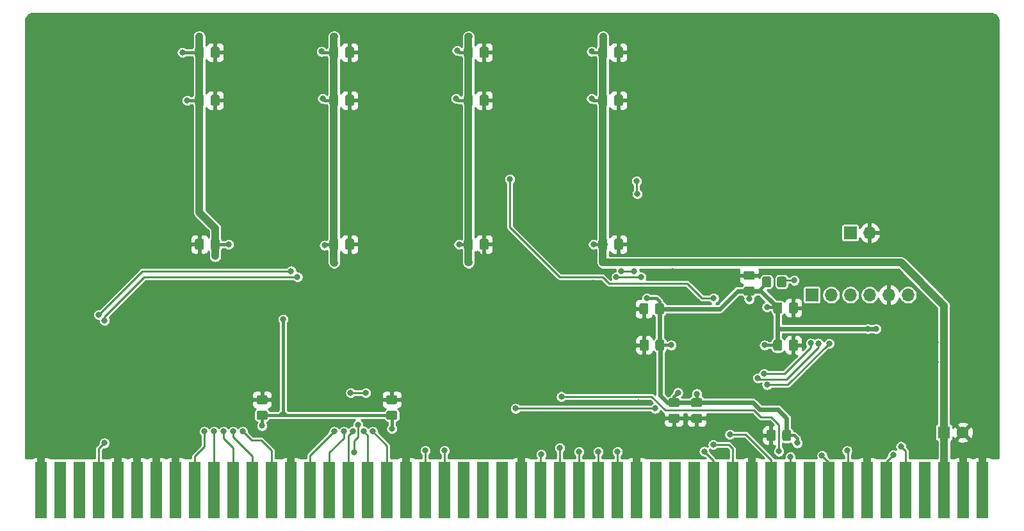
<source format=gbr>
G04 #@! TF.GenerationSoftware,KiCad,Pcbnew,(5.1.5-0-10_14)*
G04 #@! TF.CreationDate,2021-05-20T16:22:00+02:00*
G04 #@! TF.ProjectId,GottaGoFastZ2,476f7474-6147-46f4-9661-73745a322e6b,rev?*
G04 #@! TF.SameCoordinates,Original*
G04 #@! TF.FileFunction,Copper,L2,Bot*
G04 #@! TF.FilePolarity,Positive*
%FSLAX46Y46*%
G04 Gerber Fmt 4.6, Leading zero omitted, Abs format (unit mm)*
G04 Created by KiCad (PCBNEW (5.1.5-0-10_14)) date 2021-05-20 16:22:00*
%MOMM*%
%LPD*%
G04 APERTURE LIST*
%ADD10C,0.100000*%
%ADD11O,1.700000X1.700000*%
%ADD12R,1.700000X1.700000*%
%ADD13R,1.524000X7.500000*%
%ADD14C,1.600000*%
%ADD15R,1.600000X1.600000*%
%ADD16C,0.800000*%
%ADD17C,1.000000*%
%ADD18C,0.400000*%
%ADD19C,0.250000*%
%ADD20C,0.600000*%
%ADD21C,0.300000*%
%ADD22C,0.254000*%
G04 APERTURE END LIST*
G04 #@! TA.AperFunction,SMDPad,CuDef*
D10*
G36*
X181696504Y-107353204D02*
G01*
X181720773Y-107356804D01*
X181744571Y-107362765D01*
X181767671Y-107371030D01*
X181789849Y-107381520D01*
X181810893Y-107394133D01*
X181830598Y-107408747D01*
X181848777Y-107425223D01*
X181865253Y-107443402D01*
X181879867Y-107463107D01*
X181892480Y-107484151D01*
X181902970Y-107506329D01*
X181911235Y-107529429D01*
X181917196Y-107553227D01*
X181920796Y-107577496D01*
X181922000Y-107602000D01*
X181922000Y-108552000D01*
X181920796Y-108576504D01*
X181917196Y-108600773D01*
X181911235Y-108624571D01*
X181902970Y-108647671D01*
X181892480Y-108669849D01*
X181879867Y-108690893D01*
X181865253Y-108710598D01*
X181848777Y-108728777D01*
X181830598Y-108745253D01*
X181810893Y-108759867D01*
X181789849Y-108772480D01*
X181767671Y-108782970D01*
X181744571Y-108791235D01*
X181720773Y-108797196D01*
X181696504Y-108800796D01*
X181672000Y-108802000D01*
X180997000Y-108802000D01*
X180972496Y-108800796D01*
X180948227Y-108797196D01*
X180924429Y-108791235D01*
X180901329Y-108782970D01*
X180879151Y-108772480D01*
X180858107Y-108759867D01*
X180838402Y-108745253D01*
X180820223Y-108728777D01*
X180803747Y-108710598D01*
X180789133Y-108690893D01*
X180776520Y-108669849D01*
X180766030Y-108647671D01*
X180757765Y-108624571D01*
X180751804Y-108600773D01*
X180748204Y-108576504D01*
X180747000Y-108552000D01*
X180747000Y-107602000D01*
X180748204Y-107577496D01*
X180751804Y-107553227D01*
X180757765Y-107529429D01*
X180766030Y-107506329D01*
X180776520Y-107484151D01*
X180789133Y-107463107D01*
X180803747Y-107443402D01*
X180820223Y-107425223D01*
X180838402Y-107408747D01*
X180858107Y-107394133D01*
X180879151Y-107381520D01*
X180901329Y-107371030D01*
X180924429Y-107362765D01*
X180948227Y-107356804D01*
X180972496Y-107353204D01*
X180997000Y-107352000D01*
X181672000Y-107352000D01*
X181696504Y-107353204D01*
G37*
G04 #@! TD.AperFunction*
G04 #@! TA.AperFunction,SMDPad,CuDef*
G36*
X183771504Y-107353204D02*
G01*
X183795773Y-107356804D01*
X183819571Y-107362765D01*
X183842671Y-107371030D01*
X183864849Y-107381520D01*
X183885893Y-107394133D01*
X183905598Y-107408747D01*
X183923777Y-107425223D01*
X183940253Y-107443402D01*
X183954867Y-107463107D01*
X183967480Y-107484151D01*
X183977970Y-107506329D01*
X183986235Y-107529429D01*
X183992196Y-107553227D01*
X183995796Y-107577496D01*
X183997000Y-107602000D01*
X183997000Y-108552000D01*
X183995796Y-108576504D01*
X183992196Y-108600773D01*
X183986235Y-108624571D01*
X183977970Y-108647671D01*
X183967480Y-108669849D01*
X183954867Y-108690893D01*
X183940253Y-108710598D01*
X183923777Y-108728777D01*
X183905598Y-108745253D01*
X183885893Y-108759867D01*
X183864849Y-108772480D01*
X183842671Y-108782970D01*
X183819571Y-108791235D01*
X183795773Y-108797196D01*
X183771504Y-108800796D01*
X183747000Y-108802000D01*
X183072000Y-108802000D01*
X183047496Y-108800796D01*
X183023227Y-108797196D01*
X182999429Y-108791235D01*
X182976329Y-108782970D01*
X182954151Y-108772480D01*
X182933107Y-108759867D01*
X182913402Y-108745253D01*
X182895223Y-108728777D01*
X182878747Y-108710598D01*
X182864133Y-108690893D01*
X182851520Y-108669849D01*
X182841030Y-108647671D01*
X182832765Y-108624571D01*
X182826804Y-108600773D01*
X182823204Y-108576504D01*
X182822000Y-108552000D01*
X182822000Y-107602000D01*
X182823204Y-107577496D01*
X182826804Y-107553227D01*
X182832765Y-107529429D01*
X182841030Y-107506329D01*
X182851520Y-107484151D01*
X182864133Y-107463107D01*
X182878747Y-107443402D01*
X182895223Y-107425223D01*
X182913402Y-107408747D01*
X182933107Y-107394133D01*
X182954151Y-107381520D01*
X182976329Y-107371030D01*
X182999429Y-107362765D01*
X183023227Y-107356804D01*
X183047496Y-107353204D01*
X183072000Y-107352000D01*
X183747000Y-107352000D01*
X183771504Y-107353204D01*
G37*
G04 #@! TD.AperFunction*
G04 #@! TA.AperFunction,SMDPad,CuDef*
G36*
X183116585Y-87078524D02*
G01*
X183140853Y-87082124D01*
X183164652Y-87088085D01*
X183187751Y-87096350D01*
X183209930Y-87106840D01*
X183230973Y-87119452D01*
X183250679Y-87134067D01*
X183268857Y-87150543D01*
X183285333Y-87168721D01*
X183299948Y-87188427D01*
X183312560Y-87209470D01*
X183323050Y-87231649D01*
X183331315Y-87254748D01*
X183337276Y-87278547D01*
X183340876Y-87302815D01*
X183342080Y-87327319D01*
X183342080Y-88227321D01*
X183340876Y-88251825D01*
X183337276Y-88276093D01*
X183331315Y-88299892D01*
X183323050Y-88322991D01*
X183312560Y-88345170D01*
X183299948Y-88366213D01*
X183285333Y-88385919D01*
X183268857Y-88404097D01*
X183250679Y-88420573D01*
X183230973Y-88435188D01*
X183209930Y-88447800D01*
X183187751Y-88458290D01*
X183164652Y-88466555D01*
X183140853Y-88472516D01*
X183116585Y-88476116D01*
X183092081Y-88477320D01*
X182392079Y-88477320D01*
X182367575Y-88476116D01*
X182343307Y-88472516D01*
X182319508Y-88466555D01*
X182296409Y-88458290D01*
X182274230Y-88447800D01*
X182253187Y-88435188D01*
X182233481Y-88420573D01*
X182215303Y-88404097D01*
X182198827Y-88385919D01*
X182184212Y-88366213D01*
X182171600Y-88345170D01*
X182161110Y-88322991D01*
X182152845Y-88299892D01*
X182146884Y-88276093D01*
X182143284Y-88251825D01*
X182142080Y-88227321D01*
X182142080Y-87327319D01*
X182143284Y-87302815D01*
X182146884Y-87278547D01*
X182152845Y-87254748D01*
X182161110Y-87231649D01*
X182171600Y-87209470D01*
X182184212Y-87188427D01*
X182198827Y-87168721D01*
X182215303Y-87150543D01*
X182233481Y-87134067D01*
X182253187Y-87119452D01*
X182274230Y-87106840D01*
X182296409Y-87096350D01*
X182319508Y-87088085D01*
X182343307Y-87082124D01*
X182367575Y-87078524D01*
X182392079Y-87077320D01*
X183092081Y-87077320D01*
X183116585Y-87078524D01*
G37*
G04 #@! TD.AperFunction*
G04 #@! TA.AperFunction,SMDPad,CuDef*
G36*
X181116585Y-87078524D02*
G01*
X181140853Y-87082124D01*
X181164652Y-87088085D01*
X181187751Y-87096350D01*
X181209930Y-87106840D01*
X181230973Y-87119452D01*
X181250679Y-87134067D01*
X181268857Y-87150543D01*
X181285333Y-87168721D01*
X181299948Y-87188427D01*
X181312560Y-87209470D01*
X181323050Y-87231649D01*
X181331315Y-87254748D01*
X181337276Y-87278547D01*
X181340876Y-87302815D01*
X181342080Y-87327319D01*
X181342080Y-88227321D01*
X181340876Y-88251825D01*
X181337276Y-88276093D01*
X181331315Y-88299892D01*
X181323050Y-88322991D01*
X181312560Y-88345170D01*
X181299948Y-88366213D01*
X181285333Y-88385919D01*
X181268857Y-88404097D01*
X181250679Y-88420573D01*
X181230973Y-88435188D01*
X181209930Y-88447800D01*
X181187751Y-88458290D01*
X181164652Y-88466555D01*
X181140853Y-88472516D01*
X181116585Y-88476116D01*
X181092081Y-88477320D01*
X180392079Y-88477320D01*
X180367575Y-88476116D01*
X180343307Y-88472516D01*
X180319508Y-88466555D01*
X180296409Y-88458290D01*
X180274230Y-88447800D01*
X180253187Y-88435188D01*
X180233481Y-88420573D01*
X180215303Y-88404097D01*
X180198827Y-88385919D01*
X180184212Y-88366213D01*
X180171600Y-88345170D01*
X180161110Y-88322991D01*
X180152845Y-88299892D01*
X180146884Y-88276093D01*
X180143284Y-88251825D01*
X180142080Y-88227321D01*
X180142080Y-87327319D01*
X180143284Y-87302815D01*
X180146884Y-87278547D01*
X180152845Y-87254748D01*
X180161110Y-87231649D01*
X180171600Y-87209470D01*
X180184212Y-87188427D01*
X180198827Y-87168721D01*
X180215303Y-87150543D01*
X180233481Y-87134067D01*
X180253187Y-87119452D01*
X180274230Y-87106840D01*
X180296409Y-87096350D01*
X180319508Y-87088085D01*
X180343307Y-87082124D01*
X180367575Y-87078524D01*
X180392079Y-87077320D01*
X181092081Y-87077320D01*
X181116585Y-87078524D01*
G37*
G04 #@! TD.AperFunction*
D11*
X194360800Y-81280000D03*
D12*
X191820800Y-81280000D03*
D13*
X84836000Y-115316000D03*
X87376000Y-115316000D03*
X89916000Y-115316000D03*
X92456000Y-115316000D03*
X94996000Y-115316000D03*
X97536000Y-115316000D03*
X100076000Y-115316000D03*
X102616000Y-115316000D03*
X105156000Y-115316000D03*
X107696000Y-115316000D03*
X110236000Y-115316000D03*
X112776000Y-115316000D03*
X115316000Y-115316000D03*
X117856000Y-115316000D03*
X120396000Y-115316000D03*
X122936000Y-115316000D03*
X125476000Y-115316000D03*
X128016000Y-115316000D03*
X130556000Y-115316000D03*
X133096000Y-115316000D03*
X135636000Y-115316000D03*
X138176000Y-115316000D03*
X140716000Y-115316000D03*
X143256000Y-115316000D03*
X145796000Y-115316000D03*
X148336000Y-115316000D03*
X150876000Y-115316000D03*
X153416000Y-115316000D03*
X155956000Y-115316000D03*
X158496000Y-115316000D03*
X161036000Y-115316000D03*
X163576000Y-115316000D03*
X166116000Y-115316000D03*
X168656000Y-115316000D03*
X171196000Y-115316000D03*
X173736000Y-115316000D03*
X176276000Y-115316000D03*
X178816000Y-115316000D03*
X181356000Y-115316000D03*
X183896000Y-115316000D03*
X186436000Y-115316000D03*
X188976000Y-115316000D03*
X191516000Y-115316000D03*
X194056000Y-115316000D03*
X196596000Y-115316000D03*
X199136000Y-115316000D03*
X201676000Y-115316000D03*
X204216000Y-115316000D03*
X206756000Y-115316000D03*
X209296000Y-115316000D03*
D11*
X199440800Y-89484200D03*
X196900800Y-89484200D03*
X194360800Y-89484200D03*
X191820800Y-89484200D03*
X189280800Y-89484200D03*
D12*
X186740800Y-89484200D03*
G04 #@! TA.AperFunction,SMDPad,CuDef*
D10*
G36*
X164886784Y-90614604D02*
G01*
X164911053Y-90618204D01*
X164934851Y-90624165D01*
X164957951Y-90632430D01*
X164980129Y-90642920D01*
X165001173Y-90655533D01*
X165020878Y-90670147D01*
X165039057Y-90686623D01*
X165055533Y-90704802D01*
X165070147Y-90724507D01*
X165082760Y-90745551D01*
X165093250Y-90767729D01*
X165101515Y-90790829D01*
X165107476Y-90814627D01*
X165111076Y-90838896D01*
X165112280Y-90863400D01*
X165112280Y-91813400D01*
X165111076Y-91837904D01*
X165107476Y-91862173D01*
X165101515Y-91885971D01*
X165093250Y-91909071D01*
X165082760Y-91931249D01*
X165070147Y-91952293D01*
X165055533Y-91971998D01*
X165039057Y-91990177D01*
X165020878Y-92006653D01*
X165001173Y-92021267D01*
X164980129Y-92033880D01*
X164957951Y-92044370D01*
X164934851Y-92052635D01*
X164911053Y-92058596D01*
X164886784Y-92062196D01*
X164862280Y-92063400D01*
X164187280Y-92063400D01*
X164162776Y-92062196D01*
X164138507Y-92058596D01*
X164114709Y-92052635D01*
X164091609Y-92044370D01*
X164069431Y-92033880D01*
X164048387Y-92021267D01*
X164028682Y-92006653D01*
X164010503Y-91990177D01*
X163994027Y-91971998D01*
X163979413Y-91952293D01*
X163966800Y-91931249D01*
X163956310Y-91909071D01*
X163948045Y-91885971D01*
X163942084Y-91862173D01*
X163938484Y-91837904D01*
X163937280Y-91813400D01*
X163937280Y-90863400D01*
X163938484Y-90838896D01*
X163942084Y-90814627D01*
X163948045Y-90790829D01*
X163956310Y-90767729D01*
X163966800Y-90745551D01*
X163979413Y-90724507D01*
X163994027Y-90704802D01*
X164010503Y-90686623D01*
X164028682Y-90670147D01*
X164048387Y-90655533D01*
X164069431Y-90642920D01*
X164091609Y-90632430D01*
X164114709Y-90624165D01*
X164138507Y-90618204D01*
X164162776Y-90614604D01*
X164187280Y-90613400D01*
X164862280Y-90613400D01*
X164886784Y-90614604D01*
G37*
G04 #@! TD.AperFunction*
G04 #@! TA.AperFunction,SMDPad,CuDef*
G36*
X166961784Y-90614604D02*
G01*
X166986053Y-90618204D01*
X167009851Y-90624165D01*
X167032951Y-90632430D01*
X167055129Y-90642920D01*
X167076173Y-90655533D01*
X167095878Y-90670147D01*
X167114057Y-90686623D01*
X167130533Y-90704802D01*
X167145147Y-90724507D01*
X167157760Y-90745551D01*
X167168250Y-90767729D01*
X167176515Y-90790829D01*
X167182476Y-90814627D01*
X167186076Y-90838896D01*
X167187280Y-90863400D01*
X167187280Y-91813400D01*
X167186076Y-91837904D01*
X167182476Y-91862173D01*
X167176515Y-91885971D01*
X167168250Y-91909071D01*
X167157760Y-91931249D01*
X167145147Y-91952293D01*
X167130533Y-91971998D01*
X167114057Y-91990177D01*
X167095878Y-92006653D01*
X167076173Y-92021267D01*
X167055129Y-92033880D01*
X167032951Y-92044370D01*
X167009851Y-92052635D01*
X166986053Y-92058596D01*
X166961784Y-92062196D01*
X166937280Y-92063400D01*
X166262280Y-92063400D01*
X166237776Y-92062196D01*
X166213507Y-92058596D01*
X166189709Y-92052635D01*
X166166609Y-92044370D01*
X166144431Y-92033880D01*
X166123387Y-92021267D01*
X166103682Y-92006653D01*
X166085503Y-91990177D01*
X166069027Y-91971998D01*
X166054413Y-91952293D01*
X166041800Y-91931249D01*
X166031310Y-91909071D01*
X166023045Y-91885971D01*
X166017084Y-91862173D01*
X166013484Y-91837904D01*
X166012280Y-91813400D01*
X166012280Y-90863400D01*
X166013484Y-90838896D01*
X166017084Y-90814627D01*
X166023045Y-90790829D01*
X166031310Y-90767729D01*
X166041800Y-90745551D01*
X166054413Y-90724507D01*
X166069027Y-90704802D01*
X166085503Y-90686623D01*
X166103682Y-90670147D01*
X166123387Y-90655533D01*
X166144431Y-90642920D01*
X166166609Y-90632430D01*
X166189709Y-90624165D01*
X166213507Y-90618204D01*
X166237776Y-90614604D01*
X166262280Y-90613400D01*
X166937280Y-90613400D01*
X166961784Y-90614604D01*
G37*
G04 #@! TD.AperFunction*
G04 #@! TA.AperFunction,SMDPad,CuDef*
G36*
X161546504Y-82080204D02*
G01*
X161570773Y-82083804D01*
X161594571Y-82089765D01*
X161617671Y-82098030D01*
X161639849Y-82108520D01*
X161660893Y-82121133D01*
X161680598Y-82135747D01*
X161698777Y-82152223D01*
X161715253Y-82170402D01*
X161729867Y-82190107D01*
X161742480Y-82211151D01*
X161752970Y-82233329D01*
X161761235Y-82256429D01*
X161767196Y-82280227D01*
X161770796Y-82304496D01*
X161772000Y-82329000D01*
X161772000Y-83279000D01*
X161770796Y-83303504D01*
X161767196Y-83327773D01*
X161761235Y-83351571D01*
X161752970Y-83374671D01*
X161742480Y-83396849D01*
X161729867Y-83417893D01*
X161715253Y-83437598D01*
X161698777Y-83455777D01*
X161680598Y-83472253D01*
X161660893Y-83486867D01*
X161639849Y-83499480D01*
X161617671Y-83509970D01*
X161594571Y-83518235D01*
X161570773Y-83524196D01*
X161546504Y-83527796D01*
X161522000Y-83529000D01*
X160847000Y-83529000D01*
X160822496Y-83527796D01*
X160798227Y-83524196D01*
X160774429Y-83518235D01*
X160751329Y-83509970D01*
X160729151Y-83499480D01*
X160708107Y-83486867D01*
X160688402Y-83472253D01*
X160670223Y-83455777D01*
X160653747Y-83437598D01*
X160639133Y-83417893D01*
X160626520Y-83396849D01*
X160616030Y-83374671D01*
X160607765Y-83351571D01*
X160601804Y-83327773D01*
X160598204Y-83303504D01*
X160597000Y-83279000D01*
X160597000Y-82329000D01*
X160598204Y-82304496D01*
X160601804Y-82280227D01*
X160607765Y-82256429D01*
X160616030Y-82233329D01*
X160626520Y-82211151D01*
X160639133Y-82190107D01*
X160653747Y-82170402D01*
X160670223Y-82152223D01*
X160688402Y-82135747D01*
X160708107Y-82121133D01*
X160729151Y-82108520D01*
X160751329Y-82098030D01*
X160774429Y-82089765D01*
X160798227Y-82083804D01*
X160822496Y-82080204D01*
X160847000Y-82079000D01*
X161522000Y-82079000D01*
X161546504Y-82080204D01*
G37*
G04 #@! TD.AperFunction*
G04 #@! TA.AperFunction,SMDPad,CuDef*
G36*
X159471504Y-82080204D02*
G01*
X159495773Y-82083804D01*
X159519571Y-82089765D01*
X159542671Y-82098030D01*
X159564849Y-82108520D01*
X159585893Y-82121133D01*
X159605598Y-82135747D01*
X159623777Y-82152223D01*
X159640253Y-82170402D01*
X159654867Y-82190107D01*
X159667480Y-82211151D01*
X159677970Y-82233329D01*
X159686235Y-82256429D01*
X159692196Y-82280227D01*
X159695796Y-82304496D01*
X159697000Y-82329000D01*
X159697000Y-83279000D01*
X159695796Y-83303504D01*
X159692196Y-83327773D01*
X159686235Y-83351571D01*
X159677970Y-83374671D01*
X159667480Y-83396849D01*
X159654867Y-83417893D01*
X159640253Y-83437598D01*
X159623777Y-83455777D01*
X159605598Y-83472253D01*
X159585893Y-83486867D01*
X159564849Y-83499480D01*
X159542671Y-83509970D01*
X159519571Y-83518235D01*
X159495773Y-83524196D01*
X159471504Y-83527796D01*
X159447000Y-83529000D01*
X158772000Y-83529000D01*
X158747496Y-83527796D01*
X158723227Y-83524196D01*
X158699429Y-83518235D01*
X158676329Y-83509970D01*
X158654151Y-83499480D01*
X158633107Y-83486867D01*
X158613402Y-83472253D01*
X158595223Y-83455777D01*
X158578747Y-83437598D01*
X158564133Y-83417893D01*
X158551520Y-83396849D01*
X158541030Y-83374671D01*
X158532765Y-83351571D01*
X158526804Y-83327773D01*
X158523204Y-83303504D01*
X158522000Y-83279000D01*
X158522000Y-82329000D01*
X158523204Y-82304496D01*
X158526804Y-82280227D01*
X158532765Y-82256429D01*
X158541030Y-82233329D01*
X158551520Y-82211151D01*
X158564133Y-82190107D01*
X158578747Y-82170402D01*
X158595223Y-82152223D01*
X158613402Y-82135747D01*
X158633107Y-82121133D01*
X158654151Y-82108520D01*
X158676329Y-82098030D01*
X158699429Y-82089765D01*
X158723227Y-82083804D01*
X158747496Y-82080204D01*
X158772000Y-82079000D01*
X159447000Y-82079000D01*
X159471504Y-82080204D01*
G37*
G04 #@! TD.AperFunction*
G04 #@! TA.AperFunction,SMDPad,CuDef*
G36*
X161546504Y-63030204D02*
G01*
X161570773Y-63033804D01*
X161594571Y-63039765D01*
X161617671Y-63048030D01*
X161639849Y-63058520D01*
X161660893Y-63071133D01*
X161680598Y-63085747D01*
X161698777Y-63102223D01*
X161715253Y-63120402D01*
X161729867Y-63140107D01*
X161742480Y-63161151D01*
X161752970Y-63183329D01*
X161761235Y-63206429D01*
X161767196Y-63230227D01*
X161770796Y-63254496D01*
X161772000Y-63279000D01*
X161772000Y-64229000D01*
X161770796Y-64253504D01*
X161767196Y-64277773D01*
X161761235Y-64301571D01*
X161752970Y-64324671D01*
X161742480Y-64346849D01*
X161729867Y-64367893D01*
X161715253Y-64387598D01*
X161698777Y-64405777D01*
X161680598Y-64422253D01*
X161660893Y-64436867D01*
X161639849Y-64449480D01*
X161617671Y-64459970D01*
X161594571Y-64468235D01*
X161570773Y-64474196D01*
X161546504Y-64477796D01*
X161522000Y-64479000D01*
X160847000Y-64479000D01*
X160822496Y-64477796D01*
X160798227Y-64474196D01*
X160774429Y-64468235D01*
X160751329Y-64459970D01*
X160729151Y-64449480D01*
X160708107Y-64436867D01*
X160688402Y-64422253D01*
X160670223Y-64405777D01*
X160653747Y-64387598D01*
X160639133Y-64367893D01*
X160626520Y-64346849D01*
X160616030Y-64324671D01*
X160607765Y-64301571D01*
X160601804Y-64277773D01*
X160598204Y-64253504D01*
X160597000Y-64229000D01*
X160597000Y-63279000D01*
X160598204Y-63254496D01*
X160601804Y-63230227D01*
X160607765Y-63206429D01*
X160616030Y-63183329D01*
X160626520Y-63161151D01*
X160639133Y-63140107D01*
X160653747Y-63120402D01*
X160670223Y-63102223D01*
X160688402Y-63085747D01*
X160708107Y-63071133D01*
X160729151Y-63058520D01*
X160751329Y-63048030D01*
X160774429Y-63039765D01*
X160798227Y-63033804D01*
X160822496Y-63030204D01*
X160847000Y-63029000D01*
X161522000Y-63029000D01*
X161546504Y-63030204D01*
G37*
G04 #@! TD.AperFunction*
G04 #@! TA.AperFunction,SMDPad,CuDef*
G36*
X159471504Y-63030204D02*
G01*
X159495773Y-63033804D01*
X159519571Y-63039765D01*
X159542671Y-63048030D01*
X159564849Y-63058520D01*
X159585893Y-63071133D01*
X159605598Y-63085747D01*
X159623777Y-63102223D01*
X159640253Y-63120402D01*
X159654867Y-63140107D01*
X159667480Y-63161151D01*
X159677970Y-63183329D01*
X159686235Y-63206429D01*
X159692196Y-63230227D01*
X159695796Y-63254496D01*
X159697000Y-63279000D01*
X159697000Y-64229000D01*
X159695796Y-64253504D01*
X159692196Y-64277773D01*
X159686235Y-64301571D01*
X159677970Y-64324671D01*
X159667480Y-64346849D01*
X159654867Y-64367893D01*
X159640253Y-64387598D01*
X159623777Y-64405777D01*
X159605598Y-64422253D01*
X159585893Y-64436867D01*
X159564849Y-64449480D01*
X159542671Y-64459970D01*
X159519571Y-64468235D01*
X159495773Y-64474196D01*
X159471504Y-64477796D01*
X159447000Y-64479000D01*
X158772000Y-64479000D01*
X158747496Y-64477796D01*
X158723227Y-64474196D01*
X158699429Y-64468235D01*
X158676329Y-64459970D01*
X158654151Y-64449480D01*
X158633107Y-64436867D01*
X158613402Y-64422253D01*
X158595223Y-64405777D01*
X158578747Y-64387598D01*
X158564133Y-64367893D01*
X158551520Y-64346849D01*
X158541030Y-64324671D01*
X158532765Y-64301571D01*
X158526804Y-64277773D01*
X158523204Y-64253504D01*
X158522000Y-64229000D01*
X158522000Y-63279000D01*
X158523204Y-63254496D01*
X158526804Y-63230227D01*
X158532765Y-63206429D01*
X158541030Y-63183329D01*
X158551520Y-63161151D01*
X158564133Y-63140107D01*
X158578747Y-63120402D01*
X158595223Y-63102223D01*
X158613402Y-63085747D01*
X158633107Y-63071133D01*
X158654151Y-63058520D01*
X158676329Y-63048030D01*
X158699429Y-63039765D01*
X158723227Y-63033804D01*
X158747496Y-63030204D01*
X158772000Y-63029000D01*
X159447000Y-63029000D01*
X159471504Y-63030204D01*
G37*
G04 #@! TD.AperFunction*
G04 #@! TA.AperFunction,SMDPad,CuDef*
G36*
X168998024Y-105241444D02*
G01*
X169022293Y-105245044D01*
X169046091Y-105251005D01*
X169069191Y-105259270D01*
X169091369Y-105269760D01*
X169112413Y-105282373D01*
X169132118Y-105296987D01*
X169150297Y-105313463D01*
X169166773Y-105331642D01*
X169181387Y-105351347D01*
X169194000Y-105372391D01*
X169204490Y-105394569D01*
X169212755Y-105417669D01*
X169218716Y-105441467D01*
X169222316Y-105465736D01*
X169223520Y-105490240D01*
X169223520Y-106165240D01*
X169222316Y-106189744D01*
X169218716Y-106214013D01*
X169212755Y-106237811D01*
X169204490Y-106260911D01*
X169194000Y-106283089D01*
X169181387Y-106304133D01*
X169166773Y-106323838D01*
X169150297Y-106342017D01*
X169132118Y-106358493D01*
X169112413Y-106373107D01*
X169091369Y-106385720D01*
X169069191Y-106396210D01*
X169046091Y-106404475D01*
X169022293Y-106410436D01*
X168998024Y-106414036D01*
X168973520Y-106415240D01*
X168023520Y-106415240D01*
X167999016Y-106414036D01*
X167974747Y-106410436D01*
X167950949Y-106404475D01*
X167927849Y-106396210D01*
X167905671Y-106385720D01*
X167884627Y-106373107D01*
X167864922Y-106358493D01*
X167846743Y-106342017D01*
X167830267Y-106323838D01*
X167815653Y-106304133D01*
X167803040Y-106283089D01*
X167792550Y-106260911D01*
X167784285Y-106237811D01*
X167778324Y-106214013D01*
X167774724Y-106189744D01*
X167773520Y-106165240D01*
X167773520Y-105490240D01*
X167774724Y-105465736D01*
X167778324Y-105441467D01*
X167784285Y-105417669D01*
X167792550Y-105394569D01*
X167803040Y-105372391D01*
X167815653Y-105351347D01*
X167830267Y-105331642D01*
X167846743Y-105313463D01*
X167864922Y-105296987D01*
X167884627Y-105282373D01*
X167905671Y-105269760D01*
X167927849Y-105259270D01*
X167950949Y-105251005D01*
X167974747Y-105245044D01*
X167999016Y-105241444D01*
X168023520Y-105240240D01*
X168973520Y-105240240D01*
X168998024Y-105241444D01*
G37*
G04 #@! TD.AperFunction*
G04 #@! TA.AperFunction,SMDPad,CuDef*
G36*
X168998024Y-103166444D02*
G01*
X169022293Y-103170044D01*
X169046091Y-103176005D01*
X169069191Y-103184270D01*
X169091369Y-103194760D01*
X169112413Y-103207373D01*
X169132118Y-103221987D01*
X169150297Y-103238463D01*
X169166773Y-103256642D01*
X169181387Y-103276347D01*
X169194000Y-103297391D01*
X169204490Y-103319569D01*
X169212755Y-103342669D01*
X169218716Y-103366467D01*
X169222316Y-103390736D01*
X169223520Y-103415240D01*
X169223520Y-104090240D01*
X169222316Y-104114744D01*
X169218716Y-104139013D01*
X169212755Y-104162811D01*
X169204490Y-104185911D01*
X169194000Y-104208089D01*
X169181387Y-104229133D01*
X169166773Y-104248838D01*
X169150297Y-104267017D01*
X169132118Y-104283493D01*
X169112413Y-104298107D01*
X169091369Y-104310720D01*
X169069191Y-104321210D01*
X169046091Y-104329475D01*
X169022293Y-104335436D01*
X168998024Y-104339036D01*
X168973520Y-104340240D01*
X168023520Y-104340240D01*
X167999016Y-104339036D01*
X167974747Y-104335436D01*
X167950949Y-104329475D01*
X167927849Y-104321210D01*
X167905671Y-104310720D01*
X167884627Y-104298107D01*
X167864922Y-104283493D01*
X167846743Y-104267017D01*
X167830267Y-104248838D01*
X167815653Y-104229133D01*
X167803040Y-104208089D01*
X167792550Y-104185911D01*
X167784285Y-104162811D01*
X167778324Y-104139013D01*
X167774724Y-104114744D01*
X167773520Y-104090240D01*
X167773520Y-103415240D01*
X167774724Y-103390736D01*
X167778324Y-103366467D01*
X167784285Y-103342669D01*
X167792550Y-103319569D01*
X167803040Y-103297391D01*
X167815653Y-103276347D01*
X167830267Y-103256642D01*
X167846743Y-103238463D01*
X167864922Y-103221987D01*
X167884627Y-103207373D01*
X167905671Y-103194760D01*
X167927849Y-103184270D01*
X167950949Y-103176005D01*
X167974747Y-103170044D01*
X167999016Y-103166444D01*
X168023520Y-103165240D01*
X168973520Y-103165240D01*
X168998024Y-103166444D01*
G37*
G04 #@! TD.AperFunction*
G04 #@! TA.AperFunction,SMDPad,CuDef*
G36*
X161546504Y-56680204D02*
G01*
X161570773Y-56683804D01*
X161594571Y-56689765D01*
X161617671Y-56698030D01*
X161639849Y-56708520D01*
X161660893Y-56721133D01*
X161680598Y-56735747D01*
X161698777Y-56752223D01*
X161715253Y-56770402D01*
X161729867Y-56790107D01*
X161742480Y-56811151D01*
X161752970Y-56833329D01*
X161761235Y-56856429D01*
X161767196Y-56880227D01*
X161770796Y-56904496D01*
X161772000Y-56929000D01*
X161772000Y-57879000D01*
X161770796Y-57903504D01*
X161767196Y-57927773D01*
X161761235Y-57951571D01*
X161752970Y-57974671D01*
X161742480Y-57996849D01*
X161729867Y-58017893D01*
X161715253Y-58037598D01*
X161698777Y-58055777D01*
X161680598Y-58072253D01*
X161660893Y-58086867D01*
X161639849Y-58099480D01*
X161617671Y-58109970D01*
X161594571Y-58118235D01*
X161570773Y-58124196D01*
X161546504Y-58127796D01*
X161522000Y-58129000D01*
X160847000Y-58129000D01*
X160822496Y-58127796D01*
X160798227Y-58124196D01*
X160774429Y-58118235D01*
X160751329Y-58109970D01*
X160729151Y-58099480D01*
X160708107Y-58086867D01*
X160688402Y-58072253D01*
X160670223Y-58055777D01*
X160653747Y-58037598D01*
X160639133Y-58017893D01*
X160626520Y-57996849D01*
X160616030Y-57974671D01*
X160607765Y-57951571D01*
X160601804Y-57927773D01*
X160598204Y-57903504D01*
X160597000Y-57879000D01*
X160597000Y-56929000D01*
X160598204Y-56904496D01*
X160601804Y-56880227D01*
X160607765Y-56856429D01*
X160616030Y-56833329D01*
X160626520Y-56811151D01*
X160639133Y-56790107D01*
X160653747Y-56770402D01*
X160670223Y-56752223D01*
X160688402Y-56735747D01*
X160708107Y-56721133D01*
X160729151Y-56708520D01*
X160751329Y-56698030D01*
X160774429Y-56689765D01*
X160798227Y-56683804D01*
X160822496Y-56680204D01*
X160847000Y-56679000D01*
X161522000Y-56679000D01*
X161546504Y-56680204D01*
G37*
G04 #@! TD.AperFunction*
G04 #@! TA.AperFunction,SMDPad,CuDef*
G36*
X159471504Y-56680204D02*
G01*
X159495773Y-56683804D01*
X159519571Y-56689765D01*
X159542671Y-56698030D01*
X159564849Y-56708520D01*
X159585893Y-56721133D01*
X159605598Y-56735747D01*
X159623777Y-56752223D01*
X159640253Y-56770402D01*
X159654867Y-56790107D01*
X159667480Y-56811151D01*
X159677970Y-56833329D01*
X159686235Y-56856429D01*
X159692196Y-56880227D01*
X159695796Y-56904496D01*
X159697000Y-56929000D01*
X159697000Y-57879000D01*
X159695796Y-57903504D01*
X159692196Y-57927773D01*
X159686235Y-57951571D01*
X159677970Y-57974671D01*
X159667480Y-57996849D01*
X159654867Y-58017893D01*
X159640253Y-58037598D01*
X159623777Y-58055777D01*
X159605598Y-58072253D01*
X159585893Y-58086867D01*
X159564849Y-58099480D01*
X159542671Y-58109970D01*
X159519571Y-58118235D01*
X159495773Y-58124196D01*
X159471504Y-58127796D01*
X159447000Y-58129000D01*
X158772000Y-58129000D01*
X158747496Y-58127796D01*
X158723227Y-58124196D01*
X158699429Y-58118235D01*
X158676329Y-58109970D01*
X158654151Y-58099480D01*
X158633107Y-58086867D01*
X158613402Y-58072253D01*
X158595223Y-58055777D01*
X158578747Y-58037598D01*
X158564133Y-58017893D01*
X158551520Y-57996849D01*
X158541030Y-57974671D01*
X158532765Y-57951571D01*
X158526804Y-57927773D01*
X158523204Y-57903504D01*
X158522000Y-57879000D01*
X158522000Y-56929000D01*
X158523204Y-56904496D01*
X158526804Y-56880227D01*
X158532765Y-56856429D01*
X158541030Y-56833329D01*
X158551520Y-56811151D01*
X158564133Y-56790107D01*
X158578747Y-56770402D01*
X158595223Y-56752223D01*
X158613402Y-56735747D01*
X158633107Y-56721133D01*
X158654151Y-56708520D01*
X158676329Y-56698030D01*
X158699429Y-56689765D01*
X158723227Y-56683804D01*
X158747496Y-56680204D01*
X158772000Y-56679000D01*
X159447000Y-56679000D01*
X159471504Y-56680204D01*
G37*
G04 #@! TD.AperFunction*
G04 #@! TA.AperFunction,SMDPad,CuDef*
G36*
X143766504Y-82080204D02*
G01*
X143790773Y-82083804D01*
X143814571Y-82089765D01*
X143837671Y-82098030D01*
X143859849Y-82108520D01*
X143880893Y-82121133D01*
X143900598Y-82135747D01*
X143918777Y-82152223D01*
X143935253Y-82170402D01*
X143949867Y-82190107D01*
X143962480Y-82211151D01*
X143972970Y-82233329D01*
X143981235Y-82256429D01*
X143987196Y-82280227D01*
X143990796Y-82304496D01*
X143992000Y-82329000D01*
X143992000Y-83279000D01*
X143990796Y-83303504D01*
X143987196Y-83327773D01*
X143981235Y-83351571D01*
X143972970Y-83374671D01*
X143962480Y-83396849D01*
X143949867Y-83417893D01*
X143935253Y-83437598D01*
X143918777Y-83455777D01*
X143900598Y-83472253D01*
X143880893Y-83486867D01*
X143859849Y-83499480D01*
X143837671Y-83509970D01*
X143814571Y-83518235D01*
X143790773Y-83524196D01*
X143766504Y-83527796D01*
X143742000Y-83529000D01*
X143067000Y-83529000D01*
X143042496Y-83527796D01*
X143018227Y-83524196D01*
X142994429Y-83518235D01*
X142971329Y-83509970D01*
X142949151Y-83499480D01*
X142928107Y-83486867D01*
X142908402Y-83472253D01*
X142890223Y-83455777D01*
X142873747Y-83437598D01*
X142859133Y-83417893D01*
X142846520Y-83396849D01*
X142836030Y-83374671D01*
X142827765Y-83351571D01*
X142821804Y-83327773D01*
X142818204Y-83303504D01*
X142817000Y-83279000D01*
X142817000Y-82329000D01*
X142818204Y-82304496D01*
X142821804Y-82280227D01*
X142827765Y-82256429D01*
X142836030Y-82233329D01*
X142846520Y-82211151D01*
X142859133Y-82190107D01*
X142873747Y-82170402D01*
X142890223Y-82152223D01*
X142908402Y-82135747D01*
X142928107Y-82121133D01*
X142949151Y-82108520D01*
X142971329Y-82098030D01*
X142994429Y-82089765D01*
X143018227Y-82083804D01*
X143042496Y-82080204D01*
X143067000Y-82079000D01*
X143742000Y-82079000D01*
X143766504Y-82080204D01*
G37*
G04 #@! TD.AperFunction*
G04 #@! TA.AperFunction,SMDPad,CuDef*
G36*
X141691504Y-82080204D02*
G01*
X141715773Y-82083804D01*
X141739571Y-82089765D01*
X141762671Y-82098030D01*
X141784849Y-82108520D01*
X141805893Y-82121133D01*
X141825598Y-82135747D01*
X141843777Y-82152223D01*
X141860253Y-82170402D01*
X141874867Y-82190107D01*
X141887480Y-82211151D01*
X141897970Y-82233329D01*
X141906235Y-82256429D01*
X141912196Y-82280227D01*
X141915796Y-82304496D01*
X141917000Y-82329000D01*
X141917000Y-83279000D01*
X141915796Y-83303504D01*
X141912196Y-83327773D01*
X141906235Y-83351571D01*
X141897970Y-83374671D01*
X141887480Y-83396849D01*
X141874867Y-83417893D01*
X141860253Y-83437598D01*
X141843777Y-83455777D01*
X141825598Y-83472253D01*
X141805893Y-83486867D01*
X141784849Y-83499480D01*
X141762671Y-83509970D01*
X141739571Y-83518235D01*
X141715773Y-83524196D01*
X141691504Y-83527796D01*
X141667000Y-83529000D01*
X140992000Y-83529000D01*
X140967496Y-83527796D01*
X140943227Y-83524196D01*
X140919429Y-83518235D01*
X140896329Y-83509970D01*
X140874151Y-83499480D01*
X140853107Y-83486867D01*
X140833402Y-83472253D01*
X140815223Y-83455777D01*
X140798747Y-83437598D01*
X140784133Y-83417893D01*
X140771520Y-83396849D01*
X140761030Y-83374671D01*
X140752765Y-83351571D01*
X140746804Y-83327773D01*
X140743204Y-83303504D01*
X140742000Y-83279000D01*
X140742000Y-82329000D01*
X140743204Y-82304496D01*
X140746804Y-82280227D01*
X140752765Y-82256429D01*
X140761030Y-82233329D01*
X140771520Y-82211151D01*
X140784133Y-82190107D01*
X140798747Y-82170402D01*
X140815223Y-82152223D01*
X140833402Y-82135747D01*
X140853107Y-82121133D01*
X140874151Y-82108520D01*
X140896329Y-82098030D01*
X140919429Y-82089765D01*
X140943227Y-82083804D01*
X140967496Y-82080204D01*
X140992000Y-82079000D01*
X141667000Y-82079000D01*
X141691504Y-82080204D01*
G37*
G04 #@! TD.AperFunction*
G04 #@! TA.AperFunction,SMDPad,CuDef*
G36*
X164932504Y-95415204D02*
G01*
X164956773Y-95418804D01*
X164980571Y-95424765D01*
X165003671Y-95433030D01*
X165025849Y-95443520D01*
X165046893Y-95456133D01*
X165066598Y-95470747D01*
X165084777Y-95487223D01*
X165101253Y-95505402D01*
X165115867Y-95525107D01*
X165128480Y-95546151D01*
X165138970Y-95568329D01*
X165147235Y-95591429D01*
X165153196Y-95615227D01*
X165156796Y-95639496D01*
X165158000Y-95664000D01*
X165158000Y-96614000D01*
X165156796Y-96638504D01*
X165153196Y-96662773D01*
X165147235Y-96686571D01*
X165138970Y-96709671D01*
X165128480Y-96731849D01*
X165115867Y-96752893D01*
X165101253Y-96772598D01*
X165084777Y-96790777D01*
X165066598Y-96807253D01*
X165046893Y-96821867D01*
X165025849Y-96834480D01*
X165003671Y-96844970D01*
X164980571Y-96853235D01*
X164956773Y-96859196D01*
X164932504Y-96862796D01*
X164908000Y-96864000D01*
X164233000Y-96864000D01*
X164208496Y-96862796D01*
X164184227Y-96859196D01*
X164160429Y-96853235D01*
X164137329Y-96844970D01*
X164115151Y-96834480D01*
X164094107Y-96821867D01*
X164074402Y-96807253D01*
X164056223Y-96790777D01*
X164039747Y-96772598D01*
X164025133Y-96752893D01*
X164012520Y-96731849D01*
X164002030Y-96709671D01*
X163993765Y-96686571D01*
X163987804Y-96662773D01*
X163984204Y-96638504D01*
X163983000Y-96614000D01*
X163983000Y-95664000D01*
X163984204Y-95639496D01*
X163987804Y-95615227D01*
X163993765Y-95591429D01*
X164002030Y-95568329D01*
X164012520Y-95546151D01*
X164025133Y-95525107D01*
X164039747Y-95505402D01*
X164056223Y-95487223D01*
X164074402Y-95470747D01*
X164094107Y-95456133D01*
X164115151Y-95443520D01*
X164137329Y-95433030D01*
X164160429Y-95424765D01*
X164184227Y-95418804D01*
X164208496Y-95415204D01*
X164233000Y-95414000D01*
X164908000Y-95414000D01*
X164932504Y-95415204D01*
G37*
G04 #@! TD.AperFunction*
G04 #@! TA.AperFunction,SMDPad,CuDef*
G36*
X167007504Y-95415204D02*
G01*
X167031773Y-95418804D01*
X167055571Y-95424765D01*
X167078671Y-95433030D01*
X167100849Y-95443520D01*
X167121893Y-95456133D01*
X167141598Y-95470747D01*
X167159777Y-95487223D01*
X167176253Y-95505402D01*
X167190867Y-95525107D01*
X167203480Y-95546151D01*
X167213970Y-95568329D01*
X167222235Y-95591429D01*
X167228196Y-95615227D01*
X167231796Y-95639496D01*
X167233000Y-95664000D01*
X167233000Y-96614000D01*
X167231796Y-96638504D01*
X167228196Y-96662773D01*
X167222235Y-96686571D01*
X167213970Y-96709671D01*
X167203480Y-96731849D01*
X167190867Y-96752893D01*
X167176253Y-96772598D01*
X167159777Y-96790777D01*
X167141598Y-96807253D01*
X167121893Y-96821867D01*
X167100849Y-96834480D01*
X167078671Y-96844970D01*
X167055571Y-96853235D01*
X167031773Y-96859196D01*
X167007504Y-96862796D01*
X166983000Y-96864000D01*
X166308000Y-96864000D01*
X166283496Y-96862796D01*
X166259227Y-96859196D01*
X166235429Y-96853235D01*
X166212329Y-96844970D01*
X166190151Y-96834480D01*
X166169107Y-96821867D01*
X166149402Y-96807253D01*
X166131223Y-96790777D01*
X166114747Y-96772598D01*
X166100133Y-96752893D01*
X166087520Y-96731849D01*
X166077030Y-96709671D01*
X166068765Y-96686571D01*
X166062804Y-96662773D01*
X166059204Y-96638504D01*
X166058000Y-96614000D01*
X166058000Y-95664000D01*
X166059204Y-95639496D01*
X166062804Y-95615227D01*
X166068765Y-95591429D01*
X166077030Y-95568329D01*
X166087520Y-95546151D01*
X166100133Y-95525107D01*
X166114747Y-95505402D01*
X166131223Y-95487223D01*
X166149402Y-95470747D01*
X166169107Y-95456133D01*
X166190151Y-95443520D01*
X166212329Y-95433030D01*
X166235429Y-95424765D01*
X166259227Y-95418804D01*
X166283496Y-95415204D01*
X166308000Y-95414000D01*
X166983000Y-95414000D01*
X167007504Y-95415204D01*
G37*
G04 #@! TD.AperFunction*
G04 #@! TA.AperFunction,SMDPad,CuDef*
G36*
X114545504Y-102770204D02*
G01*
X114569773Y-102773804D01*
X114593571Y-102779765D01*
X114616671Y-102788030D01*
X114638849Y-102798520D01*
X114659893Y-102811133D01*
X114679598Y-102825747D01*
X114697777Y-102842223D01*
X114714253Y-102860402D01*
X114728867Y-102880107D01*
X114741480Y-102901151D01*
X114751970Y-102923329D01*
X114760235Y-102946429D01*
X114766196Y-102970227D01*
X114769796Y-102994496D01*
X114771000Y-103019000D01*
X114771000Y-103694000D01*
X114769796Y-103718504D01*
X114766196Y-103742773D01*
X114760235Y-103766571D01*
X114751970Y-103789671D01*
X114741480Y-103811849D01*
X114728867Y-103832893D01*
X114714253Y-103852598D01*
X114697777Y-103870777D01*
X114679598Y-103887253D01*
X114659893Y-103901867D01*
X114638849Y-103914480D01*
X114616671Y-103924970D01*
X114593571Y-103933235D01*
X114569773Y-103939196D01*
X114545504Y-103942796D01*
X114521000Y-103944000D01*
X113571000Y-103944000D01*
X113546496Y-103942796D01*
X113522227Y-103939196D01*
X113498429Y-103933235D01*
X113475329Y-103924970D01*
X113453151Y-103914480D01*
X113432107Y-103901867D01*
X113412402Y-103887253D01*
X113394223Y-103870777D01*
X113377747Y-103852598D01*
X113363133Y-103832893D01*
X113350520Y-103811849D01*
X113340030Y-103789671D01*
X113331765Y-103766571D01*
X113325804Y-103742773D01*
X113322204Y-103718504D01*
X113321000Y-103694000D01*
X113321000Y-103019000D01*
X113322204Y-102994496D01*
X113325804Y-102970227D01*
X113331765Y-102946429D01*
X113340030Y-102923329D01*
X113350520Y-102901151D01*
X113363133Y-102880107D01*
X113377747Y-102860402D01*
X113394223Y-102842223D01*
X113412402Y-102825747D01*
X113432107Y-102811133D01*
X113453151Y-102798520D01*
X113475329Y-102788030D01*
X113498429Y-102779765D01*
X113522227Y-102773804D01*
X113546496Y-102770204D01*
X113571000Y-102769000D01*
X114521000Y-102769000D01*
X114545504Y-102770204D01*
G37*
G04 #@! TD.AperFunction*
G04 #@! TA.AperFunction,SMDPad,CuDef*
G36*
X114545504Y-104845204D02*
G01*
X114569773Y-104848804D01*
X114593571Y-104854765D01*
X114616671Y-104863030D01*
X114638849Y-104873520D01*
X114659893Y-104886133D01*
X114679598Y-104900747D01*
X114697777Y-104917223D01*
X114714253Y-104935402D01*
X114728867Y-104955107D01*
X114741480Y-104976151D01*
X114751970Y-104998329D01*
X114760235Y-105021429D01*
X114766196Y-105045227D01*
X114769796Y-105069496D01*
X114771000Y-105094000D01*
X114771000Y-105769000D01*
X114769796Y-105793504D01*
X114766196Y-105817773D01*
X114760235Y-105841571D01*
X114751970Y-105864671D01*
X114741480Y-105886849D01*
X114728867Y-105907893D01*
X114714253Y-105927598D01*
X114697777Y-105945777D01*
X114679598Y-105962253D01*
X114659893Y-105976867D01*
X114638849Y-105989480D01*
X114616671Y-105999970D01*
X114593571Y-106008235D01*
X114569773Y-106014196D01*
X114545504Y-106017796D01*
X114521000Y-106019000D01*
X113571000Y-106019000D01*
X113546496Y-106017796D01*
X113522227Y-106014196D01*
X113498429Y-106008235D01*
X113475329Y-105999970D01*
X113453151Y-105989480D01*
X113432107Y-105976867D01*
X113412402Y-105962253D01*
X113394223Y-105945777D01*
X113377747Y-105927598D01*
X113363133Y-105907893D01*
X113350520Y-105886849D01*
X113340030Y-105864671D01*
X113331765Y-105841571D01*
X113325804Y-105817773D01*
X113322204Y-105793504D01*
X113321000Y-105769000D01*
X113321000Y-105094000D01*
X113322204Y-105069496D01*
X113325804Y-105045227D01*
X113331765Y-105021429D01*
X113340030Y-104998329D01*
X113350520Y-104976151D01*
X113363133Y-104955107D01*
X113377747Y-104935402D01*
X113394223Y-104917223D01*
X113412402Y-104900747D01*
X113432107Y-104886133D01*
X113453151Y-104873520D01*
X113475329Y-104863030D01*
X113498429Y-104854765D01*
X113522227Y-104848804D01*
X113546496Y-104845204D01*
X113571000Y-104844000D01*
X114521000Y-104844000D01*
X114545504Y-104845204D01*
G37*
G04 #@! TD.AperFunction*
G04 #@! TA.AperFunction,SMDPad,CuDef*
G36*
X131690504Y-102770204D02*
G01*
X131714773Y-102773804D01*
X131738571Y-102779765D01*
X131761671Y-102788030D01*
X131783849Y-102798520D01*
X131804893Y-102811133D01*
X131824598Y-102825747D01*
X131842777Y-102842223D01*
X131859253Y-102860402D01*
X131873867Y-102880107D01*
X131886480Y-102901151D01*
X131896970Y-102923329D01*
X131905235Y-102946429D01*
X131911196Y-102970227D01*
X131914796Y-102994496D01*
X131916000Y-103019000D01*
X131916000Y-103694000D01*
X131914796Y-103718504D01*
X131911196Y-103742773D01*
X131905235Y-103766571D01*
X131896970Y-103789671D01*
X131886480Y-103811849D01*
X131873867Y-103832893D01*
X131859253Y-103852598D01*
X131842777Y-103870777D01*
X131824598Y-103887253D01*
X131804893Y-103901867D01*
X131783849Y-103914480D01*
X131761671Y-103924970D01*
X131738571Y-103933235D01*
X131714773Y-103939196D01*
X131690504Y-103942796D01*
X131666000Y-103944000D01*
X130716000Y-103944000D01*
X130691496Y-103942796D01*
X130667227Y-103939196D01*
X130643429Y-103933235D01*
X130620329Y-103924970D01*
X130598151Y-103914480D01*
X130577107Y-103901867D01*
X130557402Y-103887253D01*
X130539223Y-103870777D01*
X130522747Y-103852598D01*
X130508133Y-103832893D01*
X130495520Y-103811849D01*
X130485030Y-103789671D01*
X130476765Y-103766571D01*
X130470804Y-103742773D01*
X130467204Y-103718504D01*
X130466000Y-103694000D01*
X130466000Y-103019000D01*
X130467204Y-102994496D01*
X130470804Y-102970227D01*
X130476765Y-102946429D01*
X130485030Y-102923329D01*
X130495520Y-102901151D01*
X130508133Y-102880107D01*
X130522747Y-102860402D01*
X130539223Y-102842223D01*
X130557402Y-102825747D01*
X130577107Y-102811133D01*
X130598151Y-102798520D01*
X130620329Y-102788030D01*
X130643429Y-102779765D01*
X130667227Y-102773804D01*
X130691496Y-102770204D01*
X130716000Y-102769000D01*
X131666000Y-102769000D01*
X131690504Y-102770204D01*
G37*
G04 #@! TD.AperFunction*
G04 #@! TA.AperFunction,SMDPad,CuDef*
G36*
X131690504Y-104845204D02*
G01*
X131714773Y-104848804D01*
X131738571Y-104854765D01*
X131761671Y-104863030D01*
X131783849Y-104873520D01*
X131804893Y-104886133D01*
X131824598Y-104900747D01*
X131842777Y-104917223D01*
X131859253Y-104935402D01*
X131873867Y-104955107D01*
X131886480Y-104976151D01*
X131896970Y-104998329D01*
X131905235Y-105021429D01*
X131911196Y-105045227D01*
X131914796Y-105069496D01*
X131916000Y-105094000D01*
X131916000Y-105769000D01*
X131914796Y-105793504D01*
X131911196Y-105817773D01*
X131905235Y-105841571D01*
X131896970Y-105864671D01*
X131886480Y-105886849D01*
X131873867Y-105907893D01*
X131859253Y-105927598D01*
X131842777Y-105945777D01*
X131824598Y-105962253D01*
X131804893Y-105976867D01*
X131783849Y-105989480D01*
X131761671Y-105999970D01*
X131738571Y-106008235D01*
X131714773Y-106014196D01*
X131690504Y-106017796D01*
X131666000Y-106019000D01*
X130716000Y-106019000D01*
X130691496Y-106017796D01*
X130667227Y-106014196D01*
X130643429Y-106008235D01*
X130620329Y-105999970D01*
X130598151Y-105989480D01*
X130577107Y-105976867D01*
X130557402Y-105962253D01*
X130539223Y-105945777D01*
X130522747Y-105927598D01*
X130508133Y-105907893D01*
X130495520Y-105886849D01*
X130485030Y-105864671D01*
X130476765Y-105841571D01*
X130470804Y-105817773D01*
X130467204Y-105793504D01*
X130466000Y-105769000D01*
X130466000Y-105094000D01*
X130467204Y-105069496D01*
X130470804Y-105045227D01*
X130476765Y-105021429D01*
X130485030Y-104998329D01*
X130495520Y-104976151D01*
X130508133Y-104955107D01*
X130522747Y-104935402D01*
X130539223Y-104917223D01*
X130557402Y-104900747D01*
X130577107Y-104886133D01*
X130598151Y-104873520D01*
X130620329Y-104863030D01*
X130643429Y-104854765D01*
X130667227Y-104848804D01*
X130691496Y-104845204D01*
X130716000Y-104844000D01*
X131666000Y-104844000D01*
X131690504Y-104845204D01*
G37*
G04 #@! TD.AperFunction*
G04 #@! TA.AperFunction,SMDPad,CuDef*
G36*
X143766504Y-63030204D02*
G01*
X143790773Y-63033804D01*
X143814571Y-63039765D01*
X143837671Y-63048030D01*
X143859849Y-63058520D01*
X143880893Y-63071133D01*
X143900598Y-63085747D01*
X143918777Y-63102223D01*
X143935253Y-63120402D01*
X143949867Y-63140107D01*
X143962480Y-63161151D01*
X143972970Y-63183329D01*
X143981235Y-63206429D01*
X143987196Y-63230227D01*
X143990796Y-63254496D01*
X143992000Y-63279000D01*
X143992000Y-64229000D01*
X143990796Y-64253504D01*
X143987196Y-64277773D01*
X143981235Y-64301571D01*
X143972970Y-64324671D01*
X143962480Y-64346849D01*
X143949867Y-64367893D01*
X143935253Y-64387598D01*
X143918777Y-64405777D01*
X143900598Y-64422253D01*
X143880893Y-64436867D01*
X143859849Y-64449480D01*
X143837671Y-64459970D01*
X143814571Y-64468235D01*
X143790773Y-64474196D01*
X143766504Y-64477796D01*
X143742000Y-64479000D01*
X143067000Y-64479000D01*
X143042496Y-64477796D01*
X143018227Y-64474196D01*
X142994429Y-64468235D01*
X142971329Y-64459970D01*
X142949151Y-64449480D01*
X142928107Y-64436867D01*
X142908402Y-64422253D01*
X142890223Y-64405777D01*
X142873747Y-64387598D01*
X142859133Y-64367893D01*
X142846520Y-64346849D01*
X142836030Y-64324671D01*
X142827765Y-64301571D01*
X142821804Y-64277773D01*
X142818204Y-64253504D01*
X142817000Y-64229000D01*
X142817000Y-63279000D01*
X142818204Y-63254496D01*
X142821804Y-63230227D01*
X142827765Y-63206429D01*
X142836030Y-63183329D01*
X142846520Y-63161151D01*
X142859133Y-63140107D01*
X142873747Y-63120402D01*
X142890223Y-63102223D01*
X142908402Y-63085747D01*
X142928107Y-63071133D01*
X142949151Y-63058520D01*
X142971329Y-63048030D01*
X142994429Y-63039765D01*
X143018227Y-63033804D01*
X143042496Y-63030204D01*
X143067000Y-63029000D01*
X143742000Y-63029000D01*
X143766504Y-63030204D01*
G37*
G04 #@! TD.AperFunction*
G04 #@! TA.AperFunction,SMDPad,CuDef*
G36*
X141691504Y-63030204D02*
G01*
X141715773Y-63033804D01*
X141739571Y-63039765D01*
X141762671Y-63048030D01*
X141784849Y-63058520D01*
X141805893Y-63071133D01*
X141825598Y-63085747D01*
X141843777Y-63102223D01*
X141860253Y-63120402D01*
X141874867Y-63140107D01*
X141887480Y-63161151D01*
X141897970Y-63183329D01*
X141906235Y-63206429D01*
X141912196Y-63230227D01*
X141915796Y-63254496D01*
X141917000Y-63279000D01*
X141917000Y-64229000D01*
X141915796Y-64253504D01*
X141912196Y-64277773D01*
X141906235Y-64301571D01*
X141897970Y-64324671D01*
X141887480Y-64346849D01*
X141874867Y-64367893D01*
X141860253Y-64387598D01*
X141843777Y-64405777D01*
X141825598Y-64422253D01*
X141805893Y-64436867D01*
X141784849Y-64449480D01*
X141762671Y-64459970D01*
X141739571Y-64468235D01*
X141715773Y-64474196D01*
X141691504Y-64477796D01*
X141667000Y-64479000D01*
X140992000Y-64479000D01*
X140967496Y-64477796D01*
X140943227Y-64474196D01*
X140919429Y-64468235D01*
X140896329Y-64459970D01*
X140874151Y-64449480D01*
X140853107Y-64436867D01*
X140833402Y-64422253D01*
X140815223Y-64405777D01*
X140798747Y-64387598D01*
X140784133Y-64367893D01*
X140771520Y-64346849D01*
X140761030Y-64324671D01*
X140752765Y-64301571D01*
X140746804Y-64277773D01*
X140743204Y-64253504D01*
X140742000Y-64229000D01*
X140742000Y-63279000D01*
X140743204Y-63254496D01*
X140746804Y-63230227D01*
X140752765Y-63206429D01*
X140761030Y-63183329D01*
X140771520Y-63161151D01*
X140784133Y-63140107D01*
X140798747Y-63120402D01*
X140815223Y-63102223D01*
X140833402Y-63085747D01*
X140853107Y-63071133D01*
X140874151Y-63058520D01*
X140896329Y-63048030D01*
X140919429Y-63039765D01*
X140943227Y-63033804D01*
X140967496Y-63030204D01*
X140992000Y-63029000D01*
X141667000Y-63029000D01*
X141691504Y-63030204D01*
G37*
G04 #@! TD.AperFunction*
G04 #@! TA.AperFunction,SMDPad,CuDef*
G36*
X143766504Y-56680204D02*
G01*
X143790773Y-56683804D01*
X143814571Y-56689765D01*
X143837671Y-56698030D01*
X143859849Y-56708520D01*
X143880893Y-56721133D01*
X143900598Y-56735747D01*
X143918777Y-56752223D01*
X143935253Y-56770402D01*
X143949867Y-56790107D01*
X143962480Y-56811151D01*
X143972970Y-56833329D01*
X143981235Y-56856429D01*
X143987196Y-56880227D01*
X143990796Y-56904496D01*
X143992000Y-56929000D01*
X143992000Y-57879000D01*
X143990796Y-57903504D01*
X143987196Y-57927773D01*
X143981235Y-57951571D01*
X143972970Y-57974671D01*
X143962480Y-57996849D01*
X143949867Y-58017893D01*
X143935253Y-58037598D01*
X143918777Y-58055777D01*
X143900598Y-58072253D01*
X143880893Y-58086867D01*
X143859849Y-58099480D01*
X143837671Y-58109970D01*
X143814571Y-58118235D01*
X143790773Y-58124196D01*
X143766504Y-58127796D01*
X143742000Y-58129000D01*
X143067000Y-58129000D01*
X143042496Y-58127796D01*
X143018227Y-58124196D01*
X142994429Y-58118235D01*
X142971329Y-58109970D01*
X142949151Y-58099480D01*
X142928107Y-58086867D01*
X142908402Y-58072253D01*
X142890223Y-58055777D01*
X142873747Y-58037598D01*
X142859133Y-58017893D01*
X142846520Y-57996849D01*
X142836030Y-57974671D01*
X142827765Y-57951571D01*
X142821804Y-57927773D01*
X142818204Y-57903504D01*
X142817000Y-57879000D01*
X142817000Y-56929000D01*
X142818204Y-56904496D01*
X142821804Y-56880227D01*
X142827765Y-56856429D01*
X142836030Y-56833329D01*
X142846520Y-56811151D01*
X142859133Y-56790107D01*
X142873747Y-56770402D01*
X142890223Y-56752223D01*
X142908402Y-56735747D01*
X142928107Y-56721133D01*
X142949151Y-56708520D01*
X142971329Y-56698030D01*
X142994429Y-56689765D01*
X143018227Y-56683804D01*
X143042496Y-56680204D01*
X143067000Y-56679000D01*
X143742000Y-56679000D01*
X143766504Y-56680204D01*
G37*
G04 #@! TD.AperFunction*
G04 #@! TA.AperFunction,SMDPad,CuDef*
G36*
X141691504Y-56680204D02*
G01*
X141715773Y-56683804D01*
X141739571Y-56689765D01*
X141762671Y-56698030D01*
X141784849Y-56708520D01*
X141805893Y-56721133D01*
X141825598Y-56735747D01*
X141843777Y-56752223D01*
X141860253Y-56770402D01*
X141874867Y-56790107D01*
X141887480Y-56811151D01*
X141897970Y-56833329D01*
X141906235Y-56856429D01*
X141912196Y-56880227D01*
X141915796Y-56904496D01*
X141917000Y-56929000D01*
X141917000Y-57879000D01*
X141915796Y-57903504D01*
X141912196Y-57927773D01*
X141906235Y-57951571D01*
X141897970Y-57974671D01*
X141887480Y-57996849D01*
X141874867Y-58017893D01*
X141860253Y-58037598D01*
X141843777Y-58055777D01*
X141825598Y-58072253D01*
X141805893Y-58086867D01*
X141784849Y-58099480D01*
X141762671Y-58109970D01*
X141739571Y-58118235D01*
X141715773Y-58124196D01*
X141691504Y-58127796D01*
X141667000Y-58129000D01*
X140992000Y-58129000D01*
X140967496Y-58127796D01*
X140943227Y-58124196D01*
X140919429Y-58118235D01*
X140896329Y-58109970D01*
X140874151Y-58099480D01*
X140853107Y-58086867D01*
X140833402Y-58072253D01*
X140815223Y-58055777D01*
X140798747Y-58037598D01*
X140784133Y-58017893D01*
X140771520Y-57996849D01*
X140761030Y-57974671D01*
X140752765Y-57951571D01*
X140746804Y-57927773D01*
X140743204Y-57903504D01*
X140742000Y-57879000D01*
X140742000Y-56929000D01*
X140743204Y-56904496D01*
X140746804Y-56880227D01*
X140752765Y-56856429D01*
X140761030Y-56833329D01*
X140771520Y-56811151D01*
X140784133Y-56790107D01*
X140798747Y-56770402D01*
X140815223Y-56752223D01*
X140833402Y-56735747D01*
X140853107Y-56721133D01*
X140874151Y-56708520D01*
X140896329Y-56698030D01*
X140919429Y-56689765D01*
X140943227Y-56683804D01*
X140967496Y-56680204D01*
X140992000Y-56679000D01*
X141667000Y-56679000D01*
X141691504Y-56680204D01*
G37*
G04 #@! TD.AperFunction*
G04 #@! TA.AperFunction,SMDPad,CuDef*
G36*
X184660504Y-90482524D02*
G01*
X184684773Y-90486124D01*
X184708571Y-90492085D01*
X184731671Y-90500350D01*
X184753849Y-90510840D01*
X184774893Y-90523453D01*
X184794598Y-90538067D01*
X184812777Y-90554543D01*
X184829253Y-90572722D01*
X184843867Y-90592427D01*
X184856480Y-90613471D01*
X184866970Y-90635649D01*
X184875235Y-90658749D01*
X184881196Y-90682547D01*
X184884796Y-90706816D01*
X184886000Y-90731320D01*
X184886000Y-91681320D01*
X184884796Y-91705824D01*
X184881196Y-91730093D01*
X184875235Y-91753891D01*
X184866970Y-91776991D01*
X184856480Y-91799169D01*
X184843867Y-91820213D01*
X184829253Y-91839918D01*
X184812777Y-91858097D01*
X184794598Y-91874573D01*
X184774893Y-91889187D01*
X184753849Y-91901800D01*
X184731671Y-91912290D01*
X184708571Y-91920555D01*
X184684773Y-91926516D01*
X184660504Y-91930116D01*
X184636000Y-91931320D01*
X183961000Y-91931320D01*
X183936496Y-91930116D01*
X183912227Y-91926516D01*
X183888429Y-91920555D01*
X183865329Y-91912290D01*
X183843151Y-91901800D01*
X183822107Y-91889187D01*
X183802402Y-91874573D01*
X183784223Y-91858097D01*
X183767747Y-91839918D01*
X183753133Y-91820213D01*
X183740520Y-91799169D01*
X183730030Y-91776991D01*
X183721765Y-91753891D01*
X183715804Y-91730093D01*
X183712204Y-91705824D01*
X183711000Y-91681320D01*
X183711000Y-90731320D01*
X183712204Y-90706816D01*
X183715804Y-90682547D01*
X183721765Y-90658749D01*
X183730030Y-90635649D01*
X183740520Y-90613471D01*
X183753133Y-90592427D01*
X183767747Y-90572722D01*
X183784223Y-90554543D01*
X183802402Y-90538067D01*
X183822107Y-90523453D01*
X183843151Y-90510840D01*
X183865329Y-90500350D01*
X183888429Y-90492085D01*
X183912227Y-90486124D01*
X183936496Y-90482524D01*
X183961000Y-90481320D01*
X184636000Y-90481320D01*
X184660504Y-90482524D01*
G37*
G04 #@! TD.AperFunction*
G04 #@! TA.AperFunction,SMDPad,CuDef*
G36*
X182585504Y-90482524D02*
G01*
X182609773Y-90486124D01*
X182633571Y-90492085D01*
X182656671Y-90500350D01*
X182678849Y-90510840D01*
X182699893Y-90523453D01*
X182719598Y-90538067D01*
X182737777Y-90554543D01*
X182754253Y-90572722D01*
X182768867Y-90592427D01*
X182781480Y-90613471D01*
X182791970Y-90635649D01*
X182800235Y-90658749D01*
X182806196Y-90682547D01*
X182809796Y-90706816D01*
X182811000Y-90731320D01*
X182811000Y-91681320D01*
X182809796Y-91705824D01*
X182806196Y-91730093D01*
X182800235Y-91753891D01*
X182791970Y-91776991D01*
X182781480Y-91799169D01*
X182768867Y-91820213D01*
X182754253Y-91839918D01*
X182737777Y-91858097D01*
X182719598Y-91874573D01*
X182699893Y-91889187D01*
X182678849Y-91901800D01*
X182656671Y-91912290D01*
X182633571Y-91920555D01*
X182609773Y-91926516D01*
X182585504Y-91930116D01*
X182561000Y-91931320D01*
X181886000Y-91931320D01*
X181861496Y-91930116D01*
X181837227Y-91926516D01*
X181813429Y-91920555D01*
X181790329Y-91912290D01*
X181768151Y-91901800D01*
X181747107Y-91889187D01*
X181727402Y-91874573D01*
X181709223Y-91858097D01*
X181692747Y-91839918D01*
X181678133Y-91820213D01*
X181665520Y-91799169D01*
X181655030Y-91776991D01*
X181646765Y-91753891D01*
X181640804Y-91730093D01*
X181637204Y-91705824D01*
X181636000Y-91681320D01*
X181636000Y-90731320D01*
X181637204Y-90706816D01*
X181640804Y-90682547D01*
X181646765Y-90658749D01*
X181655030Y-90635649D01*
X181665520Y-90613471D01*
X181678133Y-90592427D01*
X181692747Y-90572722D01*
X181709223Y-90554543D01*
X181727402Y-90538067D01*
X181747107Y-90523453D01*
X181768151Y-90510840D01*
X181790329Y-90500350D01*
X181813429Y-90492085D01*
X181837227Y-90486124D01*
X181861496Y-90482524D01*
X181886000Y-90481320D01*
X182561000Y-90481320D01*
X182585504Y-90482524D01*
G37*
G04 #@! TD.AperFunction*
G04 #@! TA.AperFunction,SMDPad,CuDef*
G36*
X125986504Y-82080204D02*
G01*
X126010773Y-82083804D01*
X126034571Y-82089765D01*
X126057671Y-82098030D01*
X126079849Y-82108520D01*
X126100893Y-82121133D01*
X126120598Y-82135747D01*
X126138777Y-82152223D01*
X126155253Y-82170402D01*
X126169867Y-82190107D01*
X126182480Y-82211151D01*
X126192970Y-82233329D01*
X126201235Y-82256429D01*
X126207196Y-82280227D01*
X126210796Y-82304496D01*
X126212000Y-82329000D01*
X126212000Y-83279000D01*
X126210796Y-83303504D01*
X126207196Y-83327773D01*
X126201235Y-83351571D01*
X126192970Y-83374671D01*
X126182480Y-83396849D01*
X126169867Y-83417893D01*
X126155253Y-83437598D01*
X126138777Y-83455777D01*
X126120598Y-83472253D01*
X126100893Y-83486867D01*
X126079849Y-83499480D01*
X126057671Y-83509970D01*
X126034571Y-83518235D01*
X126010773Y-83524196D01*
X125986504Y-83527796D01*
X125962000Y-83529000D01*
X125287000Y-83529000D01*
X125262496Y-83527796D01*
X125238227Y-83524196D01*
X125214429Y-83518235D01*
X125191329Y-83509970D01*
X125169151Y-83499480D01*
X125148107Y-83486867D01*
X125128402Y-83472253D01*
X125110223Y-83455777D01*
X125093747Y-83437598D01*
X125079133Y-83417893D01*
X125066520Y-83396849D01*
X125056030Y-83374671D01*
X125047765Y-83351571D01*
X125041804Y-83327773D01*
X125038204Y-83303504D01*
X125037000Y-83279000D01*
X125037000Y-82329000D01*
X125038204Y-82304496D01*
X125041804Y-82280227D01*
X125047765Y-82256429D01*
X125056030Y-82233329D01*
X125066520Y-82211151D01*
X125079133Y-82190107D01*
X125093747Y-82170402D01*
X125110223Y-82152223D01*
X125128402Y-82135747D01*
X125148107Y-82121133D01*
X125169151Y-82108520D01*
X125191329Y-82098030D01*
X125214429Y-82089765D01*
X125238227Y-82083804D01*
X125262496Y-82080204D01*
X125287000Y-82079000D01*
X125962000Y-82079000D01*
X125986504Y-82080204D01*
G37*
G04 #@! TD.AperFunction*
G04 #@! TA.AperFunction,SMDPad,CuDef*
G36*
X123911504Y-82080204D02*
G01*
X123935773Y-82083804D01*
X123959571Y-82089765D01*
X123982671Y-82098030D01*
X124004849Y-82108520D01*
X124025893Y-82121133D01*
X124045598Y-82135747D01*
X124063777Y-82152223D01*
X124080253Y-82170402D01*
X124094867Y-82190107D01*
X124107480Y-82211151D01*
X124117970Y-82233329D01*
X124126235Y-82256429D01*
X124132196Y-82280227D01*
X124135796Y-82304496D01*
X124137000Y-82329000D01*
X124137000Y-83279000D01*
X124135796Y-83303504D01*
X124132196Y-83327773D01*
X124126235Y-83351571D01*
X124117970Y-83374671D01*
X124107480Y-83396849D01*
X124094867Y-83417893D01*
X124080253Y-83437598D01*
X124063777Y-83455777D01*
X124045598Y-83472253D01*
X124025893Y-83486867D01*
X124004849Y-83499480D01*
X123982671Y-83509970D01*
X123959571Y-83518235D01*
X123935773Y-83524196D01*
X123911504Y-83527796D01*
X123887000Y-83529000D01*
X123212000Y-83529000D01*
X123187496Y-83527796D01*
X123163227Y-83524196D01*
X123139429Y-83518235D01*
X123116329Y-83509970D01*
X123094151Y-83499480D01*
X123073107Y-83486867D01*
X123053402Y-83472253D01*
X123035223Y-83455777D01*
X123018747Y-83437598D01*
X123004133Y-83417893D01*
X122991520Y-83396849D01*
X122981030Y-83374671D01*
X122972765Y-83351571D01*
X122966804Y-83327773D01*
X122963204Y-83303504D01*
X122962000Y-83279000D01*
X122962000Y-82329000D01*
X122963204Y-82304496D01*
X122966804Y-82280227D01*
X122972765Y-82256429D01*
X122981030Y-82233329D01*
X122991520Y-82211151D01*
X123004133Y-82190107D01*
X123018747Y-82170402D01*
X123035223Y-82152223D01*
X123053402Y-82135747D01*
X123073107Y-82121133D01*
X123094151Y-82108520D01*
X123116329Y-82098030D01*
X123139429Y-82089765D01*
X123163227Y-82083804D01*
X123187496Y-82080204D01*
X123212000Y-82079000D01*
X123887000Y-82079000D01*
X123911504Y-82080204D01*
G37*
G04 #@! TD.AperFunction*
G04 #@! TA.AperFunction,SMDPad,CuDef*
G36*
X125986504Y-63030204D02*
G01*
X126010773Y-63033804D01*
X126034571Y-63039765D01*
X126057671Y-63048030D01*
X126079849Y-63058520D01*
X126100893Y-63071133D01*
X126120598Y-63085747D01*
X126138777Y-63102223D01*
X126155253Y-63120402D01*
X126169867Y-63140107D01*
X126182480Y-63161151D01*
X126192970Y-63183329D01*
X126201235Y-63206429D01*
X126207196Y-63230227D01*
X126210796Y-63254496D01*
X126212000Y-63279000D01*
X126212000Y-64229000D01*
X126210796Y-64253504D01*
X126207196Y-64277773D01*
X126201235Y-64301571D01*
X126192970Y-64324671D01*
X126182480Y-64346849D01*
X126169867Y-64367893D01*
X126155253Y-64387598D01*
X126138777Y-64405777D01*
X126120598Y-64422253D01*
X126100893Y-64436867D01*
X126079849Y-64449480D01*
X126057671Y-64459970D01*
X126034571Y-64468235D01*
X126010773Y-64474196D01*
X125986504Y-64477796D01*
X125962000Y-64479000D01*
X125287000Y-64479000D01*
X125262496Y-64477796D01*
X125238227Y-64474196D01*
X125214429Y-64468235D01*
X125191329Y-64459970D01*
X125169151Y-64449480D01*
X125148107Y-64436867D01*
X125128402Y-64422253D01*
X125110223Y-64405777D01*
X125093747Y-64387598D01*
X125079133Y-64367893D01*
X125066520Y-64346849D01*
X125056030Y-64324671D01*
X125047765Y-64301571D01*
X125041804Y-64277773D01*
X125038204Y-64253504D01*
X125037000Y-64229000D01*
X125037000Y-63279000D01*
X125038204Y-63254496D01*
X125041804Y-63230227D01*
X125047765Y-63206429D01*
X125056030Y-63183329D01*
X125066520Y-63161151D01*
X125079133Y-63140107D01*
X125093747Y-63120402D01*
X125110223Y-63102223D01*
X125128402Y-63085747D01*
X125148107Y-63071133D01*
X125169151Y-63058520D01*
X125191329Y-63048030D01*
X125214429Y-63039765D01*
X125238227Y-63033804D01*
X125262496Y-63030204D01*
X125287000Y-63029000D01*
X125962000Y-63029000D01*
X125986504Y-63030204D01*
G37*
G04 #@! TD.AperFunction*
G04 #@! TA.AperFunction,SMDPad,CuDef*
G36*
X123911504Y-63030204D02*
G01*
X123935773Y-63033804D01*
X123959571Y-63039765D01*
X123982671Y-63048030D01*
X124004849Y-63058520D01*
X124025893Y-63071133D01*
X124045598Y-63085747D01*
X124063777Y-63102223D01*
X124080253Y-63120402D01*
X124094867Y-63140107D01*
X124107480Y-63161151D01*
X124117970Y-63183329D01*
X124126235Y-63206429D01*
X124132196Y-63230227D01*
X124135796Y-63254496D01*
X124137000Y-63279000D01*
X124137000Y-64229000D01*
X124135796Y-64253504D01*
X124132196Y-64277773D01*
X124126235Y-64301571D01*
X124117970Y-64324671D01*
X124107480Y-64346849D01*
X124094867Y-64367893D01*
X124080253Y-64387598D01*
X124063777Y-64405777D01*
X124045598Y-64422253D01*
X124025893Y-64436867D01*
X124004849Y-64449480D01*
X123982671Y-64459970D01*
X123959571Y-64468235D01*
X123935773Y-64474196D01*
X123911504Y-64477796D01*
X123887000Y-64479000D01*
X123212000Y-64479000D01*
X123187496Y-64477796D01*
X123163227Y-64474196D01*
X123139429Y-64468235D01*
X123116329Y-64459970D01*
X123094151Y-64449480D01*
X123073107Y-64436867D01*
X123053402Y-64422253D01*
X123035223Y-64405777D01*
X123018747Y-64387598D01*
X123004133Y-64367893D01*
X122991520Y-64346849D01*
X122981030Y-64324671D01*
X122972765Y-64301571D01*
X122966804Y-64277773D01*
X122963204Y-64253504D01*
X122962000Y-64229000D01*
X122962000Y-63279000D01*
X122963204Y-63254496D01*
X122966804Y-63230227D01*
X122972765Y-63206429D01*
X122981030Y-63183329D01*
X122991520Y-63161151D01*
X123004133Y-63140107D01*
X123018747Y-63120402D01*
X123035223Y-63102223D01*
X123053402Y-63085747D01*
X123073107Y-63071133D01*
X123094151Y-63058520D01*
X123116329Y-63048030D01*
X123139429Y-63039765D01*
X123163227Y-63033804D01*
X123187496Y-63030204D01*
X123212000Y-63029000D01*
X123887000Y-63029000D01*
X123911504Y-63030204D01*
G37*
G04 #@! TD.AperFunction*
G04 #@! TA.AperFunction,SMDPad,CuDef*
G36*
X172000304Y-105238904D02*
G01*
X172024573Y-105242504D01*
X172048371Y-105248465D01*
X172071471Y-105256730D01*
X172093649Y-105267220D01*
X172114693Y-105279833D01*
X172134398Y-105294447D01*
X172152577Y-105310923D01*
X172169053Y-105329102D01*
X172183667Y-105348807D01*
X172196280Y-105369851D01*
X172206770Y-105392029D01*
X172215035Y-105415129D01*
X172220996Y-105438927D01*
X172224596Y-105463196D01*
X172225800Y-105487700D01*
X172225800Y-106162700D01*
X172224596Y-106187204D01*
X172220996Y-106211473D01*
X172215035Y-106235271D01*
X172206770Y-106258371D01*
X172196280Y-106280549D01*
X172183667Y-106301593D01*
X172169053Y-106321298D01*
X172152577Y-106339477D01*
X172134398Y-106355953D01*
X172114693Y-106370567D01*
X172093649Y-106383180D01*
X172071471Y-106393670D01*
X172048371Y-106401935D01*
X172024573Y-106407896D01*
X172000304Y-106411496D01*
X171975800Y-106412700D01*
X171025800Y-106412700D01*
X171001296Y-106411496D01*
X170977027Y-106407896D01*
X170953229Y-106401935D01*
X170930129Y-106393670D01*
X170907951Y-106383180D01*
X170886907Y-106370567D01*
X170867202Y-106355953D01*
X170849023Y-106339477D01*
X170832547Y-106321298D01*
X170817933Y-106301593D01*
X170805320Y-106280549D01*
X170794830Y-106258371D01*
X170786565Y-106235271D01*
X170780604Y-106211473D01*
X170777004Y-106187204D01*
X170775800Y-106162700D01*
X170775800Y-105487700D01*
X170777004Y-105463196D01*
X170780604Y-105438927D01*
X170786565Y-105415129D01*
X170794830Y-105392029D01*
X170805320Y-105369851D01*
X170817933Y-105348807D01*
X170832547Y-105329102D01*
X170849023Y-105310923D01*
X170867202Y-105294447D01*
X170886907Y-105279833D01*
X170907951Y-105267220D01*
X170930129Y-105256730D01*
X170953229Y-105248465D01*
X170977027Y-105242504D01*
X171001296Y-105238904D01*
X171025800Y-105237700D01*
X171975800Y-105237700D01*
X172000304Y-105238904D01*
G37*
G04 #@! TD.AperFunction*
G04 #@! TA.AperFunction,SMDPad,CuDef*
G36*
X172000304Y-103163904D02*
G01*
X172024573Y-103167504D01*
X172048371Y-103173465D01*
X172071471Y-103181730D01*
X172093649Y-103192220D01*
X172114693Y-103204833D01*
X172134398Y-103219447D01*
X172152577Y-103235923D01*
X172169053Y-103254102D01*
X172183667Y-103273807D01*
X172196280Y-103294851D01*
X172206770Y-103317029D01*
X172215035Y-103340129D01*
X172220996Y-103363927D01*
X172224596Y-103388196D01*
X172225800Y-103412700D01*
X172225800Y-104087700D01*
X172224596Y-104112204D01*
X172220996Y-104136473D01*
X172215035Y-104160271D01*
X172206770Y-104183371D01*
X172196280Y-104205549D01*
X172183667Y-104226593D01*
X172169053Y-104246298D01*
X172152577Y-104264477D01*
X172134398Y-104280953D01*
X172114693Y-104295567D01*
X172093649Y-104308180D01*
X172071471Y-104318670D01*
X172048371Y-104326935D01*
X172024573Y-104332896D01*
X172000304Y-104336496D01*
X171975800Y-104337700D01*
X171025800Y-104337700D01*
X171001296Y-104336496D01*
X170977027Y-104332896D01*
X170953229Y-104326935D01*
X170930129Y-104318670D01*
X170907951Y-104308180D01*
X170886907Y-104295567D01*
X170867202Y-104280953D01*
X170849023Y-104264477D01*
X170832547Y-104246298D01*
X170817933Y-104226593D01*
X170805320Y-104205549D01*
X170794830Y-104183371D01*
X170786565Y-104160271D01*
X170780604Y-104136473D01*
X170777004Y-104112204D01*
X170775800Y-104087700D01*
X170775800Y-103412700D01*
X170777004Y-103388196D01*
X170780604Y-103363927D01*
X170786565Y-103340129D01*
X170794830Y-103317029D01*
X170805320Y-103294851D01*
X170817933Y-103273807D01*
X170832547Y-103254102D01*
X170849023Y-103235923D01*
X170867202Y-103219447D01*
X170886907Y-103204833D01*
X170907951Y-103192220D01*
X170930129Y-103181730D01*
X170953229Y-103173465D01*
X170977027Y-103167504D01*
X171001296Y-103163904D01*
X171025800Y-103162700D01*
X171975800Y-103162700D01*
X172000304Y-103163904D01*
G37*
G04 #@! TD.AperFunction*
G04 #@! TA.AperFunction,SMDPad,CuDef*
G36*
X125986504Y-56680204D02*
G01*
X126010773Y-56683804D01*
X126034571Y-56689765D01*
X126057671Y-56698030D01*
X126079849Y-56708520D01*
X126100893Y-56721133D01*
X126120598Y-56735747D01*
X126138777Y-56752223D01*
X126155253Y-56770402D01*
X126169867Y-56790107D01*
X126182480Y-56811151D01*
X126192970Y-56833329D01*
X126201235Y-56856429D01*
X126207196Y-56880227D01*
X126210796Y-56904496D01*
X126212000Y-56929000D01*
X126212000Y-57879000D01*
X126210796Y-57903504D01*
X126207196Y-57927773D01*
X126201235Y-57951571D01*
X126192970Y-57974671D01*
X126182480Y-57996849D01*
X126169867Y-58017893D01*
X126155253Y-58037598D01*
X126138777Y-58055777D01*
X126120598Y-58072253D01*
X126100893Y-58086867D01*
X126079849Y-58099480D01*
X126057671Y-58109970D01*
X126034571Y-58118235D01*
X126010773Y-58124196D01*
X125986504Y-58127796D01*
X125962000Y-58129000D01*
X125287000Y-58129000D01*
X125262496Y-58127796D01*
X125238227Y-58124196D01*
X125214429Y-58118235D01*
X125191329Y-58109970D01*
X125169151Y-58099480D01*
X125148107Y-58086867D01*
X125128402Y-58072253D01*
X125110223Y-58055777D01*
X125093747Y-58037598D01*
X125079133Y-58017893D01*
X125066520Y-57996849D01*
X125056030Y-57974671D01*
X125047765Y-57951571D01*
X125041804Y-57927773D01*
X125038204Y-57903504D01*
X125037000Y-57879000D01*
X125037000Y-56929000D01*
X125038204Y-56904496D01*
X125041804Y-56880227D01*
X125047765Y-56856429D01*
X125056030Y-56833329D01*
X125066520Y-56811151D01*
X125079133Y-56790107D01*
X125093747Y-56770402D01*
X125110223Y-56752223D01*
X125128402Y-56735747D01*
X125148107Y-56721133D01*
X125169151Y-56708520D01*
X125191329Y-56698030D01*
X125214429Y-56689765D01*
X125238227Y-56683804D01*
X125262496Y-56680204D01*
X125287000Y-56679000D01*
X125962000Y-56679000D01*
X125986504Y-56680204D01*
G37*
G04 #@! TD.AperFunction*
G04 #@! TA.AperFunction,SMDPad,CuDef*
G36*
X123911504Y-56680204D02*
G01*
X123935773Y-56683804D01*
X123959571Y-56689765D01*
X123982671Y-56698030D01*
X124004849Y-56708520D01*
X124025893Y-56721133D01*
X124045598Y-56735747D01*
X124063777Y-56752223D01*
X124080253Y-56770402D01*
X124094867Y-56790107D01*
X124107480Y-56811151D01*
X124117970Y-56833329D01*
X124126235Y-56856429D01*
X124132196Y-56880227D01*
X124135796Y-56904496D01*
X124137000Y-56929000D01*
X124137000Y-57879000D01*
X124135796Y-57903504D01*
X124132196Y-57927773D01*
X124126235Y-57951571D01*
X124117970Y-57974671D01*
X124107480Y-57996849D01*
X124094867Y-58017893D01*
X124080253Y-58037598D01*
X124063777Y-58055777D01*
X124045598Y-58072253D01*
X124025893Y-58086867D01*
X124004849Y-58099480D01*
X123982671Y-58109970D01*
X123959571Y-58118235D01*
X123935773Y-58124196D01*
X123911504Y-58127796D01*
X123887000Y-58129000D01*
X123212000Y-58129000D01*
X123187496Y-58127796D01*
X123163227Y-58124196D01*
X123139429Y-58118235D01*
X123116329Y-58109970D01*
X123094151Y-58099480D01*
X123073107Y-58086867D01*
X123053402Y-58072253D01*
X123035223Y-58055777D01*
X123018747Y-58037598D01*
X123004133Y-58017893D01*
X122991520Y-57996849D01*
X122981030Y-57974671D01*
X122972765Y-57951571D01*
X122966804Y-57927773D01*
X122963204Y-57903504D01*
X122962000Y-57879000D01*
X122962000Y-56929000D01*
X122963204Y-56904496D01*
X122966804Y-56880227D01*
X122972765Y-56856429D01*
X122981030Y-56833329D01*
X122991520Y-56811151D01*
X123004133Y-56790107D01*
X123018747Y-56770402D01*
X123035223Y-56752223D01*
X123053402Y-56735747D01*
X123073107Y-56721133D01*
X123094151Y-56708520D01*
X123116329Y-56698030D01*
X123139429Y-56689765D01*
X123163227Y-56683804D01*
X123187496Y-56680204D01*
X123212000Y-56679000D01*
X123887000Y-56679000D01*
X123911504Y-56680204D01*
G37*
G04 #@! TD.AperFunction*
G04 #@! TA.AperFunction,SMDPad,CuDef*
G36*
X106131504Y-82080204D02*
G01*
X106155773Y-82083804D01*
X106179571Y-82089765D01*
X106202671Y-82098030D01*
X106224849Y-82108520D01*
X106245893Y-82121133D01*
X106265598Y-82135747D01*
X106283777Y-82152223D01*
X106300253Y-82170402D01*
X106314867Y-82190107D01*
X106327480Y-82211151D01*
X106337970Y-82233329D01*
X106346235Y-82256429D01*
X106352196Y-82280227D01*
X106355796Y-82304496D01*
X106357000Y-82329000D01*
X106357000Y-83279000D01*
X106355796Y-83303504D01*
X106352196Y-83327773D01*
X106346235Y-83351571D01*
X106337970Y-83374671D01*
X106327480Y-83396849D01*
X106314867Y-83417893D01*
X106300253Y-83437598D01*
X106283777Y-83455777D01*
X106265598Y-83472253D01*
X106245893Y-83486867D01*
X106224849Y-83499480D01*
X106202671Y-83509970D01*
X106179571Y-83518235D01*
X106155773Y-83524196D01*
X106131504Y-83527796D01*
X106107000Y-83529000D01*
X105432000Y-83529000D01*
X105407496Y-83527796D01*
X105383227Y-83524196D01*
X105359429Y-83518235D01*
X105336329Y-83509970D01*
X105314151Y-83499480D01*
X105293107Y-83486867D01*
X105273402Y-83472253D01*
X105255223Y-83455777D01*
X105238747Y-83437598D01*
X105224133Y-83417893D01*
X105211520Y-83396849D01*
X105201030Y-83374671D01*
X105192765Y-83351571D01*
X105186804Y-83327773D01*
X105183204Y-83303504D01*
X105182000Y-83279000D01*
X105182000Y-82329000D01*
X105183204Y-82304496D01*
X105186804Y-82280227D01*
X105192765Y-82256429D01*
X105201030Y-82233329D01*
X105211520Y-82211151D01*
X105224133Y-82190107D01*
X105238747Y-82170402D01*
X105255223Y-82152223D01*
X105273402Y-82135747D01*
X105293107Y-82121133D01*
X105314151Y-82108520D01*
X105336329Y-82098030D01*
X105359429Y-82089765D01*
X105383227Y-82083804D01*
X105407496Y-82080204D01*
X105432000Y-82079000D01*
X106107000Y-82079000D01*
X106131504Y-82080204D01*
G37*
G04 #@! TD.AperFunction*
G04 #@! TA.AperFunction,SMDPad,CuDef*
G36*
X108206504Y-82080204D02*
G01*
X108230773Y-82083804D01*
X108254571Y-82089765D01*
X108277671Y-82098030D01*
X108299849Y-82108520D01*
X108320893Y-82121133D01*
X108340598Y-82135747D01*
X108358777Y-82152223D01*
X108375253Y-82170402D01*
X108389867Y-82190107D01*
X108402480Y-82211151D01*
X108412970Y-82233329D01*
X108421235Y-82256429D01*
X108427196Y-82280227D01*
X108430796Y-82304496D01*
X108432000Y-82329000D01*
X108432000Y-83279000D01*
X108430796Y-83303504D01*
X108427196Y-83327773D01*
X108421235Y-83351571D01*
X108412970Y-83374671D01*
X108402480Y-83396849D01*
X108389867Y-83417893D01*
X108375253Y-83437598D01*
X108358777Y-83455777D01*
X108340598Y-83472253D01*
X108320893Y-83486867D01*
X108299849Y-83499480D01*
X108277671Y-83509970D01*
X108254571Y-83518235D01*
X108230773Y-83524196D01*
X108206504Y-83527796D01*
X108182000Y-83529000D01*
X107507000Y-83529000D01*
X107482496Y-83527796D01*
X107458227Y-83524196D01*
X107434429Y-83518235D01*
X107411329Y-83509970D01*
X107389151Y-83499480D01*
X107368107Y-83486867D01*
X107348402Y-83472253D01*
X107330223Y-83455777D01*
X107313747Y-83437598D01*
X107299133Y-83417893D01*
X107286520Y-83396849D01*
X107276030Y-83374671D01*
X107267765Y-83351571D01*
X107261804Y-83327773D01*
X107258204Y-83303504D01*
X107257000Y-83279000D01*
X107257000Y-82329000D01*
X107258204Y-82304496D01*
X107261804Y-82280227D01*
X107267765Y-82256429D01*
X107276030Y-82233329D01*
X107286520Y-82211151D01*
X107299133Y-82190107D01*
X107313747Y-82170402D01*
X107330223Y-82152223D01*
X107348402Y-82135747D01*
X107368107Y-82121133D01*
X107389151Y-82108520D01*
X107411329Y-82098030D01*
X107434429Y-82089765D01*
X107458227Y-82083804D01*
X107482496Y-82080204D01*
X107507000Y-82079000D01*
X108182000Y-82079000D01*
X108206504Y-82080204D01*
G37*
G04 #@! TD.AperFunction*
G04 #@! TA.AperFunction,SMDPad,CuDef*
G36*
X184660504Y-95415204D02*
G01*
X184684773Y-95418804D01*
X184708571Y-95424765D01*
X184731671Y-95433030D01*
X184753849Y-95443520D01*
X184774893Y-95456133D01*
X184794598Y-95470747D01*
X184812777Y-95487223D01*
X184829253Y-95505402D01*
X184843867Y-95525107D01*
X184856480Y-95546151D01*
X184866970Y-95568329D01*
X184875235Y-95591429D01*
X184881196Y-95615227D01*
X184884796Y-95639496D01*
X184886000Y-95664000D01*
X184886000Y-96614000D01*
X184884796Y-96638504D01*
X184881196Y-96662773D01*
X184875235Y-96686571D01*
X184866970Y-96709671D01*
X184856480Y-96731849D01*
X184843867Y-96752893D01*
X184829253Y-96772598D01*
X184812777Y-96790777D01*
X184794598Y-96807253D01*
X184774893Y-96821867D01*
X184753849Y-96834480D01*
X184731671Y-96844970D01*
X184708571Y-96853235D01*
X184684773Y-96859196D01*
X184660504Y-96862796D01*
X184636000Y-96864000D01*
X183961000Y-96864000D01*
X183936496Y-96862796D01*
X183912227Y-96859196D01*
X183888429Y-96853235D01*
X183865329Y-96844970D01*
X183843151Y-96834480D01*
X183822107Y-96821867D01*
X183802402Y-96807253D01*
X183784223Y-96790777D01*
X183767747Y-96772598D01*
X183753133Y-96752893D01*
X183740520Y-96731849D01*
X183730030Y-96709671D01*
X183721765Y-96686571D01*
X183715804Y-96662773D01*
X183712204Y-96638504D01*
X183711000Y-96614000D01*
X183711000Y-95664000D01*
X183712204Y-95639496D01*
X183715804Y-95615227D01*
X183721765Y-95591429D01*
X183730030Y-95568329D01*
X183740520Y-95546151D01*
X183753133Y-95525107D01*
X183767747Y-95505402D01*
X183784223Y-95487223D01*
X183802402Y-95470747D01*
X183822107Y-95456133D01*
X183843151Y-95443520D01*
X183865329Y-95433030D01*
X183888429Y-95424765D01*
X183912227Y-95418804D01*
X183936496Y-95415204D01*
X183961000Y-95414000D01*
X184636000Y-95414000D01*
X184660504Y-95415204D01*
G37*
G04 #@! TD.AperFunction*
G04 #@! TA.AperFunction,SMDPad,CuDef*
G36*
X182585504Y-95415204D02*
G01*
X182609773Y-95418804D01*
X182633571Y-95424765D01*
X182656671Y-95433030D01*
X182678849Y-95443520D01*
X182699893Y-95456133D01*
X182719598Y-95470747D01*
X182737777Y-95487223D01*
X182754253Y-95505402D01*
X182768867Y-95525107D01*
X182781480Y-95546151D01*
X182791970Y-95568329D01*
X182800235Y-95591429D01*
X182806196Y-95615227D01*
X182809796Y-95639496D01*
X182811000Y-95664000D01*
X182811000Y-96614000D01*
X182809796Y-96638504D01*
X182806196Y-96662773D01*
X182800235Y-96686571D01*
X182791970Y-96709671D01*
X182781480Y-96731849D01*
X182768867Y-96752893D01*
X182754253Y-96772598D01*
X182737777Y-96790777D01*
X182719598Y-96807253D01*
X182699893Y-96821867D01*
X182678849Y-96834480D01*
X182656671Y-96844970D01*
X182633571Y-96853235D01*
X182609773Y-96859196D01*
X182585504Y-96862796D01*
X182561000Y-96864000D01*
X181886000Y-96864000D01*
X181861496Y-96862796D01*
X181837227Y-96859196D01*
X181813429Y-96853235D01*
X181790329Y-96844970D01*
X181768151Y-96834480D01*
X181747107Y-96821867D01*
X181727402Y-96807253D01*
X181709223Y-96790777D01*
X181692747Y-96772598D01*
X181678133Y-96752893D01*
X181665520Y-96731849D01*
X181655030Y-96709671D01*
X181646765Y-96686571D01*
X181640804Y-96662773D01*
X181637204Y-96638504D01*
X181636000Y-96614000D01*
X181636000Y-95664000D01*
X181637204Y-95639496D01*
X181640804Y-95615227D01*
X181646765Y-95591429D01*
X181655030Y-95568329D01*
X181665520Y-95546151D01*
X181678133Y-95525107D01*
X181692747Y-95505402D01*
X181709223Y-95487223D01*
X181727402Y-95470747D01*
X181747107Y-95456133D01*
X181768151Y-95443520D01*
X181790329Y-95433030D01*
X181813429Y-95424765D01*
X181837227Y-95418804D01*
X181861496Y-95415204D01*
X181886000Y-95414000D01*
X182561000Y-95414000D01*
X182585504Y-95415204D01*
G37*
G04 #@! TD.AperFunction*
G04 #@! TA.AperFunction,SMDPad,CuDef*
G36*
X108206504Y-63030204D02*
G01*
X108230773Y-63033804D01*
X108254571Y-63039765D01*
X108277671Y-63048030D01*
X108299849Y-63058520D01*
X108320893Y-63071133D01*
X108340598Y-63085747D01*
X108358777Y-63102223D01*
X108375253Y-63120402D01*
X108389867Y-63140107D01*
X108402480Y-63161151D01*
X108412970Y-63183329D01*
X108421235Y-63206429D01*
X108427196Y-63230227D01*
X108430796Y-63254496D01*
X108432000Y-63279000D01*
X108432000Y-64229000D01*
X108430796Y-64253504D01*
X108427196Y-64277773D01*
X108421235Y-64301571D01*
X108412970Y-64324671D01*
X108402480Y-64346849D01*
X108389867Y-64367893D01*
X108375253Y-64387598D01*
X108358777Y-64405777D01*
X108340598Y-64422253D01*
X108320893Y-64436867D01*
X108299849Y-64449480D01*
X108277671Y-64459970D01*
X108254571Y-64468235D01*
X108230773Y-64474196D01*
X108206504Y-64477796D01*
X108182000Y-64479000D01*
X107507000Y-64479000D01*
X107482496Y-64477796D01*
X107458227Y-64474196D01*
X107434429Y-64468235D01*
X107411329Y-64459970D01*
X107389151Y-64449480D01*
X107368107Y-64436867D01*
X107348402Y-64422253D01*
X107330223Y-64405777D01*
X107313747Y-64387598D01*
X107299133Y-64367893D01*
X107286520Y-64346849D01*
X107276030Y-64324671D01*
X107267765Y-64301571D01*
X107261804Y-64277773D01*
X107258204Y-64253504D01*
X107257000Y-64229000D01*
X107257000Y-63279000D01*
X107258204Y-63254496D01*
X107261804Y-63230227D01*
X107267765Y-63206429D01*
X107276030Y-63183329D01*
X107286520Y-63161151D01*
X107299133Y-63140107D01*
X107313747Y-63120402D01*
X107330223Y-63102223D01*
X107348402Y-63085747D01*
X107368107Y-63071133D01*
X107389151Y-63058520D01*
X107411329Y-63048030D01*
X107434429Y-63039765D01*
X107458227Y-63033804D01*
X107482496Y-63030204D01*
X107507000Y-63029000D01*
X108182000Y-63029000D01*
X108206504Y-63030204D01*
G37*
G04 #@! TD.AperFunction*
G04 #@! TA.AperFunction,SMDPad,CuDef*
G36*
X106131504Y-63030204D02*
G01*
X106155773Y-63033804D01*
X106179571Y-63039765D01*
X106202671Y-63048030D01*
X106224849Y-63058520D01*
X106245893Y-63071133D01*
X106265598Y-63085747D01*
X106283777Y-63102223D01*
X106300253Y-63120402D01*
X106314867Y-63140107D01*
X106327480Y-63161151D01*
X106337970Y-63183329D01*
X106346235Y-63206429D01*
X106352196Y-63230227D01*
X106355796Y-63254496D01*
X106357000Y-63279000D01*
X106357000Y-64229000D01*
X106355796Y-64253504D01*
X106352196Y-64277773D01*
X106346235Y-64301571D01*
X106337970Y-64324671D01*
X106327480Y-64346849D01*
X106314867Y-64367893D01*
X106300253Y-64387598D01*
X106283777Y-64405777D01*
X106265598Y-64422253D01*
X106245893Y-64436867D01*
X106224849Y-64449480D01*
X106202671Y-64459970D01*
X106179571Y-64468235D01*
X106155773Y-64474196D01*
X106131504Y-64477796D01*
X106107000Y-64479000D01*
X105432000Y-64479000D01*
X105407496Y-64477796D01*
X105383227Y-64474196D01*
X105359429Y-64468235D01*
X105336329Y-64459970D01*
X105314151Y-64449480D01*
X105293107Y-64436867D01*
X105273402Y-64422253D01*
X105255223Y-64405777D01*
X105238747Y-64387598D01*
X105224133Y-64367893D01*
X105211520Y-64346849D01*
X105201030Y-64324671D01*
X105192765Y-64301571D01*
X105186804Y-64277773D01*
X105183204Y-64253504D01*
X105182000Y-64229000D01*
X105182000Y-63279000D01*
X105183204Y-63254496D01*
X105186804Y-63230227D01*
X105192765Y-63206429D01*
X105201030Y-63183329D01*
X105211520Y-63161151D01*
X105224133Y-63140107D01*
X105238747Y-63120402D01*
X105255223Y-63102223D01*
X105273402Y-63085747D01*
X105293107Y-63071133D01*
X105314151Y-63058520D01*
X105336329Y-63048030D01*
X105359429Y-63039765D01*
X105383227Y-63033804D01*
X105407496Y-63030204D01*
X105432000Y-63029000D01*
X106107000Y-63029000D01*
X106131504Y-63030204D01*
G37*
G04 #@! TD.AperFunction*
G04 #@! TA.AperFunction,SMDPad,CuDef*
G36*
X108206504Y-56680204D02*
G01*
X108230773Y-56683804D01*
X108254571Y-56689765D01*
X108277671Y-56698030D01*
X108299849Y-56708520D01*
X108320893Y-56721133D01*
X108340598Y-56735747D01*
X108358777Y-56752223D01*
X108375253Y-56770402D01*
X108389867Y-56790107D01*
X108402480Y-56811151D01*
X108412970Y-56833329D01*
X108421235Y-56856429D01*
X108427196Y-56880227D01*
X108430796Y-56904496D01*
X108432000Y-56929000D01*
X108432000Y-57879000D01*
X108430796Y-57903504D01*
X108427196Y-57927773D01*
X108421235Y-57951571D01*
X108412970Y-57974671D01*
X108402480Y-57996849D01*
X108389867Y-58017893D01*
X108375253Y-58037598D01*
X108358777Y-58055777D01*
X108340598Y-58072253D01*
X108320893Y-58086867D01*
X108299849Y-58099480D01*
X108277671Y-58109970D01*
X108254571Y-58118235D01*
X108230773Y-58124196D01*
X108206504Y-58127796D01*
X108182000Y-58129000D01*
X107507000Y-58129000D01*
X107482496Y-58127796D01*
X107458227Y-58124196D01*
X107434429Y-58118235D01*
X107411329Y-58109970D01*
X107389151Y-58099480D01*
X107368107Y-58086867D01*
X107348402Y-58072253D01*
X107330223Y-58055777D01*
X107313747Y-58037598D01*
X107299133Y-58017893D01*
X107286520Y-57996849D01*
X107276030Y-57974671D01*
X107267765Y-57951571D01*
X107261804Y-57927773D01*
X107258204Y-57903504D01*
X107257000Y-57879000D01*
X107257000Y-56929000D01*
X107258204Y-56904496D01*
X107261804Y-56880227D01*
X107267765Y-56856429D01*
X107276030Y-56833329D01*
X107286520Y-56811151D01*
X107299133Y-56790107D01*
X107313747Y-56770402D01*
X107330223Y-56752223D01*
X107348402Y-56735747D01*
X107368107Y-56721133D01*
X107389151Y-56708520D01*
X107411329Y-56698030D01*
X107434429Y-56689765D01*
X107458227Y-56683804D01*
X107482496Y-56680204D01*
X107507000Y-56679000D01*
X108182000Y-56679000D01*
X108206504Y-56680204D01*
G37*
G04 #@! TD.AperFunction*
G04 #@! TA.AperFunction,SMDPad,CuDef*
G36*
X106131504Y-56680204D02*
G01*
X106155773Y-56683804D01*
X106179571Y-56689765D01*
X106202671Y-56698030D01*
X106224849Y-56708520D01*
X106245893Y-56721133D01*
X106265598Y-56735747D01*
X106283777Y-56752223D01*
X106300253Y-56770402D01*
X106314867Y-56790107D01*
X106327480Y-56811151D01*
X106337970Y-56833329D01*
X106346235Y-56856429D01*
X106352196Y-56880227D01*
X106355796Y-56904496D01*
X106357000Y-56929000D01*
X106357000Y-57879000D01*
X106355796Y-57903504D01*
X106352196Y-57927773D01*
X106346235Y-57951571D01*
X106337970Y-57974671D01*
X106327480Y-57996849D01*
X106314867Y-58017893D01*
X106300253Y-58037598D01*
X106283777Y-58055777D01*
X106265598Y-58072253D01*
X106245893Y-58086867D01*
X106224849Y-58099480D01*
X106202671Y-58109970D01*
X106179571Y-58118235D01*
X106155773Y-58124196D01*
X106131504Y-58127796D01*
X106107000Y-58129000D01*
X105432000Y-58129000D01*
X105407496Y-58127796D01*
X105383227Y-58124196D01*
X105359429Y-58118235D01*
X105336329Y-58109970D01*
X105314151Y-58099480D01*
X105293107Y-58086867D01*
X105273402Y-58072253D01*
X105255223Y-58055777D01*
X105238747Y-58037598D01*
X105224133Y-58017893D01*
X105211520Y-57996849D01*
X105201030Y-57974671D01*
X105192765Y-57951571D01*
X105186804Y-57927773D01*
X105183204Y-57903504D01*
X105182000Y-57879000D01*
X105182000Y-56929000D01*
X105183204Y-56904496D01*
X105186804Y-56880227D01*
X105192765Y-56856429D01*
X105201030Y-56833329D01*
X105211520Y-56811151D01*
X105224133Y-56790107D01*
X105238747Y-56770402D01*
X105255223Y-56752223D01*
X105273402Y-56735747D01*
X105293107Y-56721133D01*
X105314151Y-56708520D01*
X105336329Y-56698030D01*
X105359429Y-56689765D01*
X105383227Y-56683804D01*
X105407496Y-56680204D01*
X105432000Y-56679000D01*
X106107000Y-56679000D01*
X106131504Y-56680204D01*
G37*
G04 #@! TD.AperFunction*
G04 #@! TA.AperFunction,SMDPad,CuDef*
G36*
X178934504Y-86326204D02*
G01*
X178958773Y-86329804D01*
X178982571Y-86335765D01*
X179005671Y-86344030D01*
X179027849Y-86354520D01*
X179048893Y-86367133D01*
X179068598Y-86381747D01*
X179086777Y-86398223D01*
X179103253Y-86416402D01*
X179117867Y-86436107D01*
X179130480Y-86457151D01*
X179140970Y-86479329D01*
X179149235Y-86502429D01*
X179155196Y-86526227D01*
X179158796Y-86550496D01*
X179160000Y-86575000D01*
X179160000Y-87250000D01*
X179158796Y-87274504D01*
X179155196Y-87298773D01*
X179149235Y-87322571D01*
X179140970Y-87345671D01*
X179130480Y-87367849D01*
X179117867Y-87388893D01*
X179103253Y-87408598D01*
X179086777Y-87426777D01*
X179068598Y-87443253D01*
X179048893Y-87457867D01*
X179027849Y-87470480D01*
X179005671Y-87480970D01*
X178982571Y-87489235D01*
X178958773Y-87495196D01*
X178934504Y-87498796D01*
X178910000Y-87500000D01*
X177960000Y-87500000D01*
X177935496Y-87498796D01*
X177911227Y-87495196D01*
X177887429Y-87489235D01*
X177864329Y-87480970D01*
X177842151Y-87470480D01*
X177821107Y-87457867D01*
X177801402Y-87443253D01*
X177783223Y-87426777D01*
X177766747Y-87408598D01*
X177752133Y-87388893D01*
X177739520Y-87367849D01*
X177729030Y-87345671D01*
X177720765Y-87322571D01*
X177714804Y-87298773D01*
X177711204Y-87274504D01*
X177710000Y-87250000D01*
X177710000Y-86575000D01*
X177711204Y-86550496D01*
X177714804Y-86526227D01*
X177720765Y-86502429D01*
X177729030Y-86479329D01*
X177739520Y-86457151D01*
X177752133Y-86436107D01*
X177766747Y-86416402D01*
X177783223Y-86398223D01*
X177801402Y-86381747D01*
X177821107Y-86367133D01*
X177842151Y-86354520D01*
X177864329Y-86344030D01*
X177887429Y-86335765D01*
X177911227Y-86329804D01*
X177935496Y-86326204D01*
X177960000Y-86325000D01*
X178910000Y-86325000D01*
X178934504Y-86326204D01*
G37*
G04 #@! TD.AperFunction*
G04 #@! TA.AperFunction,SMDPad,CuDef*
G36*
X178934504Y-88401204D02*
G01*
X178958773Y-88404804D01*
X178982571Y-88410765D01*
X179005671Y-88419030D01*
X179027849Y-88429520D01*
X179048893Y-88442133D01*
X179068598Y-88456747D01*
X179086777Y-88473223D01*
X179103253Y-88491402D01*
X179117867Y-88511107D01*
X179130480Y-88532151D01*
X179140970Y-88554329D01*
X179149235Y-88577429D01*
X179155196Y-88601227D01*
X179158796Y-88625496D01*
X179160000Y-88650000D01*
X179160000Y-89325000D01*
X179158796Y-89349504D01*
X179155196Y-89373773D01*
X179149235Y-89397571D01*
X179140970Y-89420671D01*
X179130480Y-89442849D01*
X179117867Y-89463893D01*
X179103253Y-89483598D01*
X179086777Y-89501777D01*
X179068598Y-89518253D01*
X179048893Y-89532867D01*
X179027849Y-89545480D01*
X179005671Y-89555970D01*
X178982571Y-89564235D01*
X178958773Y-89570196D01*
X178934504Y-89573796D01*
X178910000Y-89575000D01*
X177960000Y-89575000D01*
X177935496Y-89573796D01*
X177911227Y-89570196D01*
X177887429Y-89564235D01*
X177864329Y-89555970D01*
X177842151Y-89545480D01*
X177821107Y-89532867D01*
X177801402Y-89518253D01*
X177783223Y-89501777D01*
X177766747Y-89483598D01*
X177752133Y-89463893D01*
X177739520Y-89442849D01*
X177729030Y-89420671D01*
X177720765Y-89397571D01*
X177714804Y-89373773D01*
X177711204Y-89349504D01*
X177710000Y-89325000D01*
X177710000Y-88650000D01*
X177711204Y-88625496D01*
X177714804Y-88601227D01*
X177720765Y-88577429D01*
X177729030Y-88554329D01*
X177739520Y-88532151D01*
X177752133Y-88511107D01*
X177766747Y-88491402D01*
X177783223Y-88473223D01*
X177801402Y-88456747D01*
X177821107Y-88442133D01*
X177842151Y-88429520D01*
X177864329Y-88419030D01*
X177887429Y-88410765D01*
X177911227Y-88404804D01*
X177935496Y-88401204D01*
X177960000Y-88400000D01*
X178910000Y-88400000D01*
X178934504Y-88401204D01*
G37*
G04 #@! TD.AperFunction*
D14*
X206690600Y-107696000D03*
D15*
X204190600Y-107696000D03*
D16*
X94361000Y-102743000D03*
X94361000Y-108204000D03*
X173268640Y-96352360D03*
X177591720Y-96352360D03*
X167065000Y-105628000D03*
X155040000Y-101524000D03*
X157540000Y-99024000D03*
X160040000Y-96524000D03*
X91313000Y-108204000D03*
X91313000Y-102743000D03*
X190586400Y-83550000D03*
X157800000Y-84093200D03*
X173278800Y-69926200D03*
X142570200Y-84074000D03*
X132410200Y-84074000D03*
X122250200Y-84074000D03*
X152222200Y-84074000D03*
X137490200Y-84074000D03*
X147650200Y-84074000D03*
X127330200Y-84074000D03*
X115316000Y-57404000D03*
X115316000Y-63881000D03*
X115377732Y-82803998D03*
X132969000Y-57404000D03*
X133096000Y-64008000D03*
X133096000Y-83058000D03*
X150749000Y-57404000D03*
X150876000Y-64008000D03*
X168529000Y-57404000D03*
X168529000Y-63754000D03*
X132588000Y-73533000D03*
X155575000Y-73596500D03*
X168275000Y-83502500D03*
X194056000Y-110236000D03*
X167859892Y-73762212D03*
X115284617Y-73767991D03*
X151068826Y-82873839D03*
X84836000Y-110490000D03*
X97536000Y-110363000D03*
X100076000Y-110363000D03*
X182112920Y-89336880D03*
X206375000Y-92710000D03*
X205359000Y-98425000D03*
X202919800Y-87187200D03*
X174625000Y-59055000D03*
X141919800Y-104121600D03*
X157784800Y-87871300D03*
X152704800Y-87871300D03*
X147624800Y-87871300D03*
X142544800Y-87871300D03*
X137464800Y-87871300D03*
X132384800Y-87871300D03*
X127304800Y-87871300D03*
X122224800Y-87871300D03*
X115824000Y-87998300D03*
X108204000Y-87998300D03*
X130175000Y-100330000D03*
X181991000Y-75946000D03*
X181991000Y-71374000D03*
X181991000Y-67310000D03*
X179705000Y-64135000D03*
X177165000Y-61595000D03*
X168275000Y-86385400D03*
X109220000Y-74930000D03*
X114300000Y-74930000D03*
X100330000Y-60325000D03*
X95885000Y-64770000D03*
X95885000Y-69850000D03*
X95885000Y-74930000D03*
X95885000Y-80010000D03*
X95885000Y-85090000D03*
X97790000Y-90805000D03*
X100965000Y-93980000D03*
X105156000Y-100330000D03*
X100965000Y-105410000D03*
X173278800Y-65354200D03*
X177723800Y-69799200D03*
X177800000Y-74295000D03*
X118110000Y-103505000D03*
X115570000Y-103505000D03*
X116827300Y-106756200D03*
X168275000Y-109855000D03*
X170180000Y-110490000D03*
X209296000Y-110045488D03*
X209296000Y-110744000D03*
X206756000Y-109982000D03*
X206756000Y-110744000D03*
X181978300Y-83515200D03*
X181978300Y-79756000D03*
X170169800Y-53737200D03*
X164669800Y-53737200D03*
X160169800Y-53737200D03*
X155169800Y-53737200D03*
X150169800Y-53737200D03*
X145169800Y-53737200D03*
X140169800Y-53737200D03*
X135169800Y-53737200D03*
X130169800Y-53737200D03*
X125169800Y-53737200D03*
X120169800Y-53737200D03*
X115169800Y-53737200D03*
X110169800Y-53737200D03*
X105169800Y-53737200D03*
X195834000Y-86817200D03*
X196583300Y-83515200D03*
X188163200Y-86817200D03*
X183844822Y-97870648D03*
X145719800Y-104121600D03*
X138098800Y-104121600D03*
X194310000Y-92456000D03*
X135001000Y-105156000D03*
X149873000Y-102500000D03*
X152373000Y-100000000D03*
X154873000Y-97500000D03*
X157373000Y-95000000D03*
X161000000Y-91500000D03*
X164465000Y-108585000D03*
X161925000Y-107950000D03*
X165023800Y-99187000D03*
X168402000Y-92583000D03*
X170498000Y-89873320D03*
X164017960Y-88889840D03*
X180075840Y-92583000D03*
X177465982Y-102520485D03*
X174427221Y-102438064D03*
X164973000Y-100584000D03*
X161163000Y-101981000D03*
X157734000Y-105410000D03*
X157988000Y-108966000D03*
X163830000Y-103733600D03*
X185610500Y-110426500D03*
X189331600Y-107823000D03*
X189331600Y-109804200D03*
X179793900Y-108470700D03*
X174510700Y-110248700D03*
X194250000Y-95250000D03*
X191250000Y-101250000D03*
X197000000Y-107000000D03*
X195300000Y-108900000D03*
X189500000Y-103000000D03*
X202438000Y-105410000D03*
X202438000Y-109728000D03*
X118364000Y-95504000D03*
X112014000Y-91440000D03*
X186250000Y-99750000D03*
X196850000Y-98425000D03*
X197866000Y-100266500D03*
X181646990Y-103747990D03*
X203073000Y-98425000D03*
X203073000Y-95758000D03*
X205359000Y-95758000D03*
X104140000Y-63754000D03*
X103505000Y-57404000D03*
X121920000Y-57277000D03*
X122047000Y-63500000D03*
X122301000Y-82931000D03*
X140081000Y-82804000D03*
X139700000Y-63500000D03*
X139827000Y-57150000D03*
X157607000Y-57277000D03*
X157607000Y-63500000D03*
X157861000Y-82804000D03*
X159130991Y-85217009D03*
X107844500Y-84349500D03*
X114046000Y-106807000D03*
X116840000Y-92710000D03*
X105727500Y-55308500D03*
X159131000Y-55308500D03*
X141351000Y-55308500D03*
X123571000Y-55308500D03*
X204216000Y-110807500D03*
X204216000Y-109982000D03*
X131191000Y-107188000D03*
X109600996Y-82804000D03*
X141349609Y-85217009D03*
X123569800Y-85237200D03*
X195224400Y-93980000D03*
X184785000Y-109093000D03*
X168148000Y-96139000D03*
X180467000Y-96139000D03*
X164919800Y-89913990D03*
X180793040Y-91100062D03*
X178434987Y-90043013D03*
X169030610Y-102424190D03*
X171505880Y-102590600D03*
X194119500Y-93980000D03*
X117881400Y-86334600D03*
X163245800Y-86334600D03*
X92446108Y-92103928D03*
X161544000Y-86334600D03*
X93218000Y-109093000D03*
X93217998Y-92887800D03*
X160883600Y-87147400D03*
X164134800Y-87122000D03*
X118719600Y-87122000D03*
X106426000Y-107569000D03*
X107696000Y-107568994D03*
X108966000Y-107569000D03*
X110236000Y-107569000D03*
X111506000Y-107569000D03*
X123571000Y-107569000D03*
X124841000Y-107569000D03*
X126238000Y-110363000D03*
X126746000Y-106680000D03*
X126020990Y-107545598D03*
X127471010Y-107545598D03*
X128651000Y-107569000D03*
X135636000Y-110109000D03*
X138176000Y-110109000D03*
X150939255Y-110601748D03*
X153416000Y-109727998D03*
X155956000Y-110236000D03*
X158496000Y-110235994D03*
X161036000Y-110235986D03*
X172498029Y-110203971D03*
X173687482Y-109295101D03*
X175892457Y-107952543D03*
X183896000Y-110947202D03*
X197485000Y-110680500D03*
X198501000Y-109537504D03*
X189021720Y-95910400D03*
X180803520Y-101382990D03*
X187571708Y-95900238D03*
X179578000Y-100482968D03*
X186571757Y-95889146D03*
X180406268Y-99922615D03*
X125753402Y-102451633D03*
X147574000Y-104521000D03*
X165995621Y-104521000D03*
X127736592Y-102463600D03*
X146812000Y-74168000D03*
X173750052Y-89948514D03*
X163639500Y-76136500D03*
X163576000Y-74422000D03*
X184403993Y-87579205D03*
X191384340Y-110113660D03*
X153619200Y-102933500D03*
X182372006Y-110185200D03*
X188061600Y-110745110D03*
D17*
X209296000Y-110871000D02*
X209296000Y-115316000D01*
X194056000Y-115316000D02*
X194056000Y-110236000D01*
X133096000Y-115316000D02*
X133096000Y-110109000D01*
X148336000Y-115316000D02*
X148336000Y-110236000D01*
X163576000Y-115316000D02*
X163576000Y-110363000D01*
X117856000Y-115316000D02*
X117856000Y-110109000D01*
X94996000Y-115316000D02*
X94996000Y-110363000D01*
X97536000Y-115316000D02*
X97536000Y-110363000D01*
X100076000Y-115316000D02*
X100076000Y-110363000D01*
X102616000Y-115316000D02*
X102616000Y-110363000D01*
X84836000Y-115316000D02*
X84836000Y-110363000D01*
X178816000Y-115316000D02*
X178816000Y-110490000D01*
X209296000Y-110871000D02*
X209296000Y-110744000D01*
X209296000Y-110045488D02*
X209296000Y-110045488D01*
X209296000Y-110744000D02*
X209296000Y-110045488D01*
X206756000Y-109982000D02*
X206756000Y-110744000D01*
X206756000Y-110744000D02*
X206756000Y-115316000D01*
D18*
X105769500Y-63754000D02*
X104140000Y-63754000D01*
X103505000Y-57404000D02*
X105769500Y-57404000D01*
X122047000Y-57404000D02*
X121920000Y-57277000D01*
X123549500Y-57404000D02*
X122047000Y-57404000D01*
X122047000Y-63500000D02*
X122301000Y-63754000D01*
X122301000Y-63754000D02*
X123549500Y-63754000D01*
X122428000Y-82804000D02*
X122301000Y-82931000D01*
X123549500Y-82804000D02*
X122428000Y-82804000D01*
X141329500Y-82804000D02*
X140081000Y-82804000D01*
X139700000Y-63500000D02*
X139954000Y-63754000D01*
X139954000Y-63754000D02*
X141329500Y-63754000D01*
X140081000Y-57404000D02*
X139827000Y-57150000D01*
X141329500Y-57404000D02*
X140081000Y-57404000D01*
X157734000Y-57404000D02*
X157607000Y-57277000D01*
X159109500Y-57404000D02*
X157734000Y-57404000D01*
X157607000Y-63500000D02*
X157861000Y-63754000D01*
X157861000Y-63754000D02*
X159109500Y-63754000D01*
D17*
X159109500Y-82677000D02*
X159236500Y-82804000D01*
X159109500Y-57404000D02*
X159109500Y-82677000D01*
D18*
X159236500Y-82804000D02*
X157861000Y-82804000D01*
D17*
X107844500Y-82804000D02*
X107844500Y-83036500D01*
X107844500Y-84349500D02*
X107844500Y-82804000D01*
X141329500Y-82804000D02*
X141329500Y-57404000D01*
X159109500Y-85195500D02*
X159131000Y-85217000D01*
X159109500Y-82804000D02*
X159109500Y-85195500D01*
X105769500Y-57404000D02*
X105769500Y-78591500D01*
D18*
X114046000Y-105431500D02*
X114046000Y-106807000D01*
X116818500Y-92731500D02*
X116840000Y-92710000D01*
D17*
X105769500Y-55350500D02*
X105727500Y-55308500D01*
X105769500Y-57404000D02*
X105769500Y-55350500D01*
X159131000Y-57382500D02*
X159109500Y-57404000D01*
X159131000Y-55308500D02*
X159131000Y-57382500D01*
X141329500Y-55330000D02*
X141351000Y-55308500D01*
X141329500Y-57404000D02*
X141329500Y-55330000D01*
X123549500Y-55330000D02*
X123571000Y-55308500D01*
X123549500Y-57404000D02*
X123549500Y-55330000D01*
X204216000Y-115316000D02*
X204216000Y-109982000D01*
X204216000Y-109982000D02*
X204216000Y-108077000D01*
D18*
X204216000Y-108077000D02*
X204216000Y-108331000D01*
X131191000Y-107188000D02*
X131191000Y-105431500D01*
X116818500Y-104905900D02*
X116818500Y-105114000D01*
X131191000Y-105431500D02*
X117136000Y-105431500D01*
X117136000Y-105431500D02*
X116818500Y-105431500D01*
X116818500Y-105431500D02*
X116818500Y-104905900D01*
X116818500Y-104905900D02*
X116818500Y-92731500D01*
X116518600Y-105431500D02*
X114046000Y-105431500D01*
X116818500Y-105431500D02*
X116518600Y-105431500D01*
X116818500Y-104905900D02*
X116818500Y-104987000D01*
X116518600Y-105286900D02*
X116818500Y-104987000D01*
X116518600Y-105431500D02*
X116518600Y-105286900D01*
X117136000Y-105304500D02*
X116818500Y-104987000D01*
X117136000Y-105431500D02*
X117136000Y-105304500D01*
X107844500Y-82804000D02*
X109600996Y-82804000D01*
D17*
X105769500Y-78591500D02*
X107844500Y-80666500D01*
X107844500Y-80666500D02*
X107844500Y-82804000D01*
X141329500Y-85196900D02*
X141349609Y-85217009D01*
X141329500Y-82804000D02*
X141329500Y-85196900D01*
X123549500Y-57404000D02*
X123549500Y-82804000D01*
X123549500Y-82804000D02*
X123549500Y-85216900D01*
X123549500Y-85216900D02*
X123569800Y-85237200D01*
X198280418Y-85217200D02*
X159189800Y-85217200D01*
X198524198Y-85217200D02*
X198280418Y-85217200D01*
X204216000Y-90909002D02*
X198524198Y-85217200D01*
D18*
X204190600Y-90934402D02*
X204216000Y-90909002D01*
D17*
X204190600Y-107696000D02*
X204190600Y-90934402D01*
D19*
X182096501Y-91185999D02*
X182223500Y-91059000D01*
X182096500Y-91186000D02*
X182223500Y-91059000D01*
D18*
X166645500Y-96139000D02*
X168148000Y-96139000D01*
X182223500Y-95334000D02*
X182223500Y-96139000D01*
X180467000Y-96139000D02*
X182223500Y-96139000D01*
X182223500Y-93882300D02*
X182223500Y-96139000D01*
X182223500Y-91059000D02*
X182223500Y-93069500D01*
X182223500Y-93069500D02*
X182223500Y-93882300D01*
D19*
X182223500Y-91059000D02*
X181994900Y-91287600D01*
D18*
X166645500Y-96139000D02*
X166645500Y-91004300D01*
X166645500Y-91004300D02*
X166578400Y-90937200D01*
X180750000Y-87910880D02*
X180750000Y-87325200D01*
X178435000Y-88987500D02*
X179673380Y-88987500D01*
X182182438Y-91100062D02*
X182223500Y-91059000D01*
X180793040Y-91100062D02*
X182182438Y-91100062D01*
X166164790Y-89913990D02*
X164919800Y-89913990D01*
X166578400Y-90327600D02*
X166164790Y-89913990D01*
X166578400Y-90937200D02*
X166578400Y-90327600D01*
X178435000Y-90043000D02*
X178434987Y-90043013D01*
X178435000Y-88987500D02*
X178435000Y-90043000D01*
X174985796Y-90937200D02*
X175879983Y-90043013D01*
X182223500Y-91059000D02*
X181207513Y-90043013D01*
D20*
X191820800Y-93980000D02*
X195224400Y-93980000D01*
D18*
X182321200Y-93980000D02*
X182223500Y-93882300D01*
D20*
X191820800Y-93980000D02*
X182321200Y-93980000D01*
D18*
X168498520Y-103752740D02*
X168498520Y-102956280D01*
X168498520Y-102956280D02*
X169030610Y-102424190D01*
D21*
X171500800Y-102595680D02*
X171505880Y-102590600D01*
D18*
X171500800Y-103750200D02*
X171500800Y-102595680D01*
X184785000Y-108458000D02*
X184785000Y-109093000D01*
X184404000Y-108077000D02*
X184785000Y-108458000D01*
X183409500Y-108077000D02*
X184404000Y-108077000D01*
D20*
X179832000Y-104648000D02*
X178934200Y-103750200D01*
X182245000Y-104648000D02*
X179832000Y-104648000D01*
X178934200Y-103750200D02*
X171500800Y-103750200D01*
X168501060Y-103750200D02*
X168498520Y-103752740D01*
X171500800Y-103750200D02*
X168501060Y-103750200D01*
X167633740Y-103752740D02*
X166674800Y-102793800D01*
X168498520Y-103752740D02*
X167633740Y-103752740D01*
X166674800Y-96168300D02*
X166645500Y-96139000D01*
X166674800Y-102793800D02*
X166674800Y-96168300D01*
X166645500Y-91384120D02*
X166599780Y-91338400D01*
X166645500Y-96139000D02*
X166645500Y-91384120D01*
X174584596Y-91338400D02*
X175879983Y-90043013D01*
X166599780Y-91338400D02*
X174584596Y-91338400D01*
X182223500Y-91206320D02*
X182223500Y-96139000D01*
X183409500Y-105812500D02*
X182245000Y-104648000D01*
X183409500Y-108077000D02*
X183409500Y-105812500D01*
X176935496Y-88987500D02*
X178435000Y-88987500D01*
X175879983Y-90043013D02*
X176935496Y-88987500D01*
X180004680Y-88987500D02*
X182223500Y-91206320D01*
X178435000Y-88987500D02*
X180004680Y-88987500D01*
D18*
X179673380Y-88987500D02*
X180750000Y-87910880D01*
D19*
X117881400Y-86334600D02*
X98215436Y-86334600D01*
X98215436Y-86334600D02*
X92446108Y-92103928D01*
X161544000Y-86334600D02*
X163245800Y-86334600D01*
X92456000Y-115316000D02*
X92456000Y-112395000D01*
X92456000Y-115316000D02*
X92456000Y-109855000D01*
X92456000Y-109855000D02*
X93218000Y-109093000D01*
X93217998Y-92392502D02*
X93217998Y-92887800D01*
X98488500Y-87122000D02*
X93217998Y-92392502D01*
X118719600Y-87122000D02*
X98488500Y-87122000D01*
X98488500Y-87122000D02*
X118167002Y-87122000D01*
X160959800Y-87122000D02*
X160883600Y-87045800D01*
X164134800Y-87122000D02*
X160959800Y-87122000D01*
X105156000Y-110871000D02*
X105156000Y-115316000D01*
X106426000Y-109601000D02*
X105156000Y-110871000D01*
X106426000Y-107569000D02*
X106426000Y-109601000D01*
X107696000Y-115316000D02*
X107696000Y-107568994D01*
X110236000Y-109728000D02*
X110236000Y-115316000D01*
X108966000Y-108458000D02*
X110236000Y-109728000D01*
X108966000Y-107569000D02*
X108966000Y-108458000D01*
X112776000Y-110871000D02*
X112776000Y-115316000D01*
X110236000Y-108331000D02*
X112776000Y-110871000D01*
X110236000Y-107569000D02*
X110236000Y-108331000D01*
X115316000Y-110109000D02*
X115316000Y-115316000D01*
X113919000Y-108712000D02*
X115316000Y-110109000D01*
X112649000Y-108712000D02*
X113919000Y-108712000D01*
X111506000Y-107569000D02*
X112649000Y-108712000D01*
X120396000Y-110744000D02*
X120396000Y-115316000D01*
X123571000Y-107569000D02*
X120396000Y-110744000D01*
X122936000Y-110363000D02*
X122936000Y-115316000D01*
X124841000Y-108458000D02*
X122936000Y-110363000D01*
X124841000Y-107569000D02*
X124841000Y-108458000D01*
X126238000Y-110363000D02*
X126238000Y-108839000D01*
X126238000Y-108839000D02*
X126746000Y-108331000D01*
X126746000Y-108331000D02*
X126746000Y-106680000D01*
X125476000Y-115316000D02*
X125476000Y-108090588D01*
X125476000Y-108090588D02*
X126020990Y-107545598D01*
X128016000Y-108090588D02*
X127471010Y-107545598D01*
X128016000Y-115316000D02*
X128016000Y-108090588D01*
X128651000Y-107569000D02*
X130556000Y-109474000D01*
X130556000Y-109474000D02*
X130556000Y-115316000D01*
X135636000Y-115316000D02*
X135636000Y-110109000D01*
X138176000Y-115316000D02*
X138176000Y-110109000D01*
X150876000Y-110665003D02*
X150939255Y-110601748D01*
X150876000Y-115316000D02*
X150876000Y-110665003D01*
X153416000Y-115316000D02*
X153416000Y-109727998D01*
X155956000Y-115316000D02*
X155956000Y-110236000D01*
X158496000Y-115316000D02*
X158496000Y-110235994D01*
X161036000Y-115316000D02*
X161036000Y-110235986D01*
X173736000Y-111441942D02*
X172498029Y-110203971D01*
X173736000Y-115316000D02*
X173736000Y-111441942D01*
X175716101Y-109295101D02*
X173687482Y-109295101D01*
X176276000Y-115316000D02*
X176276000Y-109855000D01*
X176276000Y-109855000D02*
X175716101Y-109295101D01*
X181356000Y-111316000D02*
X177992543Y-107952543D01*
X177992543Y-107952543D02*
X175892457Y-107952543D01*
X181356000Y-115316000D02*
X181356000Y-111316000D01*
X183896000Y-115316000D02*
X183896000Y-110947202D01*
X196596000Y-115316000D02*
X196596000Y-111569500D01*
X196596000Y-111569500D02*
X197485000Y-110680500D01*
X199136000Y-115316000D02*
X199136000Y-110172504D01*
X199136000Y-110172504D02*
X198501000Y-109537504D01*
X183549130Y-101382990D02*
X180803520Y-101382990D01*
X189021720Y-95910400D02*
X183549130Y-101382990D01*
X187571708Y-95900238D02*
X187571708Y-96465923D01*
X187571708Y-96465923D02*
X183379643Y-100657988D01*
X179753020Y-100657988D02*
X179578000Y-100482968D01*
X183379643Y-100657988D02*
X179753020Y-100657988D01*
X183103973Y-99922615D02*
X180406268Y-99922615D01*
X186571757Y-96454831D02*
X183103973Y-99922615D01*
X186571757Y-95889146D02*
X186571757Y-96454831D01*
X147701000Y-104521000D02*
X165995621Y-104521000D01*
X125753402Y-102451633D02*
X127724625Y-102451633D01*
X127724625Y-102451633D02*
X127736592Y-102463600D01*
X146812000Y-80543400D02*
X153390600Y-87122000D01*
X153390600Y-87122000D02*
X159054800Y-87122000D01*
X159054800Y-87122000D02*
X159893000Y-87960200D01*
X146812000Y-74168000D02*
X146812000Y-80543400D01*
X159893000Y-87960200D02*
X168960800Y-87960200D01*
X173750052Y-89948514D02*
X172219114Y-89948514D01*
X172219114Y-89948514D02*
X170230800Y-87960200D01*
X170230800Y-87960200D02*
X168960800Y-87960200D01*
X163576000Y-74422000D02*
X163576000Y-76073000D01*
X163576000Y-76073000D02*
X163639500Y-76136500D01*
X184408000Y-87575198D02*
X184403993Y-87579205D01*
X182940195Y-87579205D02*
X182742080Y-87777320D01*
X184403993Y-87579205D02*
X182940195Y-87579205D01*
X191516000Y-115316000D02*
X191516000Y-111582200D01*
X191516000Y-110245320D02*
X191384340Y-110113660D01*
X191516000Y-115316000D02*
X191516000Y-110245320D01*
X179959000Y-105664000D02*
X181356000Y-105664000D01*
X153619200Y-102933500D02*
X165544500Y-102933500D01*
X165544500Y-102933500D02*
X167386000Y-104775000D01*
X167386000Y-104775000D02*
X179070000Y-104775000D01*
X179070000Y-104775000D02*
X179959000Y-105664000D01*
X181356000Y-105664000D02*
X182372006Y-106680006D01*
X182372006Y-106680006D02*
X182372006Y-110185200D01*
X188976000Y-115316000D02*
X188976000Y-111659510D01*
X188976000Y-111659510D02*
X188061600Y-110745110D01*
D22*
G36*
X210551081Y-52240480D02*
G01*
X210751194Y-52297024D01*
X210936513Y-52391360D01*
X211099978Y-52519894D01*
X211235364Y-52677729D01*
X211337513Y-52858855D01*
X211402538Y-53056375D01*
X211430001Y-53279337D01*
X211430000Y-111123000D01*
X210515902Y-111123000D01*
X210509185Y-111114815D01*
X210412494Y-111035463D01*
X210302180Y-110976498D01*
X210182482Y-110940188D01*
X210058000Y-110927928D01*
X209581750Y-110931000D01*
X209423000Y-111089750D01*
X209423000Y-111123000D01*
X209169000Y-111123000D01*
X209169000Y-111089750D01*
X209010250Y-110931000D01*
X208534000Y-110927928D01*
X208409518Y-110940188D01*
X208289820Y-110976498D01*
X208179506Y-111035463D01*
X208082815Y-111114815D01*
X208076098Y-111123000D01*
X207975902Y-111123000D01*
X207969185Y-111114815D01*
X207872494Y-111035463D01*
X207762180Y-110976498D01*
X207642482Y-110940188D01*
X207518000Y-110927928D01*
X207041750Y-110931000D01*
X206883000Y-111089750D01*
X206883000Y-111123000D01*
X206629000Y-111123000D01*
X206629000Y-111089750D01*
X206470250Y-110931000D01*
X205994000Y-110927928D01*
X205869518Y-110940188D01*
X205749820Y-110976498D01*
X205639506Y-111035463D01*
X205542815Y-111114815D01*
X205536098Y-111123000D01*
X205097000Y-111123000D01*
X205097000Y-108861868D01*
X205137108Y-108849701D01*
X205203296Y-108814322D01*
X205261311Y-108766711D01*
X205308922Y-108708696D01*
X205319609Y-108688702D01*
X205877503Y-108688702D01*
X205949086Y-108932671D01*
X206204596Y-109053571D01*
X206478784Y-109122300D01*
X206761112Y-109136217D01*
X207040730Y-109094787D01*
X207306892Y-108999603D01*
X207432114Y-108932671D01*
X207503697Y-108688702D01*
X206690600Y-107875605D01*
X205877503Y-108688702D01*
X205319609Y-108688702D01*
X205344301Y-108642508D01*
X205366087Y-108570689D01*
X205373443Y-108496000D01*
X205373443Y-108274391D01*
X205386997Y-108312292D01*
X205453929Y-108437514D01*
X205697898Y-108509097D01*
X206510995Y-107696000D01*
X206870205Y-107696000D01*
X207683302Y-108509097D01*
X207927271Y-108437514D01*
X208048171Y-108182004D01*
X208116900Y-107907816D01*
X208130817Y-107625488D01*
X208089387Y-107345870D01*
X207994203Y-107079708D01*
X207927271Y-106954486D01*
X207683302Y-106882903D01*
X206870205Y-107696000D01*
X206510995Y-107696000D01*
X205697898Y-106882903D01*
X205453929Y-106954486D01*
X205373443Y-107124585D01*
X205373443Y-106896000D01*
X205366087Y-106821311D01*
X205344301Y-106749492D01*
X205319610Y-106703298D01*
X205877503Y-106703298D01*
X206690600Y-107516395D01*
X207503697Y-106703298D01*
X207432114Y-106459329D01*
X207176604Y-106338429D01*
X206902416Y-106269700D01*
X206620088Y-106255783D01*
X206340470Y-106297213D01*
X206074308Y-106392397D01*
X205949086Y-106459329D01*
X205877503Y-106703298D01*
X205319610Y-106703298D01*
X205308922Y-106683304D01*
X205261311Y-106625289D01*
X205203296Y-106577678D01*
X205137108Y-106542299D01*
X205071600Y-106522427D01*
X205071600Y-91123413D01*
X205084251Y-91081708D01*
X205101262Y-90909002D01*
X205084251Y-90736296D01*
X205033875Y-90570227D01*
X204952068Y-90417177D01*
X204869560Y-90316639D01*
X199177764Y-84624845D01*
X199150173Y-84591225D01*
X199016023Y-84481132D01*
X198862973Y-84399325D01*
X198696904Y-84348948D01*
X198567471Y-84336200D01*
X198567468Y-84336200D01*
X198524198Y-84331938D01*
X198480928Y-84336200D01*
X159990500Y-84336200D01*
X159990500Y-83717145D01*
X160007498Y-83773180D01*
X160066463Y-83883494D01*
X160145815Y-83980185D01*
X160242506Y-84059537D01*
X160352820Y-84118502D01*
X160472518Y-84154812D01*
X160597000Y-84167072D01*
X160898750Y-84164000D01*
X161057500Y-84005250D01*
X161057500Y-82931000D01*
X161311500Y-82931000D01*
X161311500Y-84005250D01*
X161470250Y-84164000D01*
X161772000Y-84167072D01*
X161896482Y-84154812D01*
X162016180Y-84118502D01*
X162126494Y-84059537D01*
X162223185Y-83980185D01*
X162302537Y-83883494D01*
X162361502Y-83773180D01*
X162397812Y-83653482D01*
X162410072Y-83529000D01*
X162407000Y-83089750D01*
X162248250Y-82931000D01*
X161311500Y-82931000D01*
X161057500Y-82931000D01*
X161037500Y-82931000D01*
X161037500Y-82677000D01*
X161057500Y-82677000D01*
X161057500Y-81602750D01*
X161311500Y-81602750D01*
X161311500Y-82677000D01*
X162248250Y-82677000D01*
X162407000Y-82518250D01*
X162410072Y-82079000D01*
X162397812Y-81954518D01*
X162361502Y-81834820D01*
X162302537Y-81724506D01*
X162223185Y-81627815D01*
X162126494Y-81548463D01*
X162016180Y-81489498D01*
X161896482Y-81453188D01*
X161772000Y-81440928D01*
X161470250Y-81444000D01*
X161311500Y-81602750D01*
X161057500Y-81602750D01*
X160898750Y-81444000D01*
X160597000Y-81440928D01*
X160472518Y-81453188D01*
X160352820Y-81489498D01*
X160242506Y-81548463D01*
X160145815Y-81627815D01*
X160066463Y-81724506D01*
X160007498Y-81834820D01*
X159990500Y-81890855D01*
X159990500Y-80430000D01*
X190587957Y-80430000D01*
X190587957Y-82130000D01*
X190595313Y-82204689D01*
X190617099Y-82276508D01*
X190652478Y-82342696D01*
X190700089Y-82400711D01*
X190758104Y-82448322D01*
X190824292Y-82483701D01*
X190896111Y-82505487D01*
X190970800Y-82512843D01*
X192670800Y-82512843D01*
X192745489Y-82505487D01*
X192817308Y-82483701D01*
X192883496Y-82448322D01*
X192941511Y-82400711D01*
X192989122Y-82342696D01*
X193024501Y-82276508D01*
X193046287Y-82204689D01*
X193053643Y-82130000D01*
X193053643Y-81973367D01*
X193165622Y-82161355D01*
X193360531Y-82377588D01*
X193593880Y-82551641D01*
X193856701Y-82676825D01*
X194003910Y-82721476D01*
X194233800Y-82600155D01*
X194233800Y-81407000D01*
X194487800Y-81407000D01*
X194487800Y-82600155D01*
X194717690Y-82721476D01*
X194864899Y-82676825D01*
X195127720Y-82551641D01*
X195361069Y-82377588D01*
X195555978Y-82161355D01*
X195704957Y-81911252D01*
X195802281Y-81636891D01*
X195681614Y-81407000D01*
X194487800Y-81407000D01*
X194233800Y-81407000D01*
X194213800Y-81407000D01*
X194213800Y-81153000D01*
X194233800Y-81153000D01*
X194233800Y-79959845D01*
X194487800Y-79959845D01*
X194487800Y-81153000D01*
X195681614Y-81153000D01*
X195802281Y-80923109D01*
X195704957Y-80648748D01*
X195555978Y-80398645D01*
X195361069Y-80182412D01*
X195127720Y-80008359D01*
X194864899Y-79883175D01*
X194717690Y-79838524D01*
X194487800Y-79959845D01*
X194233800Y-79959845D01*
X194003910Y-79838524D01*
X193856701Y-79883175D01*
X193593880Y-80008359D01*
X193360531Y-80182412D01*
X193165622Y-80398645D01*
X193053643Y-80586633D01*
X193053643Y-80430000D01*
X193046287Y-80355311D01*
X193024501Y-80283492D01*
X192989122Y-80217304D01*
X192941511Y-80159289D01*
X192883496Y-80111678D01*
X192817308Y-80076299D01*
X192745489Y-80054513D01*
X192670800Y-80047157D01*
X190970800Y-80047157D01*
X190896111Y-80054513D01*
X190824292Y-80076299D01*
X190758104Y-80111678D01*
X190700089Y-80159289D01*
X190652478Y-80217304D01*
X190617099Y-80283492D01*
X190595313Y-80355311D01*
X190587957Y-80430000D01*
X159990500Y-80430000D01*
X159990500Y-74345078D01*
X162795000Y-74345078D01*
X162795000Y-74498922D01*
X162825013Y-74649809D01*
X162883887Y-74791942D01*
X162969358Y-74919859D01*
X163070000Y-75020501D01*
X163070001Y-75601498D01*
X163032858Y-75638641D01*
X162947387Y-75766558D01*
X162888513Y-75908691D01*
X162858500Y-76059578D01*
X162858500Y-76213422D01*
X162888513Y-76364309D01*
X162947387Y-76506442D01*
X163032858Y-76634359D01*
X163141641Y-76743142D01*
X163269558Y-76828613D01*
X163411691Y-76887487D01*
X163562578Y-76917500D01*
X163716422Y-76917500D01*
X163867309Y-76887487D01*
X164009442Y-76828613D01*
X164137359Y-76743142D01*
X164246142Y-76634359D01*
X164331613Y-76506442D01*
X164390487Y-76364309D01*
X164420500Y-76213422D01*
X164420500Y-76059578D01*
X164390487Y-75908691D01*
X164331613Y-75766558D01*
X164246142Y-75638641D01*
X164137359Y-75529858D01*
X164082000Y-75492868D01*
X164082000Y-75020501D01*
X164182642Y-74919859D01*
X164268113Y-74791942D01*
X164326987Y-74649809D01*
X164357000Y-74498922D01*
X164357000Y-74345078D01*
X164326987Y-74194191D01*
X164268113Y-74052058D01*
X164182642Y-73924141D01*
X164073859Y-73815358D01*
X163945942Y-73729887D01*
X163803809Y-73671013D01*
X163652922Y-73641000D01*
X163499078Y-73641000D01*
X163348191Y-73671013D01*
X163206058Y-73729887D01*
X163078141Y-73815358D01*
X162969358Y-73924141D01*
X162883887Y-74052058D01*
X162825013Y-74194191D01*
X162795000Y-74345078D01*
X159990500Y-74345078D01*
X159990500Y-64667145D01*
X160007498Y-64723180D01*
X160066463Y-64833494D01*
X160145815Y-64930185D01*
X160242506Y-65009537D01*
X160352820Y-65068502D01*
X160472518Y-65104812D01*
X160597000Y-65117072D01*
X160898750Y-65114000D01*
X161057500Y-64955250D01*
X161057500Y-63881000D01*
X161311500Y-63881000D01*
X161311500Y-64955250D01*
X161470250Y-65114000D01*
X161772000Y-65117072D01*
X161896482Y-65104812D01*
X162016180Y-65068502D01*
X162126494Y-65009537D01*
X162223185Y-64930185D01*
X162302537Y-64833494D01*
X162361502Y-64723180D01*
X162397812Y-64603482D01*
X162410072Y-64479000D01*
X162407000Y-64039750D01*
X162248250Y-63881000D01*
X161311500Y-63881000D01*
X161057500Y-63881000D01*
X161037500Y-63881000D01*
X161037500Y-63627000D01*
X161057500Y-63627000D01*
X161057500Y-62552750D01*
X161311500Y-62552750D01*
X161311500Y-63627000D01*
X162248250Y-63627000D01*
X162407000Y-63468250D01*
X162410072Y-63029000D01*
X162397812Y-62904518D01*
X162361502Y-62784820D01*
X162302537Y-62674506D01*
X162223185Y-62577815D01*
X162126494Y-62498463D01*
X162016180Y-62439498D01*
X161896482Y-62403188D01*
X161772000Y-62390928D01*
X161470250Y-62394000D01*
X161311500Y-62552750D01*
X161057500Y-62552750D01*
X160898750Y-62394000D01*
X160597000Y-62390928D01*
X160472518Y-62403188D01*
X160352820Y-62439498D01*
X160242506Y-62498463D01*
X160145815Y-62577815D01*
X160066463Y-62674506D01*
X160007498Y-62784820D01*
X159990500Y-62840855D01*
X159990500Y-58317145D01*
X160007498Y-58373180D01*
X160066463Y-58483494D01*
X160145815Y-58580185D01*
X160242506Y-58659537D01*
X160352820Y-58718502D01*
X160472518Y-58754812D01*
X160597000Y-58767072D01*
X160898750Y-58764000D01*
X161057500Y-58605250D01*
X161057500Y-57531000D01*
X161311500Y-57531000D01*
X161311500Y-58605250D01*
X161470250Y-58764000D01*
X161772000Y-58767072D01*
X161896482Y-58754812D01*
X162016180Y-58718502D01*
X162126494Y-58659537D01*
X162223185Y-58580185D01*
X162302537Y-58483494D01*
X162361502Y-58373180D01*
X162397812Y-58253482D01*
X162410072Y-58129000D01*
X162407000Y-57689750D01*
X162248250Y-57531000D01*
X161311500Y-57531000D01*
X161057500Y-57531000D01*
X161037500Y-57531000D01*
X161037500Y-57277000D01*
X161057500Y-57277000D01*
X161057500Y-56202750D01*
X161311500Y-56202750D01*
X161311500Y-57277000D01*
X162248250Y-57277000D01*
X162407000Y-57118250D01*
X162410072Y-56679000D01*
X162397812Y-56554518D01*
X162361502Y-56434820D01*
X162302537Y-56324506D01*
X162223185Y-56227815D01*
X162126494Y-56148463D01*
X162016180Y-56089498D01*
X161896482Y-56053188D01*
X161772000Y-56040928D01*
X161470250Y-56044000D01*
X161311500Y-56202750D01*
X161057500Y-56202750D01*
X160898750Y-56044000D01*
X160597000Y-56040928D01*
X160472518Y-56053188D01*
X160352820Y-56089498D01*
X160242506Y-56148463D01*
X160145815Y-56227815D01*
X160066463Y-56324506D01*
X160012000Y-56426397D01*
X160012000Y-55265227D01*
X159999252Y-55135794D01*
X159948875Y-54969725D01*
X159867068Y-54816675D01*
X159756975Y-54682525D01*
X159622824Y-54572432D01*
X159469774Y-54490625D01*
X159303705Y-54440248D01*
X159131000Y-54423238D01*
X158958294Y-54440248D01*
X158792225Y-54490625D01*
X158639175Y-54572432D01*
X158505025Y-54682525D01*
X158394932Y-54816676D01*
X158313125Y-54969726D01*
X158262748Y-55135795D01*
X158250000Y-55265228D01*
X158250001Y-56572305D01*
X158245810Y-56577411D01*
X158187329Y-56686821D01*
X158171966Y-56737465D01*
X158104859Y-56670358D01*
X157976942Y-56584887D01*
X157834809Y-56526013D01*
X157683922Y-56496000D01*
X157530078Y-56496000D01*
X157379191Y-56526013D01*
X157237058Y-56584887D01*
X157109141Y-56670358D01*
X157000358Y-56779141D01*
X156914887Y-56907058D01*
X156856013Y-57049191D01*
X156826000Y-57200078D01*
X156826000Y-57353922D01*
X156856013Y-57504809D01*
X156914887Y-57646942D01*
X157000358Y-57774859D01*
X157109141Y-57883642D01*
X157237058Y-57969113D01*
X157379191Y-58027987D01*
X157530078Y-58058000D01*
X157683922Y-58058000D01*
X157834809Y-58027987D01*
X157938588Y-57985000D01*
X158149597Y-57985000D01*
X158151317Y-58002462D01*
X158187329Y-58121179D01*
X158228500Y-58198204D01*
X158228500Y-62959795D01*
X158208575Y-62997074D01*
X158104859Y-62893358D01*
X157976942Y-62807887D01*
X157834809Y-62749013D01*
X157683922Y-62719000D01*
X157530078Y-62719000D01*
X157379191Y-62749013D01*
X157237058Y-62807887D01*
X157109141Y-62893358D01*
X157000358Y-63002141D01*
X156914887Y-63130058D01*
X156856013Y-63272191D01*
X156826000Y-63423078D01*
X156826000Y-63576922D01*
X156856013Y-63727809D01*
X156914887Y-63869942D01*
X157000358Y-63997859D01*
X157109141Y-64106642D01*
X157237058Y-64192113D01*
X157379191Y-64250987D01*
X157530078Y-64281000D01*
X157614441Y-64281000D01*
X157637585Y-64293371D01*
X157747104Y-64326593D01*
X157832460Y-64335000D01*
X157832462Y-64335000D01*
X157860999Y-64337811D01*
X157889536Y-64335000D01*
X158149597Y-64335000D01*
X158151317Y-64352462D01*
X158187329Y-64471179D01*
X158228500Y-64548205D01*
X158228501Y-82009794D01*
X158187329Y-82086821D01*
X158185442Y-82093040D01*
X158088809Y-82053013D01*
X157937922Y-82023000D01*
X157784078Y-82023000D01*
X157633191Y-82053013D01*
X157491058Y-82111887D01*
X157363141Y-82197358D01*
X157254358Y-82306141D01*
X157168887Y-82434058D01*
X157110013Y-82576191D01*
X157080000Y-82727078D01*
X157080000Y-82880922D01*
X157110013Y-83031809D01*
X157168887Y-83173942D01*
X157254358Y-83301859D01*
X157363141Y-83410642D01*
X157491058Y-83496113D01*
X157633191Y-83554987D01*
X157784078Y-83585000D01*
X157937922Y-83585000D01*
X158088809Y-83554987D01*
X158185442Y-83514960D01*
X158187329Y-83521179D01*
X158228500Y-83598205D01*
X158228501Y-85152220D01*
X158224238Y-85195500D01*
X158235922Y-85314122D01*
X158241249Y-85368206D01*
X158247832Y-85389906D01*
X158291625Y-85534274D01*
X158373432Y-85687325D01*
X158412967Y-85735498D01*
X158483526Y-85821475D01*
X158517140Y-85849061D01*
X158538638Y-85870559D01*
X158639175Y-85953068D01*
X158792226Y-86034875D01*
X158958295Y-86085251D01*
X159131000Y-86102262D01*
X159172240Y-86098200D01*
X160796572Y-86098200D01*
X160793013Y-86106791D01*
X160763000Y-86257678D01*
X160763000Y-86375088D01*
X160655791Y-86396413D01*
X160513658Y-86455287D01*
X160385741Y-86540758D01*
X160276958Y-86649541D01*
X160191487Y-86777458D01*
X160132613Y-86919591D01*
X160102600Y-87070478D01*
X160102600Y-87224322D01*
X160132613Y-87375209D01*
X160165332Y-87454200D01*
X160102592Y-87454200D01*
X159430176Y-86781785D01*
X159414327Y-86762473D01*
X159337279Y-86699241D01*
X159249375Y-86652255D01*
X159153993Y-86623322D01*
X159079654Y-86616000D01*
X159079646Y-86616000D01*
X159054800Y-86613553D01*
X159029954Y-86616000D01*
X153600192Y-86616000D01*
X147318000Y-80333809D01*
X147318000Y-74766501D01*
X147418642Y-74665859D01*
X147504113Y-74537942D01*
X147562987Y-74395809D01*
X147593000Y-74244922D01*
X147593000Y-74091078D01*
X147562987Y-73940191D01*
X147504113Y-73798058D01*
X147418642Y-73670141D01*
X147309859Y-73561358D01*
X147181942Y-73475887D01*
X147039809Y-73417013D01*
X146888922Y-73387000D01*
X146735078Y-73387000D01*
X146584191Y-73417013D01*
X146442058Y-73475887D01*
X146314141Y-73561358D01*
X146205358Y-73670141D01*
X146119887Y-73798058D01*
X146061013Y-73940191D01*
X146031000Y-74091078D01*
X146031000Y-74244922D01*
X146061013Y-74395809D01*
X146119887Y-74537942D01*
X146205358Y-74665859D01*
X146306000Y-74766501D01*
X146306001Y-80518544D01*
X146303553Y-80543400D01*
X146313322Y-80642592D01*
X146342255Y-80737974D01*
X146342256Y-80737975D01*
X146389242Y-80825879D01*
X146452474Y-80902927D01*
X146471781Y-80918772D01*
X153015228Y-87462220D01*
X153031073Y-87481527D01*
X153108121Y-87544759D01*
X153196025Y-87591745D01*
X153269207Y-87613944D01*
X153291406Y-87620678D01*
X153301294Y-87621652D01*
X153365746Y-87628000D01*
X153365753Y-87628000D01*
X153390599Y-87630447D01*
X153415445Y-87628000D01*
X158845209Y-87628000D01*
X159517628Y-88300420D01*
X159533473Y-88319727D01*
X159610521Y-88382959D01*
X159682633Y-88421504D01*
X159698425Y-88429945D01*
X159793807Y-88458878D01*
X159893000Y-88468648D01*
X159917854Y-88466200D01*
X170021209Y-88466200D01*
X171843742Y-90288734D01*
X171859587Y-90308041D01*
X171936635Y-90371273D01*
X172007009Y-90408889D01*
X172024539Y-90418259D01*
X172119921Y-90447192D01*
X172219114Y-90456962D01*
X172243968Y-90454514D01*
X173151551Y-90454514D01*
X173252193Y-90555156D01*
X173380110Y-90640627D01*
X173420603Y-90657400D01*
X167532926Y-90657400D01*
X167521951Y-90621221D01*
X167463470Y-90511811D01*
X167384768Y-90415912D01*
X167288869Y-90337210D01*
X167179459Y-90278729D01*
X167156718Y-90271831D01*
X167150993Y-90213704D01*
X167117771Y-90104185D01*
X167063821Y-90003252D01*
X167050966Y-89987588D01*
X166991217Y-89914783D01*
X166969045Y-89896587D01*
X166595807Y-89523350D01*
X166577607Y-89501173D01*
X166489138Y-89428569D01*
X166388205Y-89374619D01*
X166278686Y-89341397D01*
X166193330Y-89332990D01*
X166164790Y-89330179D01*
X166136250Y-89332990D01*
X165443301Y-89332990D01*
X165417659Y-89307348D01*
X165289742Y-89221877D01*
X165147609Y-89163003D01*
X164996722Y-89132990D01*
X164842878Y-89132990D01*
X164691991Y-89163003D01*
X164549858Y-89221877D01*
X164421941Y-89307348D01*
X164313158Y-89416131D01*
X164227687Y-89544048D01*
X164168813Y-89686181D01*
X164138800Y-89837068D01*
X164138800Y-89977380D01*
X163937280Y-89975328D01*
X163812798Y-89987588D01*
X163693100Y-90023898D01*
X163582786Y-90082863D01*
X163486095Y-90162215D01*
X163406743Y-90258906D01*
X163347778Y-90369220D01*
X163311468Y-90488918D01*
X163299208Y-90613400D01*
X163302280Y-91052650D01*
X163461030Y-91211400D01*
X164397780Y-91211400D01*
X164397780Y-91191400D01*
X164651780Y-91191400D01*
X164651780Y-91211400D01*
X164671780Y-91211400D01*
X164671780Y-91465400D01*
X164651780Y-91465400D01*
X164651780Y-92539650D01*
X164810530Y-92698400D01*
X165112280Y-92701472D01*
X165236762Y-92689212D01*
X165356460Y-92652902D01*
X165466774Y-92593937D01*
X165563465Y-92514585D01*
X165642817Y-92417894D01*
X165701782Y-92307580D01*
X165738092Y-92187882D01*
X165739891Y-92169620D01*
X165814792Y-92260888D01*
X165910691Y-92339590D01*
X165964501Y-92368352D01*
X165964500Y-95133486D01*
X165956411Y-95137810D01*
X165860512Y-95216512D01*
X165785611Y-95307780D01*
X165783812Y-95289518D01*
X165747502Y-95169820D01*
X165688537Y-95059506D01*
X165609185Y-94962815D01*
X165512494Y-94883463D01*
X165402180Y-94824498D01*
X165282482Y-94788188D01*
X165158000Y-94775928D01*
X164856250Y-94779000D01*
X164697500Y-94937750D01*
X164697500Y-96012000D01*
X164717500Y-96012000D01*
X164717500Y-96266000D01*
X164697500Y-96266000D01*
X164697500Y-97340250D01*
X164856250Y-97499000D01*
X165158000Y-97502072D01*
X165282482Y-97489812D01*
X165402180Y-97453502D01*
X165512494Y-97394537D01*
X165609185Y-97315185D01*
X165688537Y-97218494D01*
X165747502Y-97108180D01*
X165783812Y-96988482D01*
X165785611Y-96970220D01*
X165860512Y-97061488D01*
X165956411Y-97140190D01*
X165993801Y-97160175D01*
X165993800Y-102667209D01*
X165919876Y-102593285D01*
X165904027Y-102573973D01*
X165826979Y-102510741D01*
X165739075Y-102463755D01*
X165643693Y-102434822D01*
X165569354Y-102427500D01*
X165569346Y-102427500D01*
X165544500Y-102425053D01*
X165519654Y-102427500D01*
X154217701Y-102427500D01*
X154117059Y-102326858D01*
X153989142Y-102241387D01*
X153847009Y-102182513D01*
X153696122Y-102152500D01*
X153542278Y-102152500D01*
X153391391Y-102182513D01*
X153249258Y-102241387D01*
X153121341Y-102326858D01*
X153012558Y-102435641D01*
X152927087Y-102563558D01*
X152868213Y-102705691D01*
X152838200Y-102856578D01*
X152838200Y-103010422D01*
X152868213Y-103161309D01*
X152927087Y-103303442D01*
X153012558Y-103431359D01*
X153121341Y-103540142D01*
X153249258Y-103625613D01*
X153391391Y-103684487D01*
X153542278Y-103714500D01*
X153696122Y-103714500D01*
X153847009Y-103684487D01*
X153989142Y-103625613D01*
X154117059Y-103540142D01*
X154217701Y-103439500D01*
X165334909Y-103439500D01*
X165695411Y-103800003D01*
X165625679Y-103828887D01*
X165497762Y-103914358D01*
X165397120Y-104015000D01*
X148172501Y-104015000D01*
X148071859Y-103914358D01*
X147943942Y-103828887D01*
X147801809Y-103770013D01*
X147650922Y-103740000D01*
X147497078Y-103740000D01*
X147346191Y-103770013D01*
X147204058Y-103828887D01*
X147076141Y-103914358D01*
X146967358Y-104023141D01*
X146881887Y-104151058D01*
X146823013Y-104293191D01*
X146793000Y-104444078D01*
X146793000Y-104597922D01*
X146823013Y-104748809D01*
X146881887Y-104890942D01*
X146967358Y-105018859D01*
X147076141Y-105127642D01*
X147204058Y-105213113D01*
X147346191Y-105271987D01*
X147497078Y-105302000D01*
X147650922Y-105302000D01*
X147801809Y-105271987D01*
X147943942Y-105213113D01*
X148071859Y-105127642D01*
X148172501Y-105027000D01*
X165397120Y-105027000D01*
X165497762Y-105127642D01*
X165625679Y-105213113D01*
X165767812Y-105271987D01*
X165918699Y-105302000D01*
X166072543Y-105302000D01*
X166223430Y-105271987D01*
X166365563Y-105213113D01*
X166493480Y-105127642D01*
X166602263Y-105018859D01*
X166687734Y-104890942D01*
X166716618Y-104821210D01*
X167010628Y-105115220D01*
X167026473Y-105134527D01*
X167103521Y-105197759D01*
X167137826Y-105216096D01*
X167135448Y-105240240D01*
X167138520Y-105541990D01*
X167297270Y-105700740D01*
X168371520Y-105700740D01*
X168371520Y-105680740D01*
X168625520Y-105680740D01*
X168625520Y-105700740D01*
X169699770Y-105700740D01*
X169858520Y-105541990D01*
X169861177Y-105281000D01*
X170138169Y-105281000D01*
X170140800Y-105539450D01*
X170299550Y-105698200D01*
X171373800Y-105698200D01*
X171373800Y-105678200D01*
X171627800Y-105678200D01*
X171627800Y-105698200D01*
X172702050Y-105698200D01*
X172860800Y-105539450D01*
X172863431Y-105281000D01*
X178860409Y-105281000D01*
X179583628Y-106004220D01*
X179599473Y-106023527D01*
X179676521Y-106086759D01*
X179764425Y-106133745D01*
X179859807Y-106162678D01*
X179959000Y-106172448D01*
X179983854Y-106170000D01*
X181146409Y-106170000D01*
X181692671Y-106716263D01*
X181620250Y-106717000D01*
X181461500Y-106875750D01*
X181461500Y-107950000D01*
X181481500Y-107950000D01*
X181481500Y-108204000D01*
X181461500Y-108204000D01*
X181461500Y-109278250D01*
X181620250Y-109437000D01*
X181866007Y-109439502D01*
X181866007Y-109586698D01*
X181765364Y-109687341D01*
X181679893Y-109815258D01*
X181621019Y-109957391D01*
X181591006Y-110108278D01*
X181591006Y-110262122D01*
X181621019Y-110413009D01*
X181679893Y-110555142D01*
X181765364Y-110683059D01*
X181874147Y-110791842D01*
X182002064Y-110877313D01*
X182144197Y-110936187D01*
X182295084Y-110966200D01*
X182448928Y-110966200D01*
X182599815Y-110936187D01*
X182741948Y-110877313D01*
X182869865Y-110791842D01*
X182978648Y-110683059D01*
X183064119Y-110555142D01*
X183122993Y-110413009D01*
X183153006Y-110262122D01*
X183153006Y-110108278D01*
X183122993Y-109957391D01*
X183064119Y-109815258D01*
X182978648Y-109687341D01*
X182878006Y-109586699D01*
X182878006Y-109151288D01*
X182948538Y-109172683D01*
X183072000Y-109184843D01*
X183747000Y-109184843D01*
X183870462Y-109172683D01*
X183989179Y-109136671D01*
X184004000Y-109128749D01*
X184004000Y-109169922D01*
X184034013Y-109320809D01*
X184092887Y-109462942D01*
X184178358Y-109590859D01*
X184287141Y-109699642D01*
X184415058Y-109785113D01*
X184557191Y-109843987D01*
X184708078Y-109874000D01*
X184861922Y-109874000D01*
X185012809Y-109843987D01*
X185154942Y-109785113D01*
X185282859Y-109699642D01*
X185391642Y-109590859D01*
X185477113Y-109462942D01*
X185535987Y-109320809D01*
X185566000Y-109169922D01*
X185566000Y-109016078D01*
X185535987Y-108865191D01*
X185477113Y-108723058D01*
X185391642Y-108595141D01*
X185366000Y-108569499D01*
X185366000Y-108486536D01*
X185368811Y-108457999D01*
X185366000Y-108429460D01*
X185357593Y-108344104D01*
X185324371Y-108234585D01*
X185270421Y-108133652D01*
X185197817Y-108045183D01*
X185175641Y-108026984D01*
X184835017Y-107686360D01*
X184816817Y-107664183D01*
X184728348Y-107591579D01*
X184627415Y-107537629D01*
X184517896Y-107504407D01*
X184432540Y-107496000D01*
X184404000Y-107493189D01*
X184375460Y-107496000D01*
X184369403Y-107496000D01*
X184367683Y-107478538D01*
X184331671Y-107359821D01*
X184273190Y-107250411D01*
X184194488Y-107154512D01*
X184098589Y-107075810D01*
X184090500Y-107071486D01*
X184090500Y-105845953D01*
X184093795Y-105812500D01*
X184080646Y-105679001D01*
X184041706Y-105550631D01*
X183978470Y-105432326D01*
X183954370Y-105402960D01*
X183893370Y-105328630D01*
X183867379Y-105307300D01*
X182750204Y-104190126D01*
X182728870Y-104164130D01*
X182625174Y-104079030D01*
X182506868Y-104015794D01*
X182378499Y-103976854D01*
X182278453Y-103967000D01*
X182245000Y-103963705D01*
X182211547Y-103967000D01*
X180114079Y-103967000D01*
X179439404Y-103292326D01*
X179418070Y-103266330D01*
X179314374Y-103181230D01*
X179196068Y-103117994D01*
X179067699Y-103079054D01*
X178967653Y-103069200D01*
X178934200Y-103065905D01*
X178900747Y-103069200D01*
X172506314Y-103069200D01*
X172501990Y-103061111D01*
X172423288Y-102965212D01*
X172327389Y-102886510D01*
X172246555Y-102843303D01*
X172256867Y-102818409D01*
X172286880Y-102667522D01*
X172286880Y-102513678D01*
X172256867Y-102362791D01*
X172197993Y-102220658D01*
X172112522Y-102092741D01*
X172003739Y-101983958D01*
X171875822Y-101898487D01*
X171733689Y-101839613D01*
X171582802Y-101809600D01*
X171428958Y-101809600D01*
X171278071Y-101839613D01*
X171135938Y-101898487D01*
X171008021Y-101983958D01*
X170899238Y-102092741D01*
X170813767Y-102220658D01*
X170754893Y-102362791D01*
X170724880Y-102513678D01*
X170724880Y-102667522D01*
X170754893Y-102818409D01*
X170763363Y-102838857D01*
X170674211Y-102886510D01*
X170578312Y-102965212D01*
X170499610Y-103061111D01*
X170495286Y-103069200D01*
X169502676Y-103069200D01*
X169499710Y-103063651D01*
X169492500Y-103054866D01*
X169528469Y-103030832D01*
X169637252Y-102922049D01*
X169722723Y-102794132D01*
X169781597Y-102651999D01*
X169811610Y-102501112D01*
X169811610Y-102347268D01*
X169781597Y-102196381D01*
X169722723Y-102054248D01*
X169637252Y-101926331D01*
X169528469Y-101817548D01*
X169400552Y-101732077D01*
X169258419Y-101673203D01*
X169107532Y-101643190D01*
X168953688Y-101643190D01*
X168802801Y-101673203D01*
X168660668Y-101732077D01*
X168532751Y-101817548D01*
X168423968Y-101926331D01*
X168338497Y-102054248D01*
X168279623Y-102196381D01*
X168249610Y-102347268D01*
X168249610Y-102383533D01*
X168107875Y-102525268D01*
X168085704Y-102543463D01*
X168047019Y-102590601D01*
X168013099Y-102631933D01*
X167959149Y-102732866D01*
X167941679Y-102790458D01*
X167900058Y-102794557D01*
X167781341Y-102830569D01*
X167711812Y-102867733D01*
X167355800Y-102511722D01*
X167355800Y-100406046D01*
X178797000Y-100406046D01*
X178797000Y-100559890D01*
X178827013Y-100710777D01*
X178885887Y-100852910D01*
X178971358Y-100980827D01*
X179080141Y-101089610D01*
X179208058Y-101175081D01*
X179350191Y-101233955D01*
X179501078Y-101263968D01*
X179654922Y-101263968D01*
X179805809Y-101233955D01*
X179947942Y-101175081D01*
X179964544Y-101163988D01*
X180050781Y-101163988D01*
X180022520Y-101306068D01*
X180022520Y-101459912D01*
X180052533Y-101610799D01*
X180111407Y-101752932D01*
X180196878Y-101880849D01*
X180305661Y-101989632D01*
X180433578Y-102075103D01*
X180575711Y-102133977D01*
X180726598Y-102163990D01*
X180880442Y-102163990D01*
X181031329Y-102133977D01*
X181173462Y-102075103D01*
X181301379Y-101989632D01*
X181402021Y-101888990D01*
X183524284Y-101888990D01*
X183549130Y-101891437D01*
X183573976Y-101888990D01*
X183573984Y-101888990D01*
X183648323Y-101881668D01*
X183743705Y-101852735D01*
X183831609Y-101805749D01*
X183908657Y-101742517D01*
X183924506Y-101723205D01*
X188956312Y-96691400D01*
X189098642Y-96691400D01*
X189249529Y-96661387D01*
X189391662Y-96602513D01*
X189519579Y-96517042D01*
X189628362Y-96408259D01*
X189713833Y-96280342D01*
X189772707Y-96138209D01*
X189802720Y-95987322D01*
X189802720Y-95833478D01*
X189772707Y-95682591D01*
X189713833Y-95540458D01*
X189628362Y-95412541D01*
X189519579Y-95303758D01*
X189391662Y-95218287D01*
X189249529Y-95159413D01*
X189098642Y-95129400D01*
X188944798Y-95129400D01*
X188793911Y-95159413D01*
X188651778Y-95218287D01*
X188523861Y-95303758D01*
X188415078Y-95412541D01*
X188329607Y-95540458D01*
X188298819Y-95614787D01*
X188263821Y-95530296D01*
X188178350Y-95402379D01*
X188069567Y-95293596D01*
X187941650Y-95208125D01*
X187799517Y-95149251D01*
X187648630Y-95119238D01*
X187494786Y-95119238D01*
X187343899Y-95149251D01*
X187201766Y-95208125D01*
X187077961Y-95290849D01*
X187069616Y-95282504D01*
X186941699Y-95197033D01*
X186799566Y-95138159D01*
X186648679Y-95108146D01*
X186494835Y-95108146D01*
X186343948Y-95138159D01*
X186201815Y-95197033D01*
X186073898Y-95282504D01*
X185965115Y-95391287D01*
X185879644Y-95519204D01*
X185820770Y-95661337D01*
X185790757Y-95812224D01*
X185790757Y-95966068D01*
X185820770Y-96116955D01*
X185879644Y-96259088D01*
X185948643Y-96362353D01*
X185523537Y-96787460D01*
X185521000Y-96424750D01*
X185362250Y-96266000D01*
X184425500Y-96266000D01*
X184425500Y-97340250D01*
X184584250Y-97499000D01*
X184809701Y-97501295D01*
X182894382Y-99416615D01*
X181004769Y-99416615D01*
X180904127Y-99315973D01*
X180776210Y-99230502D01*
X180634077Y-99171628D01*
X180483190Y-99141615D01*
X180329346Y-99141615D01*
X180178459Y-99171628D01*
X180036326Y-99230502D01*
X179908409Y-99315973D01*
X179799626Y-99424756D01*
X179714155Y-99552673D01*
X179655281Y-99694806D01*
X179653856Y-99701968D01*
X179501078Y-99701968D01*
X179350191Y-99731981D01*
X179208058Y-99790855D01*
X179080141Y-99876326D01*
X178971358Y-99985109D01*
X178885887Y-100113026D01*
X178827013Y-100255159D01*
X178797000Y-100406046D01*
X167355800Y-100406046D01*
X167355800Y-97122783D01*
X167430488Y-97061488D01*
X167509190Y-96965589D01*
X167567671Y-96856179D01*
X167603683Y-96737462D01*
X167605403Y-96720000D01*
X167624499Y-96720000D01*
X167650141Y-96745642D01*
X167778058Y-96831113D01*
X167920191Y-96889987D01*
X168071078Y-96920000D01*
X168224922Y-96920000D01*
X168375809Y-96889987D01*
X168517942Y-96831113D01*
X168645859Y-96745642D01*
X168754642Y-96636859D01*
X168840113Y-96508942D01*
X168898987Y-96366809D01*
X168929000Y-96215922D01*
X168929000Y-96062078D01*
X168898987Y-95911191D01*
X168840113Y-95769058D01*
X168754642Y-95641141D01*
X168645859Y-95532358D01*
X168517942Y-95446887D01*
X168375809Y-95388013D01*
X168224922Y-95358000D01*
X168071078Y-95358000D01*
X167920191Y-95388013D01*
X167778058Y-95446887D01*
X167650141Y-95532358D01*
X167624499Y-95558000D01*
X167605403Y-95558000D01*
X167603683Y-95540538D01*
X167567671Y-95421821D01*
X167509190Y-95312411D01*
X167430488Y-95216512D01*
X167334589Y-95137810D01*
X167326500Y-95133486D01*
X167326500Y-92308707D01*
X167384768Y-92260888D01*
X167463470Y-92164989D01*
X167521951Y-92055579D01*
X167532926Y-92019400D01*
X174551143Y-92019400D01*
X174584596Y-92022695D01*
X174618049Y-92019400D01*
X174718095Y-92009546D01*
X174846464Y-91970606D01*
X174964770Y-91907370D01*
X175068466Y-91822270D01*
X175089800Y-91796274D01*
X176385177Y-90500898D01*
X176385181Y-90500893D01*
X177217575Y-89668500D01*
X177429486Y-89668500D01*
X177433810Y-89676589D01*
X177512512Y-89772488D01*
X177608411Y-89851190D01*
X177670266Y-89884252D01*
X177653987Y-89966091D01*
X177653987Y-90119935D01*
X177684000Y-90270822D01*
X177742874Y-90412955D01*
X177828345Y-90540872D01*
X177937128Y-90649655D01*
X178065045Y-90735126D01*
X178207178Y-90794000D01*
X178358065Y-90824013D01*
X178511909Y-90824013D01*
X178662796Y-90794000D01*
X178804929Y-90735126D01*
X178932846Y-90649655D01*
X179041629Y-90540872D01*
X179127100Y-90412955D01*
X179185974Y-90270822D01*
X179215987Y-90119935D01*
X179215987Y-89966091D01*
X179199711Y-89884265D01*
X179261589Y-89851190D01*
X179357488Y-89772488D01*
X179436190Y-89676589D01*
X179440514Y-89668500D01*
X179722602Y-89668500D01*
X180450641Y-90396540D01*
X180423098Y-90407949D01*
X180295181Y-90493420D01*
X180186398Y-90602203D01*
X180100927Y-90730120D01*
X180042053Y-90872253D01*
X180012040Y-91023140D01*
X180012040Y-91176984D01*
X180042053Y-91327871D01*
X180100927Y-91470004D01*
X180186398Y-91597921D01*
X180295181Y-91706704D01*
X180423098Y-91792175D01*
X180565231Y-91851049D01*
X180716118Y-91881062D01*
X180869962Y-91881062D01*
X181020849Y-91851049D01*
X181162982Y-91792175D01*
X181257833Y-91728798D01*
X181265317Y-91804782D01*
X181301329Y-91923499D01*
X181359810Y-92032909D01*
X181438512Y-92128808D01*
X181534411Y-92207510D01*
X181542500Y-92211834D01*
X181542501Y-95133486D01*
X181534411Y-95137810D01*
X181438512Y-95216512D01*
X181359810Y-95312411D01*
X181301329Y-95421821D01*
X181265317Y-95540538D01*
X181263597Y-95558000D01*
X180990501Y-95558000D01*
X180964859Y-95532358D01*
X180836942Y-95446887D01*
X180694809Y-95388013D01*
X180543922Y-95358000D01*
X180390078Y-95358000D01*
X180239191Y-95388013D01*
X180097058Y-95446887D01*
X179969141Y-95532358D01*
X179860358Y-95641141D01*
X179774887Y-95769058D01*
X179716013Y-95911191D01*
X179686000Y-96062078D01*
X179686000Y-96215922D01*
X179716013Y-96366809D01*
X179774887Y-96508942D01*
X179860358Y-96636859D01*
X179969141Y-96745642D01*
X180097058Y-96831113D01*
X180239191Y-96889987D01*
X180390078Y-96920000D01*
X180543922Y-96920000D01*
X180694809Y-96889987D01*
X180836942Y-96831113D01*
X180964859Y-96745642D01*
X180990501Y-96720000D01*
X181263597Y-96720000D01*
X181265317Y-96737462D01*
X181301329Y-96856179D01*
X181359810Y-96965589D01*
X181438512Y-97061488D01*
X181534411Y-97140190D01*
X181643821Y-97198671D01*
X181762538Y-97234683D01*
X181886000Y-97246843D01*
X182561000Y-97246843D01*
X182684462Y-97234683D01*
X182803179Y-97198671D01*
X182912589Y-97140190D01*
X183008488Y-97061488D01*
X183083389Y-96970220D01*
X183085188Y-96988482D01*
X183121498Y-97108180D01*
X183180463Y-97218494D01*
X183259815Y-97315185D01*
X183356506Y-97394537D01*
X183466820Y-97453502D01*
X183586518Y-97489812D01*
X183711000Y-97502072D01*
X184012750Y-97499000D01*
X184171500Y-97340250D01*
X184171500Y-96266000D01*
X184151500Y-96266000D01*
X184151500Y-96012000D01*
X184171500Y-96012000D01*
X184171500Y-94937750D01*
X184425500Y-94937750D01*
X184425500Y-96012000D01*
X185362250Y-96012000D01*
X185521000Y-95853250D01*
X185524072Y-95414000D01*
X185511812Y-95289518D01*
X185475502Y-95169820D01*
X185416537Y-95059506D01*
X185337185Y-94962815D01*
X185240494Y-94883463D01*
X185130180Y-94824498D01*
X185010482Y-94788188D01*
X184886000Y-94775928D01*
X184584250Y-94779000D01*
X184425500Y-94937750D01*
X184171500Y-94937750D01*
X184012750Y-94779000D01*
X183711000Y-94775928D01*
X183586518Y-94788188D01*
X183466820Y-94824498D01*
X183356506Y-94883463D01*
X183259815Y-94962815D01*
X183180463Y-95059506D01*
X183121498Y-95169820D01*
X183085188Y-95289518D01*
X183083389Y-95307780D01*
X183008488Y-95216512D01*
X182912589Y-95137810D01*
X182904500Y-95133486D01*
X182904500Y-94661000D01*
X193732926Y-94661000D01*
X193749558Y-94672113D01*
X193891691Y-94730987D01*
X194042578Y-94761000D01*
X194196422Y-94761000D01*
X194347309Y-94730987D01*
X194489442Y-94672113D01*
X194506074Y-94661000D01*
X194837826Y-94661000D01*
X194854458Y-94672113D01*
X194996591Y-94730987D01*
X195147478Y-94761000D01*
X195301322Y-94761000D01*
X195452209Y-94730987D01*
X195594342Y-94672113D01*
X195722259Y-94586642D01*
X195831042Y-94477859D01*
X195916513Y-94349942D01*
X195975387Y-94207809D01*
X196005400Y-94056922D01*
X196005400Y-93903078D01*
X195975387Y-93752191D01*
X195916513Y-93610058D01*
X195831042Y-93482141D01*
X195722259Y-93373358D01*
X195594342Y-93287887D01*
X195452209Y-93229013D01*
X195301322Y-93199000D01*
X195147478Y-93199000D01*
X194996591Y-93229013D01*
X194854458Y-93287887D01*
X194837826Y-93299000D01*
X194506074Y-93299000D01*
X194489442Y-93287887D01*
X194347309Y-93229013D01*
X194196422Y-93199000D01*
X194042578Y-93199000D01*
X193891691Y-93229013D01*
X193749558Y-93287887D01*
X193732926Y-93299000D01*
X182904500Y-93299000D01*
X182904500Y-92211834D01*
X182912589Y-92207510D01*
X183008488Y-92128808D01*
X183083389Y-92037540D01*
X183085188Y-92055802D01*
X183121498Y-92175500D01*
X183180463Y-92285814D01*
X183259815Y-92382505D01*
X183356506Y-92461857D01*
X183466820Y-92520822D01*
X183586518Y-92557132D01*
X183711000Y-92569392D01*
X184012750Y-92566320D01*
X184171500Y-92407570D01*
X184171500Y-91333320D01*
X184425500Y-91333320D01*
X184425500Y-92407570D01*
X184584250Y-92566320D01*
X184886000Y-92569392D01*
X185010482Y-92557132D01*
X185130180Y-92520822D01*
X185240494Y-92461857D01*
X185337185Y-92382505D01*
X185416537Y-92285814D01*
X185475502Y-92175500D01*
X185511812Y-92055802D01*
X185524072Y-91931320D01*
X185521000Y-91492070D01*
X185362250Y-91333320D01*
X184425500Y-91333320D01*
X184171500Y-91333320D01*
X184151500Y-91333320D01*
X184151500Y-91079320D01*
X184171500Y-91079320D01*
X184171500Y-90005070D01*
X184425500Y-90005070D01*
X184425500Y-91079320D01*
X185362250Y-91079320D01*
X185521000Y-90920570D01*
X185524072Y-90481320D01*
X185517720Y-90416823D01*
X185537099Y-90480708D01*
X185572478Y-90546896D01*
X185620089Y-90604911D01*
X185678104Y-90652522D01*
X185744292Y-90687901D01*
X185816111Y-90709687D01*
X185890800Y-90717043D01*
X187590800Y-90717043D01*
X187665489Y-90709687D01*
X187737308Y-90687901D01*
X187803496Y-90652522D01*
X187861511Y-90604911D01*
X187909122Y-90546896D01*
X187944501Y-90480708D01*
X187966287Y-90408889D01*
X187973643Y-90334200D01*
X187973643Y-89362957D01*
X188049800Y-89362957D01*
X188049800Y-89605443D01*
X188097107Y-89843269D01*
X188189902Y-90067297D01*
X188324620Y-90268917D01*
X188496083Y-90440380D01*
X188697703Y-90575098D01*
X188921731Y-90667893D01*
X189159557Y-90715200D01*
X189402043Y-90715200D01*
X189639869Y-90667893D01*
X189863897Y-90575098D01*
X190065517Y-90440380D01*
X190236980Y-90268917D01*
X190371698Y-90067297D01*
X190464493Y-89843269D01*
X190511800Y-89605443D01*
X190511800Y-89362957D01*
X190589800Y-89362957D01*
X190589800Y-89605443D01*
X190637107Y-89843269D01*
X190729902Y-90067297D01*
X190864620Y-90268917D01*
X191036083Y-90440380D01*
X191237703Y-90575098D01*
X191461731Y-90667893D01*
X191699557Y-90715200D01*
X191942043Y-90715200D01*
X192179869Y-90667893D01*
X192403897Y-90575098D01*
X192605517Y-90440380D01*
X192776980Y-90268917D01*
X192911698Y-90067297D01*
X193004493Y-89843269D01*
X193051800Y-89605443D01*
X193051800Y-89362957D01*
X193129800Y-89362957D01*
X193129800Y-89605443D01*
X193177107Y-89843269D01*
X193269902Y-90067297D01*
X193404620Y-90268917D01*
X193576083Y-90440380D01*
X193777703Y-90575098D01*
X194001731Y-90667893D01*
X194239557Y-90715200D01*
X194482043Y-90715200D01*
X194719869Y-90667893D01*
X194943897Y-90575098D01*
X195145517Y-90440380D01*
X195316980Y-90268917D01*
X195451698Y-90067297D01*
X195499028Y-89953032D01*
X195556643Y-90115452D01*
X195705622Y-90365555D01*
X195900531Y-90581788D01*
X196133880Y-90755841D01*
X196396701Y-90881025D01*
X196543910Y-90925676D01*
X196773800Y-90804355D01*
X196773800Y-89611200D01*
X196753800Y-89611200D01*
X196753800Y-89357200D01*
X196773800Y-89357200D01*
X196773800Y-88164045D01*
X197027800Y-88164045D01*
X197027800Y-89357200D01*
X197047800Y-89357200D01*
X197047800Y-89611200D01*
X197027800Y-89611200D01*
X197027800Y-90804355D01*
X197257690Y-90925676D01*
X197404899Y-90881025D01*
X197667720Y-90755841D01*
X197901069Y-90581788D01*
X198095978Y-90365555D01*
X198244957Y-90115452D01*
X198302572Y-89953032D01*
X198349902Y-90067297D01*
X198484620Y-90268917D01*
X198656083Y-90440380D01*
X198857703Y-90575098D01*
X199081731Y-90667893D01*
X199319557Y-90715200D01*
X199562043Y-90715200D01*
X199799869Y-90667893D01*
X200023897Y-90575098D01*
X200225517Y-90440380D01*
X200396980Y-90268917D01*
X200531698Y-90067297D01*
X200624493Y-89843269D01*
X200671800Y-89605443D01*
X200671800Y-89362957D01*
X200624493Y-89125131D01*
X200531698Y-88901103D01*
X200396980Y-88699483D01*
X200225517Y-88528020D01*
X200023897Y-88393302D01*
X199799869Y-88300507D01*
X199562043Y-88253200D01*
X199319557Y-88253200D01*
X199081731Y-88300507D01*
X198857703Y-88393302D01*
X198656083Y-88528020D01*
X198484620Y-88699483D01*
X198349902Y-88901103D01*
X198302572Y-89015368D01*
X198244957Y-88852948D01*
X198095978Y-88602845D01*
X197901069Y-88386612D01*
X197667720Y-88212559D01*
X197404899Y-88087375D01*
X197257690Y-88042724D01*
X197027800Y-88164045D01*
X196773800Y-88164045D01*
X196543910Y-88042724D01*
X196396701Y-88087375D01*
X196133880Y-88212559D01*
X195900531Y-88386612D01*
X195705622Y-88602845D01*
X195556643Y-88852948D01*
X195499028Y-89015368D01*
X195451698Y-88901103D01*
X195316980Y-88699483D01*
X195145517Y-88528020D01*
X194943897Y-88393302D01*
X194719869Y-88300507D01*
X194482043Y-88253200D01*
X194239557Y-88253200D01*
X194001731Y-88300507D01*
X193777703Y-88393302D01*
X193576083Y-88528020D01*
X193404620Y-88699483D01*
X193269902Y-88901103D01*
X193177107Y-89125131D01*
X193129800Y-89362957D01*
X193051800Y-89362957D01*
X193004493Y-89125131D01*
X192911698Y-88901103D01*
X192776980Y-88699483D01*
X192605517Y-88528020D01*
X192403897Y-88393302D01*
X192179869Y-88300507D01*
X191942043Y-88253200D01*
X191699557Y-88253200D01*
X191461731Y-88300507D01*
X191237703Y-88393302D01*
X191036083Y-88528020D01*
X190864620Y-88699483D01*
X190729902Y-88901103D01*
X190637107Y-89125131D01*
X190589800Y-89362957D01*
X190511800Y-89362957D01*
X190464493Y-89125131D01*
X190371698Y-88901103D01*
X190236980Y-88699483D01*
X190065517Y-88528020D01*
X189863897Y-88393302D01*
X189639869Y-88300507D01*
X189402043Y-88253200D01*
X189159557Y-88253200D01*
X188921731Y-88300507D01*
X188697703Y-88393302D01*
X188496083Y-88528020D01*
X188324620Y-88699483D01*
X188189902Y-88901103D01*
X188097107Y-89125131D01*
X188049800Y-89362957D01*
X187973643Y-89362957D01*
X187973643Y-88634200D01*
X187966287Y-88559511D01*
X187944501Y-88487692D01*
X187909122Y-88421504D01*
X187861511Y-88363489D01*
X187803496Y-88315878D01*
X187737308Y-88280499D01*
X187665489Y-88258713D01*
X187590800Y-88251357D01*
X185890800Y-88251357D01*
X185816111Y-88258713D01*
X185744292Y-88280499D01*
X185678104Y-88315878D01*
X185620089Y-88363489D01*
X185572478Y-88421504D01*
X185537099Y-88487692D01*
X185515313Y-88559511D01*
X185507957Y-88634200D01*
X185507957Y-90334200D01*
X185509405Y-90348904D01*
X185475502Y-90237140D01*
X185416537Y-90126826D01*
X185337185Y-90030135D01*
X185240494Y-89950783D01*
X185130180Y-89891818D01*
X185010482Y-89855508D01*
X184886000Y-89843248D01*
X184584250Y-89846320D01*
X184425500Y-90005070D01*
X184171500Y-90005070D01*
X184012750Y-89846320D01*
X183711000Y-89843248D01*
X183586518Y-89855508D01*
X183466820Y-89891818D01*
X183356506Y-89950783D01*
X183259815Y-90030135D01*
X183180463Y-90126826D01*
X183121498Y-90237140D01*
X183085188Y-90356838D01*
X183083389Y-90375100D01*
X183008488Y-90283832D01*
X182912589Y-90205130D01*
X182803179Y-90146649D01*
X182684462Y-90110637D01*
X182561000Y-90098477D01*
X182084634Y-90098477D01*
X181598161Y-89612004D01*
X181565270Y-89585011D01*
X180840421Y-88860163D01*
X181092081Y-88860163D01*
X181215542Y-88848003D01*
X181334259Y-88811991D01*
X181443669Y-88753510D01*
X181539568Y-88674808D01*
X181618270Y-88578909D01*
X181676751Y-88469499D01*
X181712763Y-88350782D01*
X181724923Y-88227321D01*
X181724923Y-87327319D01*
X181759237Y-87327319D01*
X181759237Y-88227321D01*
X181771397Y-88350782D01*
X181807409Y-88469499D01*
X181865890Y-88578909D01*
X181944592Y-88674808D01*
X182040491Y-88753510D01*
X182149901Y-88811991D01*
X182268618Y-88848003D01*
X182392079Y-88860163D01*
X183092081Y-88860163D01*
X183215542Y-88848003D01*
X183334259Y-88811991D01*
X183443669Y-88753510D01*
X183539568Y-88674808D01*
X183618270Y-88578909D01*
X183676751Y-88469499D01*
X183712763Y-88350782D01*
X183724923Y-88227321D01*
X183724923Y-88085205D01*
X183805492Y-88085205D01*
X183906134Y-88185847D01*
X184034051Y-88271318D01*
X184176184Y-88330192D01*
X184327071Y-88360205D01*
X184480915Y-88360205D01*
X184631802Y-88330192D01*
X184773935Y-88271318D01*
X184901852Y-88185847D01*
X185010635Y-88077064D01*
X185096106Y-87949147D01*
X185154980Y-87807014D01*
X185184993Y-87656127D01*
X185184993Y-87502283D01*
X185154980Y-87351396D01*
X185096106Y-87209263D01*
X185010635Y-87081346D01*
X184901852Y-86972563D01*
X184773935Y-86887092D01*
X184631802Y-86828218D01*
X184480915Y-86798205D01*
X184327071Y-86798205D01*
X184176184Y-86828218D01*
X184034051Y-86887092D01*
X183906134Y-86972563D01*
X183805492Y-87073205D01*
X183670371Y-87073205D01*
X183618270Y-86975731D01*
X183539568Y-86879832D01*
X183443669Y-86801130D01*
X183334259Y-86742649D01*
X183215542Y-86706637D01*
X183092081Y-86694477D01*
X182392079Y-86694477D01*
X182268618Y-86706637D01*
X182149901Y-86742649D01*
X182040491Y-86801130D01*
X181944592Y-86879832D01*
X181865890Y-86975731D01*
X181807409Y-87085141D01*
X181771397Y-87203858D01*
X181759237Y-87327319D01*
X181724923Y-87327319D01*
X181712763Y-87203858D01*
X181676751Y-87085141D01*
X181618270Y-86975731D01*
X181539568Y-86879832D01*
X181443669Y-86801130D01*
X181334259Y-86742649D01*
X181215542Y-86706637D01*
X181092081Y-86694477D01*
X180392079Y-86694477D01*
X180268618Y-86706637D01*
X180149901Y-86742649D01*
X180040491Y-86801130D01*
X179944592Y-86879832D01*
X179865890Y-86975731D01*
X179807409Y-87085141D01*
X179778196Y-87181446D01*
X179636250Y-87039500D01*
X178562000Y-87039500D01*
X178562000Y-87059500D01*
X178308000Y-87059500D01*
X178308000Y-87039500D01*
X177233750Y-87039500D01*
X177075000Y-87198250D01*
X177071928Y-87500000D01*
X177084188Y-87624482D01*
X177120498Y-87744180D01*
X177179463Y-87854494D01*
X177258815Y-87951185D01*
X177355506Y-88030537D01*
X177465820Y-88089502D01*
X177585518Y-88125812D01*
X177603780Y-88127611D01*
X177512512Y-88202512D01*
X177433810Y-88298411D01*
X177429486Y-88306500D01*
X176968949Y-88306500D01*
X176935496Y-88303205D01*
X176902043Y-88306500D01*
X176801997Y-88316354D01*
X176673628Y-88355294D01*
X176555322Y-88418530D01*
X176451626Y-88503630D01*
X176430296Y-88529621D01*
X175422103Y-89537815D01*
X175422098Y-89537819D01*
X174302518Y-90657400D01*
X174079501Y-90657400D01*
X174119994Y-90640627D01*
X174247911Y-90555156D01*
X174356694Y-90446373D01*
X174442165Y-90318456D01*
X174501039Y-90176323D01*
X174531052Y-90025436D01*
X174531052Y-89871592D01*
X174501039Y-89720705D01*
X174442165Y-89578572D01*
X174356694Y-89450655D01*
X174247911Y-89341872D01*
X174119994Y-89256401D01*
X173977861Y-89197527D01*
X173826974Y-89167514D01*
X173673130Y-89167514D01*
X173522243Y-89197527D01*
X173380110Y-89256401D01*
X173252193Y-89341872D01*
X173151551Y-89442514D01*
X172428706Y-89442514D01*
X170606176Y-87619985D01*
X170590327Y-87600673D01*
X170513279Y-87537441D01*
X170425375Y-87490455D01*
X170329993Y-87461522D01*
X170255654Y-87454200D01*
X170255646Y-87454200D01*
X170230800Y-87451753D01*
X170205954Y-87454200D01*
X164842546Y-87454200D01*
X164885787Y-87349809D01*
X164915800Y-87198922D01*
X164915800Y-87045078D01*
X164885787Y-86894191D01*
X164826913Y-86752058D01*
X164741442Y-86624141D01*
X164632659Y-86515358D01*
X164504742Y-86429887D01*
X164362609Y-86371013D01*
X164211722Y-86341000D01*
X164057878Y-86341000D01*
X164026800Y-86347182D01*
X164026800Y-86257678D01*
X163996787Y-86106791D01*
X163993228Y-86098200D01*
X177115226Y-86098200D01*
X177084188Y-86200518D01*
X177071928Y-86325000D01*
X177075000Y-86626750D01*
X177233750Y-86785500D01*
X178308000Y-86785500D01*
X178308000Y-86765500D01*
X178562000Y-86765500D01*
X178562000Y-86785500D01*
X179636250Y-86785500D01*
X179795000Y-86626750D01*
X179798072Y-86325000D01*
X179785812Y-86200518D01*
X179754774Y-86098200D01*
X198159277Y-86098200D01*
X203309601Y-91248526D01*
X203309600Y-106522427D01*
X203244092Y-106542299D01*
X203177904Y-106577678D01*
X203119889Y-106625289D01*
X203072278Y-106683304D01*
X203036899Y-106749492D01*
X203015113Y-106821311D01*
X203007757Y-106896000D01*
X203007757Y-108496000D01*
X203015113Y-108570689D01*
X203036899Y-108642508D01*
X203072278Y-108708696D01*
X203119889Y-108766711D01*
X203177904Y-108814322D01*
X203244092Y-108849701D01*
X203315911Y-108871487D01*
X203335001Y-108873367D01*
X203335000Y-110025272D01*
X203335001Y-110025282D01*
X203335001Y-111123000D01*
X199642000Y-111123000D01*
X199642000Y-110197358D01*
X199644448Y-110172504D01*
X199634678Y-110073311D01*
X199605745Y-109977929D01*
X199558759Y-109890025D01*
X199495527Y-109812977D01*
X199476220Y-109797132D01*
X199282000Y-109602912D01*
X199282000Y-109460582D01*
X199251987Y-109309695D01*
X199193113Y-109167562D01*
X199107642Y-109039645D01*
X198998859Y-108930862D01*
X198870942Y-108845391D01*
X198728809Y-108786517D01*
X198577922Y-108756504D01*
X198424078Y-108756504D01*
X198273191Y-108786517D01*
X198131058Y-108845391D01*
X198003141Y-108930862D01*
X197894358Y-109039645D01*
X197808887Y-109167562D01*
X197750013Y-109309695D01*
X197720000Y-109460582D01*
X197720000Y-109614426D01*
X197750013Y-109765313D01*
X197808887Y-109907446D01*
X197869445Y-109998077D01*
X197854942Y-109988387D01*
X197712809Y-109929513D01*
X197561922Y-109899500D01*
X197408078Y-109899500D01*
X197257191Y-109929513D01*
X197115058Y-109988387D01*
X196987141Y-110073858D01*
X196878358Y-110182641D01*
X196792887Y-110310558D01*
X196734013Y-110452691D01*
X196704000Y-110603578D01*
X196704000Y-110745908D01*
X196326909Y-111123000D01*
X195275902Y-111123000D01*
X195269185Y-111114815D01*
X195172494Y-111035463D01*
X195062180Y-110976498D01*
X194942482Y-110940188D01*
X194818000Y-110927928D01*
X194341750Y-110931000D01*
X194183000Y-111089750D01*
X194183000Y-111123000D01*
X193929000Y-111123000D01*
X193929000Y-111089750D01*
X193770250Y-110931000D01*
X193294000Y-110927928D01*
X193169518Y-110940188D01*
X193049820Y-110976498D01*
X192939506Y-111035463D01*
X192842815Y-111114815D01*
X192836098Y-111123000D01*
X192022000Y-111123000D01*
X192022000Y-110565097D01*
X192076453Y-110483602D01*
X192135327Y-110341469D01*
X192165340Y-110190582D01*
X192165340Y-110036738D01*
X192135327Y-109885851D01*
X192076453Y-109743718D01*
X191990982Y-109615801D01*
X191882199Y-109507018D01*
X191754282Y-109421547D01*
X191612149Y-109362673D01*
X191461262Y-109332660D01*
X191307418Y-109332660D01*
X191156531Y-109362673D01*
X191014398Y-109421547D01*
X190886481Y-109507018D01*
X190777698Y-109615801D01*
X190692227Y-109743718D01*
X190633353Y-109885851D01*
X190603340Y-110036738D01*
X190603340Y-110190582D01*
X190633353Y-110341469D01*
X190692227Y-110483602D01*
X190777698Y-110611519D01*
X190886481Y-110720302D01*
X191010001Y-110802835D01*
X191010001Y-111123000D01*
X189155082Y-111123000D01*
X188842600Y-110810519D01*
X188842600Y-110668188D01*
X188812587Y-110517301D01*
X188753713Y-110375168D01*
X188668242Y-110247251D01*
X188559459Y-110138468D01*
X188431542Y-110052997D01*
X188289409Y-109994123D01*
X188138522Y-109964110D01*
X187984678Y-109964110D01*
X187833791Y-109994123D01*
X187691658Y-110052997D01*
X187563741Y-110138468D01*
X187454958Y-110247251D01*
X187369487Y-110375168D01*
X187310613Y-110517301D01*
X187280600Y-110668188D01*
X187280600Y-110822032D01*
X187310613Y-110972919D01*
X187369487Y-111115052D01*
X187374798Y-111123000D01*
X184657333Y-111123000D01*
X184677000Y-111024124D01*
X184677000Y-110870280D01*
X184646987Y-110719393D01*
X184588113Y-110577260D01*
X184502642Y-110449343D01*
X184393859Y-110340560D01*
X184265942Y-110255089D01*
X184123809Y-110196215D01*
X183972922Y-110166202D01*
X183819078Y-110166202D01*
X183668191Y-110196215D01*
X183526058Y-110255089D01*
X183398141Y-110340560D01*
X183289358Y-110449343D01*
X183203887Y-110577260D01*
X183145013Y-110719393D01*
X183115000Y-110870280D01*
X183115000Y-111024124D01*
X183134667Y-111123000D01*
X181826223Y-111123000D01*
X181825745Y-111121425D01*
X181824647Y-111119370D01*
X181778759Y-111033521D01*
X181715527Y-110956473D01*
X181696220Y-110940628D01*
X179557592Y-108802000D01*
X180108928Y-108802000D01*
X180121188Y-108926482D01*
X180157498Y-109046180D01*
X180216463Y-109156494D01*
X180295815Y-109253185D01*
X180392506Y-109332537D01*
X180502820Y-109391502D01*
X180622518Y-109427812D01*
X180747000Y-109440072D01*
X181048750Y-109437000D01*
X181207500Y-109278250D01*
X181207500Y-108204000D01*
X180270750Y-108204000D01*
X180112000Y-108362750D01*
X180108928Y-108802000D01*
X179557592Y-108802000D01*
X178367919Y-107612328D01*
X178352070Y-107593016D01*
X178275022Y-107529784D01*
X178187118Y-107482798D01*
X178091736Y-107453865D01*
X178017397Y-107446543D01*
X178017389Y-107446543D01*
X177992543Y-107444096D01*
X177967697Y-107446543D01*
X176490958Y-107446543D01*
X176396415Y-107352000D01*
X180108928Y-107352000D01*
X180112000Y-107791250D01*
X180270750Y-107950000D01*
X181207500Y-107950000D01*
X181207500Y-106875750D01*
X181048750Y-106717000D01*
X180747000Y-106713928D01*
X180622518Y-106726188D01*
X180502820Y-106762498D01*
X180392506Y-106821463D01*
X180295815Y-106900815D01*
X180216463Y-106997506D01*
X180157498Y-107107820D01*
X180121188Y-107227518D01*
X180108928Y-107352000D01*
X176396415Y-107352000D01*
X176390316Y-107345901D01*
X176262399Y-107260430D01*
X176120266Y-107201556D01*
X175969379Y-107171543D01*
X175815535Y-107171543D01*
X175664648Y-107201556D01*
X175522515Y-107260430D01*
X175394598Y-107345901D01*
X175285815Y-107454684D01*
X175200344Y-107582601D01*
X175141470Y-107724734D01*
X175111457Y-107875621D01*
X175111457Y-108029465D01*
X175141470Y-108180352D01*
X175200344Y-108322485D01*
X175285815Y-108450402D01*
X175394598Y-108559185D01*
X175522515Y-108644656D01*
X175664648Y-108703530D01*
X175815535Y-108733543D01*
X175969379Y-108733543D01*
X176120266Y-108703530D01*
X176262399Y-108644656D01*
X176390316Y-108559185D01*
X176490958Y-108458543D01*
X177782952Y-108458543D01*
X180447408Y-111123000D01*
X180035902Y-111123000D01*
X180029185Y-111114815D01*
X179932494Y-111035463D01*
X179822180Y-110976498D01*
X179702482Y-110940188D01*
X179578000Y-110927928D01*
X179101750Y-110931000D01*
X178943000Y-111089750D01*
X178943000Y-111123000D01*
X178689000Y-111123000D01*
X178689000Y-111089750D01*
X178530250Y-110931000D01*
X178054000Y-110927928D01*
X177929518Y-110940188D01*
X177809820Y-110976498D01*
X177699506Y-111035463D01*
X177602815Y-111114815D01*
X177596098Y-111123000D01*
X176782000Y-111123000D01*
X176782000Y-109879854D01*
X176784448Y-109855000D01*
X176774678Y-109755807D01*
X176745745Y-109660425D01*
X176732327Y-109635322D01*
X176698759Y-109572521D01*
X176635527Y-109495473D01*
X176616220Y-109479628D01*
X176091477Y-108954886D01*
X176075628Y-108935574D01*
X175998580Y-108872342D01*
X175910676Y-108825356D01*
X175815294Y-108796423D01*
X175740955Y-108789101D01*
X175740947Y-108789101D01*
X175716101Y-108786654D01*
X175691255Y-108789101D01*
X174285983Y-108789101D01*
X174185341Y-108688459D01*
X174057424Y-108602988D01*
X173915291Y-108544114D01*
X173764404Y-108514101D01*
X173610560Y-108514101D01*
X173459673Y-108544114D01*
X173317540Y-108602988D01*
X173189623Y-108688459D01*
X173080840Y-108797242D01*
X172995369Y-108925159D01*
X172936495Y-109067292D01*
X172906482Y-109218179D01*
X172906482Y-109372023D01*
X172936495Y-109522910D01*
X172956388Y-109570936D01*
X172867971Y-109511858D01*
X172725838Y-109452984D01*
X172574951Y-109422971D01*
X172421107Y-109422971D01*
X172270220Y-109452984D01*
X172128087Y-109511858D01*
X172000170Y-109597329D01*
X171891387Y-109706112D01*
X171805916Y-109834029D01*
X171747042Y-109976162D01*
X171717029Y-110127049D01*
X171717029Y-110280893D01*
X171747042Y-110431780D01*
X171805916Y-110573913D01*
X171891387Y-110701830D01*
X172000170Y-110810613D01*
X172128087Y-110896084D01*
X172270220Y-110954958D01*
X172421107Y-110984971D01*
X172563438Y-110984971D01*
X172701466Y-111123000D01*
X164795902Y-111123000D01*
X164789185Y-111114815D01*
X164692494Y-111035463D01*
X164582180Y-110976498D01*
X164462482Y-110940188D01*
X164338000Y-110927928D01*
X163861750Y-110931000D01*
X163703000Y-111089750D01*
X163703000Y-111123000D01*
X163449000Y-111123000D01*
X163449000Y-111089750D01*
X163290250Y-110931000D01*
X162814000Y-110927928D01*
X162689518Y-110940188D01*
X162569820Y-110976498D01*
X162459506Y-111035463D01*
X162362815Y-111114815D01*
X162356098Y-111123000D01*
X161542000Y-111123000D01*
X161542000Y-110834487D01*
X161642642Y-110733845D01*
X161728113Y-110605928D01*
X161786987Y-110463795D01*
X161817000Y-110312908D01*
X161817000Y-110159064D01*
X161786987Y-110008177D01*
X161728113Y-109866044D01*
X161642642Y-109738127D01*
X161533859Y-109629344D01*
X161405942Y-109543873D01*
X161263809Y-109484999D01*
X161112922Y-109454986D01*
X160959078Y-109454986D01*
X160808191Y-109484999D01*
X160666058Y-109543873D01*
X160538141Y-109629344D01*
X160429358Y-109738127D01*
X160343887Y-109866044D01*
X160285013Y-110008177D01*
X160255000Y-110159064D01*
X160255000Y-110312908D01*
X160285013Y-110463795D01*
X160343887Y-110605928D01*
X160429358Y-110733845D01*
X160530001Y-110834488D01*
X160530001Y-111123000D01*
X159002000Y-111123000D01*
X159002000Y-110834495D01*
X159102642Y-110733853D01*
X159188113Y-110605936D01*
X159246987Y-110463803D01*
X159277000Y-110312916D01*
X159277000Y-110159072D01*
X159246987Y-110008185D01*
X159188113Y-109866052D01*
X159102642Y-109738135D01*
X158993859Y-109629352D01*
X158865942Y-109543881D01*
X158723809Y-109485007D01*
X158572922Y-109454994D01*
X158419078Y-109454994D01*
X158268191Y-109485007D01*
X158126058Y-109543881D01*
X157998141Y-109629352D01*
X157889358Y-109738135D01*
X157803887Y-109866052D01*
X157745013Y-110008185D01*
X157715000Y-110159072D01*
X157715000Y-110312916D01*
X157745013Y-110463803D01*
X157803887Y-110605936D01*
X157889358Y-110733853D01*
X157990001Y-110834496D01*
X157990001Y-111123000D01*
X156462000Y-111123000D01*
X156462000Y-110834501D01*
X156562642Y-110733859D01*
X156648113Y-110605942D01*
X156706987Y-110463809D01*
X156737000Y-110312922D01*
X156737000Y-110159078D01*
X156706987Y-110008191D01*
X156648113Y-109866058D01*
X156562642Y-109738141D01*
X156453859Y-109629358D01*
X156325942Y-109543887D01*
X156183809Y-109485013D01*
X156032922Y-109455000D01*
X155879078Y-109455000D01*
X155728191Y-109485013D01*
X155586058Y-109543887D01*
X155458141Y-109629358D01*
X155349358Y-109738141D01*
X155263887Y-109866058D01*
X155205013Y-110008191D01*
X155175000Y-110159078D01*
X155175000Y-110312922D01*
X155205013Y-110463809D01*
X155263887Y-110605942D01*
X155349358Y-110733859D01*
X155450001Y-110834502D01*
X155450001Y-111123000D01*
X153922000Y-111123000D01*
X153922000Y-110326499D01*
X154022642Y-110225857D01*
X154108113Y-110097940D01*
X154166987Y-109955807D01*
X154197000Y-109804920D01*
X154197000Y-109651076D01*
X154166987Y-109500189D01*
X154108113Y-109358056D01*
X154022642Y-109230139D01*
X153913859Y-109121356D01*
X153785942Y-109035885D01*
X153643809Y-108977011D01*
X153492922Y-108946998D01*
X153339078Y-108946998D01*
X153188191Y-108977011D01*
X153046058Y-109035885D01*
X152918141Y-109121356D01*
X152809358Y-109230139D01*
X152723887Y-109358056D01*
X152665013Y-109500189D01*
X152635000Y-109651076D01*
X152635000Y-109804920D01*
X152665013Y-109955807D01*
X152723887Y-110097940D01*
X152809358Y-110225857D01*
X152910001Y-110326500D01*
X152910001Y-111123000D01*
X151522504Y-111123000D01*
X151545897Y-111099607D01*
X151631368Y-110971690D01*
X151690242Y-110829557D01*
X151720255Y-110678670D01*
X151720255Y-110524826D01*
X151690242Y-110373939D01*
X151631368Y-110231806D01*
X151545897Y-110103889D01*
X151437114Y-109995106D01*
X151309197Y-109909635D01*
X151167064Y-109850761D01*
X151016177Y-109820748D01*
X150862333Y-109820748D01*
X150711446Y-109850761D01*
X150569313Y-109909635D01*
X150441396Y-109995106D01*
X150332613Y-110103889D01*
X150247142Y-110231806D01*
X150188268Y-110373939D01*
X150158255Y-110524826D01*
X150158255Y-110678670D01*
X150188268Y-110829557D01*
X150247142Y-110971690D01*
X150332613Y-111099607D01*
X150356006Y-111123000D01*
X149555902Y-111123000D01*
X149549185Y-111114815D01*
X149452494Y-111035463D01*
X149342180Y-110976498D01*
X149222482Y-110940188D01*
X149098000Y-110927928D01*
X148621750Y-110931000D01*
X148463000Y-111089750D01*
X148463000Y-111123000D01*
X148209000Y-111123000D01*
X148209000Y-111089750D01*
X148050250Y-110931000D01*
X147574000Y-110927928D01*
X147449518Y-110940188D01*
X147329820Y-110976498D01*
X147219506Y-111035463D01*
X147122815Y-111114815D01*
X147116098Y-111123000D01*
X138682000Y-111123000D01*
X138682000Y-110707501D01*
X138782642Y-110606859D01*
X138868113Y-110478942D01*
X138926987Y-110336809D01*
X138957000Y-110185922D01*
X138957000Y-110032078D01*
X138926987Y-109881191D01*
X138868113Y-109739058D01*
X138782642Y-109611141D01*
X138673859Y-109502358D01*
X138545942Y-109416887D01*
X138403809Y-109358013D01*
X138252922Y-109328000D01*
X138099078Y-109328000D01*
X137948191Y-109358013D01*
X137806058Y-109416887D01*
X137678141Y-109502358D01*
X137569358Y-109611141D01*
X137483887Y-109739058D01*
X137425013Y-109881191D01*
X137395000Y-110032078D01*
X137395000Y-110185922D01*
X137425013Y-110336809D01*
X137483887Y-110478942D01*
X137569358Y-110606859D01*
X137670001Y-110707502D01*
X137670001Y-111123000D01*
X136142000Y-111123000D01*
X136142000Y-110707501D01*
X136242642Y-110606859D01*
X136328113Y-110478942D01*
X136386987Y-110336809D01*
X136417000Y-110185922D01*
X136417000Y-110032078D01*
X136386987Y-109881191D01*
X136328113Y-109739058D01*
X136242642Y-109611141D01*
X136133859Y-109502358D01*
X136005942Y-109416887D01*
X135863809Y-109358013D01*
X135712922Y-109328000D01*
X135559078Y-109328000D01*
X135408191Y-109358013D01*
X135266058Y-109416887D01*
X135138141Y-109502358D01*
X135029358Y-109611141D01*
X134943887Y-109739058D01*
X134885013Y-109881191D01*
X134855000Y-110032078D01*
X134855000Y-110185922D01*
X134885013Y-110336809D01*
X134943887Y-110478942D01*
X135029358Y-110606859D01*
X135130001Y-110707502D01*
X135130001Y-111123000D01*
X134315902Y-111123000D01*
X134309185Y-111114815D01*
X134212494Y-111035463D01*
X134102180Y-110976498D01*
X133982482Y-110940188D01*
X133858000Y-110927928D01*
X133381750Y-110931000D01*
X133223000Y-111089750D01*
X133223000Y-111123000D01*
X132969000Y-111123000D01*
X132969000Y-111089750D01*
X132810250Y-110931000D01*
X132334000Y-110927928D01*
X132209518Y-110940188D01*
X132089820Y-110976498D01*
X131979506Y-111035463D01*
X131882815Y-111114815D01*
X131876098Y-111123000D01*
X131062000Y-111123000D01*
X131062000Y-109498854D01*
X131064448Y-109474000D01*
X131054678Y-109374807D01*
X131025745Y-109279425D01*
X131007842Y-109245932D01*
X130978759Y-109191521D01*
X130915527Y-109114473D01*
X130896220Y-109098628D01*
X129432000Y-107634409D01*
X129432000Y-107492078D01*
X129401987Y-107341191D01*
X129343113Y-107199058D01*
X129257642Y-107071141D01*
X129148859Y-106962358D01*
X129020942Y-106876887D01*
X128878809Y-106818013D01*
X128727922Y-106788000D01*
X128574078Y-106788000D01*
X128423191Y-106818013D01*
X128281058Y-106876887D01*
X128153141Y-106962358D01*
X128072706Y-107042793D01*
X127968869Y-106938956D01*
X127840952Y-106853485D01*
X127698819Y-106794611D01*
X127547932Y-106764598D01*
X127525473Y-106764598D01*
X127527000Y-106756922D01*
X127527000Y-106603078D01*
X127496987Y-106452191D01*
X127438113Y-106310058D01*
X127352642Y-106182141D01*
X127243859Y-106073358D01*
X127152778Y-106012500D01*
X130132035Y-106012500D01*
X130189810Y-106120589D01*
X130268512Y-106216488D01*
X130364411Y-106295190D01*
X130473821Y-106353671D01*
X130592538Y-106389683D01*
X130610000Y-106391403D01*
X130610000Y-106664499D01*
X130584358Y-106690141D01*
X130498887Y-106818058D01*
X130440013Y-106960191D01*
X130410000Y-107111078D01*
X130410000Y-107264922D01*
X130440013Y-107415809D01*
X130498887Y-107557942D01*
X130584358Y-107685859D01*
X130693141Y-107794642D01*
X130821058Y-107880113D01*
X130963191Y-107938987D01*
X131114078Y-107969000D01*
X131267922Y-107969000D01*
X131418809Y-107938987D01*
X131560942Y-107880113D01*
X131688859Y-107794642D01*
X131797642Y-107685859D01*
X131883113Y-107557942D01*
X131941987Y-107415809D01*
X131972000Y-107264922D01*
X131972000Y-107111078D01*
X131941987Y-106960191D01*
X131883113Y-106818058D01*
X131797642Y-106690141D01*
X131772000Y-106664499D01*
X131772000Y-106415240D01*
X167135448Y-106415240D01*
X167147708Y-106539722D01*
X167184018Y-106659420D01*
X167242983Y-106769734D01*
X167322335Y-106866425D01*
X167419026Y-106945777D01*
X167529340Y-107004742D01*
X167649038Y-107041052D01*
X167773520Y-107053312D01*
X168212770Y-107050240D01*
X168371520Y-106891490D01*
X168371520Y-105954740D01*
X168625520Y-105954740D01*
X168625520Y-106891490D01*
X168784270Y-107050240D01*
X169223520Y-107053312D01*
X169348002Y-107041052D01*
X169467700Y-107004742D01*
X169578014Y-106945777D01*
X169674705Y-106866425D01*
X169754057Y-106769734D01*
X169813022Y-106659420D01*
X169849332Y-106539722D01*
X169861592Y-106415240D01*
X169861567Y-106412700D01*
X170137728Y-106412700D01*
X170149988Y-106537182D01*
X170186298Y-106656880D01*
X170245263Y-106767194D01*
X170324615Y-106863885D01*
X170421306Y-106943237D01*
X170531620Y-107002202D01*
X170651318Y-107038512D01*
X170775800Y-107050772D01*
X171215050Y-107047700D01*
X171373800Y-106888950D01*
X171373800Y-105952200D01*
X171627800Y-105952200D01*
X171627800Y-106888950D01*
X171786550Y-107047700D01*
X172225800Y-107050772D01*
X172350282Y-107038512D01*
X172469980Y-107002202D01*
X172580294Y-106943237D01*
X172676985Y-106863885D01*
X172756337Y-106767194D01*
X172815302Y-106656880D01*
X172851612Y-106537182D01*
X172863872Y-106412700D01*
X172860800Y-106110950D01*
X172702050Y-105952200D01*
X171627800Y-105952200D01*
X171373800Y-105952200D01*
X170299550Y-105952200D01*
X170140800Y-106110950D01*
X170137728Y-106412700D01*
X169861567Y-106412700D01*
X169858520Y-106113490D01*
X169699770Y-105954740D01*
X168625520Y-105954740D01*
X168371520Y-105954740D01*
X167297270Y-105954740D01*
X167138520Y-106113490D01*
X167135448Y-106415240D01*
X131772000Y-106415240D01*
X131772000Y-106391403D01*
X131789462Y-106389683D01*
X131908179Y-106353671D01*
X132017589Y-106295190D01*
X132113488Y-106216488D01*
X132192190Y-106120589D01*
X132250671Y-106011179D01*
X132286683Y-105892462D01*
X132298843Y-105769000D01*
X132298843Y-105094000D01*
X132286683Y-104970538D01*
X132250671Y-104851821D01*
X132192190Y-104742411D01*
X132113488Y-104646512D01*
X132022220Y-104571611D01*
X132040482Y-104569812D01*
X132160180Y-104533502D01*
X132270494Y-104474537D01*
X132367185Y-104395185D01*
X132446537Y-104298494D01*
X132505502Y-104188180D01*
X132541812Y-104068482D01*
X132554072Y-103944000D01*
X132551000Y-103642250D01*
X132392250Y-103483500D01*
X131318000Y-103483500D01*
X131318000Y-103503500D01*
X131064000Y-103503500D01*
X131064000Y-103483500D01*
X129989750Y-103483500D01*
X129831000Y-103642250D01*
X129827928Y-103944000D01*
X129840188Y-104068482D01*
X129876498Y-104188180D01*
X129935463Y-104298494D01*
X130014815Y-104395185D01*
X130111506Y-104474537D01*
X130221820Y-104533502D01*
X130341518Y-104569812D01*
X130359780Y-104571611D01*
X130268512Y-104646512D01*
X130189810Y-104742411D01*
X130132035Y-104850500D01*
X117503658Y-104850500D01*
X117399500Y-104746342D01*
X117399500Y-102374711D01*
X124972402Y-102374711D01*
X124972402Y-102528555D01*
X125002415Y-102679442D01*
X125061289Y-102821575D01*
X125146760Y-102949492D01*
X125255543Y-103058275D01*
X125383460Y-103143746D01*
X125525593Y-103202620D01*
X125676480Y-103232633D01*
X125830324Y-103232633D01*
X125981211Y-103202620D01*
X126123344Y-103143746D01*
X126251261Y-103058275D01*
X126351903Y-102957633D01*
X127127394Y-102957633D01*
X127129950Y-102961459D01*
X127238733Y-103070242D01*
X127366650Y-103155713D01*
X127508783Y-103214587D01*
X127659670Y-103244600D01*
X127813514Y-103244600D01*
X127964401Y-103214587D01*
X128106534Y-103155713D01*
X128234451Y-103070242D01*
X128343234Y-102961459D01*
X128428705Y-102833542D01*
X128455439Y-102769000D01*
X129827928Y-102769000D01*
X129831000Y-103070750D01*
X129989750Y-103229500D01*
X131064000Y-103229500D01*
X131064000Y-102292750D01*
X131318000Y-102292750D01*
X131318000Y-103229500D01*
X132392250Y-103229500D01*
X132551000Y-103070750D01*
X132554072Y-102769000D01*
X132541812Y-102644518D01*
X132505502Y-102524820D01*
X132446537Y-102414506D01*
X132367185Y-102317815D01*
X132270494Y-102238463D01*
X132160180Y-102179498D01*
X132040482Y-102143188D01*
X131916000Y-102130928D01*
X131476750Y-102134000D01*
X131318000Y-102292750D01*
X131064000Y-102292750D01*
X130905250Y-102134000D01*
X130466000Y-102130928D01*
X130341518Y-102143188D01*
X130221820Y-102179498D01*
X130111506Y-102238463D01*
X130014815Y-102317815D01*
X129935463Y-102414506D01*
X129876498Y-102524820D01*
X129840188Y-102644518D01*
X129827928Y-102769000D01*
X128455439Y-102769000D01*
X128487579Y-102691409D01*
X128517592Y-102540522D01*
X128517592Y-102386678D01*
X128487579Y-102235791D01*
X128428705Y-102093658D01*
X128343234Y-101965741D01*
X128234451Y-101856958D01*
X128106534Y-101771487D01*
X127964401Y-101712613D01*
X127813514Y-101682600D01*
X127659670Y-101682600D01*
X127508783Y-101712613D01*
X127366650Y-101771487D01*
X127238733Y-101856958D01*
X127150058Y-101945633D01*
X126351903Y-101945633D01*
X126251261Y-101844991D01*
X126123344Y-101759520D01*
X125981211Y-101700646D01*
X125830324Y-101670633D01*
X125676480Y-101670633D01*
X125525593Y-101700646D01*
X125383460Y-101759520D01*
X125255543Y-101844991D01*
X125146760Y-101953774D01*
X125061289Y-102081691D01*
X125002415Y-102223824D01*
X124972402Y-102374711D01*
X117399500Y-102374711D01*
X117399500Y-96864000D01*
X163344928Y-96864000D01*
X163357188Y-96988482D01*
X163393498Y-97108180D01*
X163452463Y-97218494D01*
X163531815Y-97315185D01*
X163628506Y-97394537D01*
X163738820Y-97453502D01*
X163858518Y-97489812D01*
X163983000Y-97502072D01*
X164284750Y-97499000D01*
X164443500Y-97340250D01*
X164443500Y-96266000D01*
X163506750Y-96266000D01*
X163348000Y-96424750D01*
X163344928Y-96864000D01*
X117399500Y-96864000D01*
X117399500Y-95414000D01*
X163344928Y-95414000D01*
X163348000Y-95853250D01*
X163506750Y-96012000D01*
X164443500Y-96012000D01*
X164443500Y-94937750D01*
X164284750Y-94779000D01*
X163983000Y-94775928D01*
X163858518Y-94788188D01*
X163738820Y-94824498D01*
X163628506Y-94883463D01*
X163531815Y-94962815D01*
X163452463Y-95059506D01*
X163393498Y-95169820D01*
X163357188Y-95289518D01*
X163344928Y-95414000D01*
X117399500Y-95414000D01*
X117399500Y-93255001D01*
X117446642Y-93207859D01*
X117532113Y-93079942D01*
X117590987Y-92937809D01*
X117621000Y-92786922D01*
X117621000Y-92633078D01*
X117590987Y-92482191D01*
X117532113Y-92340058D01*
X117446642Y-92212141D01*
X117337859Y-92103358D01*
X117278058Y-92063400D01*
X163299208Y-92063400D01*
X163311468Y-92187882D01*
X163347778Y-92307580D01*
X163406743Y-92417894D01*
X163486095Y-92514585D01*
X163582786Y-92593937D01*
X163693100Y-92652902D01*
X163812798Y-92689212D01*
X163937280Y-92701472D01*
X164239030Y-92698400D01*
X164397780Y-92539650D01*
X164397780Y-91465400D01*
X163461030Y-91465400D01*
X163302280Y-91624150D01*
X163299208Y-92063400D01*
X117278058Y-92063400D01*
X117209942Y-92017887D01*
X117067809Y-91959013D01*
X116916922Y-91929000D01*
X116763078Y-91929000D01*
X116612191Y-91959013D01*
X116470058Y-92017887D01*
X116342141Y-92103358D01*
X116233358Y-92212141D01*
X116147887Y-92340058D01*
X116089013Y-92482191D01*
X116059000Y-92633078D01*
X116059000Y-92786922D01*
X116089013Y-92937809D01*
X116147887Y-93079942D01*
X116233358Y-93207859D01*
X116237501Y-93212002D01*
X116237500Y-104746343D01*
X116133343Y-104850500D01*
X115104965Y-104850500D01*
X115047190Y-104742411D01*
X114968488Y-104646512D01*
X114877220Y-104571611D01*
X114895482Y-104569812D01*
X115015180Y-104533502D01*
X115125494Y-104474537D01*
X115222185Y-104395185D01*
X115301537Y-104298494D01*
X115360502Y-104188180D01*
X115396812Y-104068482D01*
X115409072Y-103944000D01*
X115406000Y-103642250D01*
X115247250Y-103483500D01*
X114173000Y-103483500D01*
X114173000Y-103503500D01*
X113919000Y-103503500D01*
X113919000Y-103483500D01*
X112844750Y-103483500D01*
X112686000Y-103642250D01*
X112682928Y-103944000D01*
X112695188Y-104068482D01*
X112731498Y-104188180D01*
X112790463Y-104298494D01*
X112869815Y-104395185D01*
X112966506Y-104474537D01*
X113076820Y-104533502D01*
X113196518Y-104569812D01*
X113214780Y-104571611D01*
X113123512Y-104646512D01*
X113044810Y-104742411D01*
X112986329Y-104851821D01*
X112950317Y-104970538D01*
X112938157Y-105094000D01*
X112938157Y-105769000D01*
X112950317Y-105892462D01*
X112986329Y-106011179D01*
X113044810Y-106120589D01*
X113123512Y-106216488D01*
X113219411Y-106295190D01*
X113328821Y-106353671D01*
X113395990Y-106374046D01*
X113353887Y-106437058D01*
X113295013Y-106579191D01*
X113265000Y-106730078D01*
X113265000Y-106883922D01*
X113295013Y-107034809D01*
X113353887Y-107176942D01*
X113439358Y-107304859D01*
X113548141Y-107413642D01*
X113676058Y-107499113D01*
X113818191Y-107557987D01*
X113969078Y-107588000D01*
X114122922Y-107588000D01*
X114273809Y-107557987D01*
X114415942Y-107499113D01*
X114543859Y-107413642D01*
X114652642Y-107304859D01*
X114738113Y-107176942D01*
X114796987Y-107034809D01*
X114827000Y-106883922D01*
X114827000Y-106730078D01*
X114796987Y-106579191D01*
X114738113Y-106437058D01*
X114696010Y-106374046D01*
X114763179Y-106353671D01*
X114872589Y-106295190D01*
X114968488Y-106216488D01*
X115047190Y-106120589D01*
X115104965Y-106012500D01*
X116490060Y-106012500D01*
X116518600Y-106015311D01*
X116547140Y-106012500D01*
X116789960Y-106012500D01*
X116818500Y-106015311D01*
X116847040Y-106012500D01*
X117107460Y-106012500D01*
X117136000Y-106015311D01*
X117164540Y-106012500D01*
X126339222Y-106012500D01*
X126248141Y-106073358D01*
X126139358Y-106182141D01*
X126053887Y-106310058D01*
X125995013Y-106452191D01*
X125965000Y-106603078D01*
X125965000Y-106756922D01*
X125966527Y-106764598D01*
X125944068Y-106764598D01*
X125793181Y-106794611D01*
X125651048Y-106853485D01*
X125523131Y-106938956D01*
X125419294Y-107042793D01*
X125338859Y-106962358D01*
X125210942Y-106876887D01*
X125068809Y-106818013D01*
X124917922Y-106788000D01*
X124764078Y-106788000D01*
X124613191Y-106818013D01*
X124471058Y-106876887D01*
X124343141Y-106962358D01*
X124234358Y-107071141D01*
X124206000Y-107113582D01*
X124177642Y-107071141D01*
X124068859Y-106962358D01*
X123940942Y-106876887D01*
X123798809Y-106818013D01*
X123647922Y-106788000D01*
X123494078Y-106788000D01*
X123343191Y-106818013D01*
X123201058Y-106876887D01*
X123073141Y-106962358D01*
X122964358Y-107071141D01*
X122878887Y-107199058D01*
X122820013Y-107341191D01*
X122790000Y-107492078D01*
X122790000Y-107634408D01*
X120055785Y-110368624D01*
X120036473Y-110384473D01*
X119973241Y-110461521D01*
X119926255Y-110549426D01*
X119897322Y-110644808D01*
X119890000Y-110719147D01*
X119890000Y-110719154D01*
X119887553Y-110744000D01*
X119890000Y-110768846D01*
X119890000Y-111123000D01*
X119075902Y-111123000D01*
X119069185Y-111114815D01*
X118972494Y-111035463D01*
X118862180Y-110976498D01*
X118742482Y-110940188D01*
X118618000Y-110927928D01*
X118141750Y-110931000D01*
X117983000Y-111089750D01*
X117983000Y-111123000D01*
X117729000Y-111123000D01*
X117729000Y-111089750D01*
X117570250Y-110931000D01*
X117094000Y-110927928D01*
X116969518Y-110940188D01*
X116849820Y-110976498D01*
X116739506Y-111035463D01*
X116642815Y-111114815D01*
X116636098Y-111123000D01*
X115822000Y-111123000D01*
X115822000Y-110133845D01*
X115824447Y-110108999D01*
X115822000Y-110084153D01*
X115822000Y-110084146D01*
X115814678Y-110009807D01*
X115809921Y-109994123D01*
X115800816Y-109964110D01*
X115785745Y-109914425D01*
X115738759Y-109826521D01*
X115675527Y-109749473D01*
X115656220Y-109733628D01*
X114294376Y-108371785D01*
X114278527Y-108352473D01*
X114201479Y-108289241D01*
X114113575Y-108242255D01*
X114018193Y-108213322D01*
X113943854Y-108206000D01*
X113943846Y-108206000D01*
X113919000Y-108203553D01*
X113894154Y-108206000D01*
X112858592Y-108206000D01*
X112287000Y-107634409D01*
X112287000Y-107492078D01*
X112256987Y-107341191D01*
X112198113Y-107199058D01*
X112112642Y-107071141D01*
X112003859Y-106962358D01*
X111875942Y-106876887D01*
X111733809Y-106818013D01*
X111582922Y-106788000D01*
X111429078Y-106788000D01*
X111278191Y-106818013D01*
X111136058Y-106876887D01*
X111008141Y-106962358D01*
X110899358Y-107071141D01*
X110871000Y-107113582D01*
X110842642Y-107071141D01*
X110733859Y-106962358D01*
X110605942Y-106876887D01*
X110463809Y-106818013D01*
X110312922Y-106788000D01*
X110159078Y-106788000D01*
X110008191Y-106818013D01*
X109866058Y-106876887D01*
X109738141Y-106962358D01*
X109629358Y-107071141D01*
X109601000Y-107113582D01*
X109572642Y-107071141D01*
X109463859Y-106962358D01*
X109335942Y-106876887D01*
X109193809Y-106818013D01*
X109042922Y-106788000D01*
X108889078Y-106788000D01*
X108738191Y-106818013D01*
X108596058Y-106876887D01*
X108468141Y-106962358D01*
X108359358Y-107071141D01*
X108331002Y-107113579D01*
X108302642Y-107071135D01*
X108193859Y-106962352D01*
X108065942Y-106876881D01*
X107923809Y-106818007D01*
X107772922Y-106787994D01*
X107619078Y-106787994D01*
X107468191Y-106818007D01*
X107326058Y-106876881D01*
X107198141Y-106962352D01*
X107089358Y-107071135D01*
X107060998Y-107113579D01*
X107032642Y-107071141D01*
X106923859Y-106962358D01*
X106795942Y-106876887D01*
X106653809Y-106818013D01*
X106502922Y-106788000D01*
X106349078Y-106788000D01*
X106198191Y-106818013D01*
X106056058Y-106876887D01*
X105928141Y-106962358D01*
X105819358Y-107071141D01*
X105733887Y-107199058D01*
X105675013Y-107341191D01*
X105645000Y-107492078D01*
X105645000Y-107645922D01*
X105675013Y-107796809D01*
X105733887Y-107938942D01*
X105819358Y-108066859D01*
X105920000Y-108167501D01*
X105920001Y-109391407D01*
X104815785Y-110495624D01*
X104796473Y-110511473D01*
X104733241Y-110588521D01*
X104686255Y-110676426D01*
X104657322Y-110771808D01*
X104650000Y-110846147D01*
X104650000Y-110846154D01*
X104647553Y-110871000D01*
X104650000Y-110895846D01*
X104650000Y-111123000D01*
X103835902Y-111123000D01*
X103829185Y-111114815D01*
X103732494Y-111035463D01*
X103622180Y-110976498D01*
X103502482Y-110940188D01*
X103378000Y-110927928D01*
X102901750Y-110931000D01*
X102743000Y-111089750D01*
X102743000Y-111123000D01*
X102489000Y-111123000D01*
X102489000Y-111089750D01*
X102330250Y-110931000D01*
X101854000Y-110927928D01*
X101729518Y-110940188D01*
X101609820Y-110976498D01*
X101499506Y-111035463D01*
X101402815Y-111114815D01*
X101396098Y-111123000D01*
X101295902Y-111123000D01*
X101289185Y-111114815D01*
X101192494Y-111035463D01*
X101082180Y-110976498D01*
X100962482Y-110940188D01*
X100838000Y-110927928D01*
X100361750Y-110931000D01*
X100203000Y-111089750D01*
X100203000Y-111123000D01*
X99949000Y-111123000D01*
X99949000Y-111089750D01*
X99790250Y-110931000D01*
X99314000Y-110927928D01*
X99189518Y-110940188D01*
X99069820Y-110976498D01*
X98959506Y-111035463D01*
X98862815Y-111114815D01*
X98856098Y-111123000D01*
X98755902Y-111123000D01*
X98749185Y-111114815D01*
X98652494Y-111035463D01*
X98542180Y-110976498D01*
X98422482Y-110940188D01*
X98298000Y-110927928D01*
X97821750Y-110931000D01*
X97663000Y-111089750D01*
X97663000Y-111123000D01*
X97409000Y-111123000D01*
X97409000Y-111089750D01*
X97250250Y-110931000D01*
X96774000Y-110927928D01*
X96649518Y-110940188D01*
X96529820Y-110976498D01*
X96419506Y-111035463D01*
X96322815Y-111114815D01*
X96316098Y-111123000D01*
X96215902Y-111123000D01*
X96209185Y-111114815D01*
X96112494Y-111035463D01*
X96002180Y-110976498D01*
X95882482Y-110940188D01*
X95758000Y-110927928D01*
X95281750Y-110931000D01*
X95123000Y-111089750D01*
X95123000Y-111123000D01*
X94869000Y-111123000D01*
X94869000Y-111089750D01*
X94710250Y-110931000D01*
X94234000Y-110927928D01*
X94109518Y-110940188D01*
X93989820Y-110976498D01*
X93879506Y-111035463D01*
X93782815Y-111114815D01*
X93776098Y-111123000D01*
X92962000Y-111123000D01*
X92962000Y-110064591D01*
X93152591Y-109874000D01*
X93294922Y-109874000D01*
X93445809Y-109843987D01*
X93587942Y-109785113D01*
X93715859Y-109699642D01*
X93824642Y-109590859D01*
X93910113Y-109462942D01*
X93968987Y-109320809D01*
X93999000Y-109169922D01*
X93999000Y-109016078D01*
X93968987Y-108865191D01*
X93910113Y-108723058D01*
X93824642Y-108595141D01*
X93715859Y-108486358D01*
X93587942Y-108400887D01*
X93445809Y-108342013D01*
X93294922Y-108312000D01*
X93141078Y-108312000D01*
X92990191Y-108342013D01*
X92848058Y-108400887D01*
X92720141Y-108486358D01*
X92611358Y-108595141D01*
X92525887Y-108723058D01*
X92467013Y-108865191D01*
X92437000Y-109016078D01*
X92437000Y-109158409D01*
X92115780Y-109479629D01*
X92096474Y-109495473D01*
X92033242Y-109572521D01*
X92023440Y-109590859D01*
X91986255Y-109660426D01*
X91957322Y-109755808D01*
X91947553Y-109855000D01*
X91950001Y-109879856D01*
X91950001Y-111123000D01*
X86055902Y-111123000D01*
X86049185Y-111114815D01*
X85952494Y-111035463D01*
X85842180Y-110976498D01*
X85722482Y-110940188D01*
X85598000Y-110927928D01*
X85121750Y-110931000D01*
X84963000Y-111089750D01*
X84963000Y-111123000D01*
X84709000Y-111123000D01*
X84709000Y-111089750D01*
X84550250Y-110931000D01*
X84074000Y-110927928D01*
X83949518Y-110940188D01*
X83829820Y-110976498D01*
X83719506Y-111035463D01*
X83622815Y-111114815D01*
X83616098Y-111123000D01*
X82752825Y-111123000D01*
X82752855Y-102769000D01*
X112682928Y-102769000D01*
X112686000Y-103070750D01*
X112844750Y-103229500D01*
X113919000Y-103229500D01*
X113919000Y-102292750D01*
X114173000Y-102292750D01*
X114173000Y-103229500D01*
X115247250Y-103229500D01*
X115406000Y-103070750D01*
X115409072Y-102769000D01*
X115396812Y-102644518D01*
X115360502Y-102524820D01*
X115301537Y-102414506D01*
X115222185Y-102317815D01*
X115125494Y-102238463D01*
X115015180Y-102179498D01*
X114895482Y-102143188D01*
X114771000Y-102130928D01*
X114331750Y-102134000D01*
X114173000Y-102292750D01*
X113919000Y-102292750D01*
X113760250Y-102134000D01*
X113321000Y-102130928D01*
X113196518Y-102143188D01*
X113076820Y-102179498D01*
X112966506Y-102238463D01*
X112869815Y-102317815D01*
X112790463Y-102414506D01*
X112731498Y-102524820D01*
X112695188Y-102644518D01*
X112682928Y-102769000D01*
X82752855Y-102769000D01*
X82752894Y-92027006D01*
X91665108Y-92027006D01*
X91665108Y-92180850D01*
X91695121Y-92331737D01*
X91753995Y-92473870D01*
X91839466Y-92601787D01*
X91948249Y-92710570D01*
X92076166Y-92796041D01*
X92218299Y-92854915D01*
X92369186Y-92884928D01*
X92436998Y-92884928D01*
X92436998Y-92964722D01*
X92467011Y-93115609D01*
X92525885Y-93257742D01*
X92611356Y-93385659D01*
X92720139Y-93494442D01*
X92848056Y-93579913D01*
X92990189Y-93638787D01*
X93141076Y-93668800D01*
X93294920Y-93668800D01*
X93445807Y-93638787D01*
X93587940Y-93579913D01*
X93715857Y-93494442D01*
X93824640Y-93385659D01*
X93910111Y-93257742D01*
X93968985Y-93115609D01*
X93998998Y-92964722D01*
X93998998Y-92810878D01*
X93968985Y-92659991D01*
X93910111Y-92517858D01*
X93869305Y-92456787D01*
X98698092Y-87628000D01*
X118121099Y-87628000D01*
X118221741Y-87728642D01*
X118349658Y-87814113D01*
X118491791Y-87872987D01*
X118642678Y-87903000D01*
X118796522Y-87903000D01*
X118947409Y-87872987D01*
X119089542Y-87814113D01*
X119217459Y-87728642D01*
X119326242Y-87619859D01*
X119411713Y-87491942D01*
X119470587Y-87349809D01*
X119500600Y-87198922D01*
X119500600Y-87045078D01*
X119470587Y-86894191D01*
X119411713Y-86752058D01*
X119326242Y-86624141D01*
X119217459Y-86515358D01*
X119089542Y-86429887D01*
X118947409Y-86371013D01*
X118796522Y-86341000D01*
X118662400Y-86341000D01*
X118662400Y-86257678D01*
X118632387Y-86106791D01*
X118573513Y-85964658D01*
X118488042Y-85836741D01*
X118379259Y-85727958D01*
X118251342Y-85642487D01*
X118109209Y-85583613D01*
X117958322Y-85553600D01*
X117804478Y-85553600D01*
X117653591Y-85583613D01*
X117511458Y-85642487D01*
X117383541Y-85727958D01*
X117282899Y-85828600D01*
X98240290Y-85828600D01*
X98215436Y-85826152D01*
X98190582Y-85828600D01*
X98116243Y-85835922D01*
X98020861Y-85864855D01*
X97932957Y-85911841D01*
X97855909Y-85975073D01*
X97840064Y-85994380D01*
X92511517Y-91322928D01*
X92369186Y-91322928D01*
X92218299Y-91352941D01*
X92076166Y-91411815D01*
X91948249Y-91497286D01*
X91839466Y-91606069D01*
X91753995Y-91733986D01*
X91695121Y-91876119D01*
X91665108Y-92027006D01*
X82752894Y-92027006D01*
X82752924Y-83529000D01*
X104543928Y-83529000D01*
X104556188Y-83653482D01*
X104592498Y-83773180D01*
X104651463Y-83883494D01*
X104730815Y-83980185D01*
X104827506Y-84059537D01*
X104937820Y-84118502D01*
X105057518Y-84154812D01*
X105182000Y-84167072D01*
X105483750Y-84164000D01*
X105642500Y-84005250D01*
X105642500Y-82931000D01*
X104705750Y-82931000D01*
X104547000Y-83089750D01*
X104543928Y-83529000D01*
X82752924Y-83529000D01*
X82752929Y-82079000D01*
X104543928Y-82079000D01*
X104547000Y-82518250D01*
X104705750Y-82677000D01*
X105642500Y-82677000D01*
X105642500Y-81602750D01*
X105483750Y-81444000D01*
X105182000Y-81440928D01*
X105057518Y-81453188D01*
X104937820Y-81489498D01*
X104827506Y-81548463D01*
X104730815Y-81627815D01*
X104651463Y-81724506D01*
X104592498Y-81834820D01*
X104556188Y-81954518D01*
X104543928Y-82079000D01*
X82752929Y-82079000D01*
X82753019Y-57327078D01*
X102724000Y-57327078D01*
X102724000Y-57480922D01*
X102754013Y-57631809D01*
X102812887Y-57773942D01*
X102898358Y-57901859D01*
X103007141Y-58010642D01*
X103135058Y-58096113D01*
X103277191Y-58154987D01*
X103428078Y-58185000D01*
X103581922Y-58185000D01*
X103732809Y-58154987D01*
X103874942Y-58096113D01*
X104002859Y-58010642D01*
X104028501Y-57985000D01*
X104809597Y-57985000D01*
X104811317Y-58002462D01*
X104847329Y-58121179D01*
X104888500Y-58198204D01*
X104888500Y-62959795D01*
X104847329Y-63036821D01*
X104811317Y-63155538D01*
X104809597Y-63173000D01*
X104663501Y-63173000D01*
X104637859Y-63147358D01*
X104509942Y-63061887D01*
X104367809Y-63003013D01*
X104216922Y-62973000D01*
X104063078Y-62973000D01*
X103912191Y-63003013D01*
X103770058Y-63061887D01*
X103642141Y-63147358D01*
X103533358Y-63256141D01*
X103447887Y-63384058D01*
X103389013Y-63526191D01*
X103359000Y-63677078D01*
X103359000Y-63830922D01*
X103389013Y-63981809D01*
X103447887Y-64123942D01*
X103533358Y-64251859D01*
X103642141Y-64360642D01*
X103770058Y-64446113D01*
X103912191Y-64504987D01*
X104063078Y-64535000D01*
X104216922Y-64535000D01*
X104367809Y-64504987D01*
X104509942Y-64446113D01*
X104637859Y-64360642D01*
X104663501Y-64335000D01*
X104809597Y-64335000D01*
X104811317Y-64352462D01*
X104847329Y-64471179D01*
X104888500Y-64548205D01*
X104888501Y-78548220D01*
X104884238Y-78591500D01*
X104901249Y-78764205D01*
X104951625Y-78930274D01*
X105033432Y-79083325D01*
X105101585Y-79166369D01*
X105143526Y-79217475D01*
X105177140Y-79245061D01*
X106963500Y-81031422D01*
X106963501Y-81890857D01*
X106946502Y-81834820D01*
X106887537Y-81724506D01*
X106808185Y-81627815D01*
X106711494Y-81548463D01*
X106601180Y-81489498D01*
X106481482Y-81453188D01*
X106357000Y-81440928D01*
X106055250Y-81444000D01*
X105896500Y-81602750D01*
X105896500Y-82677000D01*
X105916500Y-82677000D01*
X105916500Y-82931000D01*
X105896500Y-82931000D01*
X105896500Y-84005250D01*
X106055250Y-84164000D01*
X106357000Y-84167072D01*
X106481482Y-84154812D01*
X106601180Y-84118502D01*
X106711494Y-84059537D01*
X106808185Y-83980185D01*
X106887537Y-83883494D01*
X106946502Y-83773180D01*
X106963500Y-83717145D01*
X106963500Y-84392772D01*
X106976248Y-84522205D01*
X107026625Y-84688274D01*
X107108432Y-84841324D01*
X107218525Y-84975475D01*
X107352675Y-85085568D01*
X107505725Y-85167375D01*
X107671794Y-85217752D01*
X107844500Y-85234762D01*
X108017205Y-85217752D01*
X108183274Y-85167375D01*
X108336324Y-85085568D01*
X108470475Y-84975475D01*
X108580568Y-84841325D01*
X108662375Y-84688275D01*
X108712752Y-84522206D01*
X108725500Y-84392773D01*
X108725500Y-83598204D01*
X108766671Y-83521179D01*
X108802683Y-83402462D01*
X108804403Y-83385000D01*
X109077495Y-83385000D01*
X109103137Y-83410642D01*
X109231054Y-83496113D01*
X109373187Y-83554987D01*
X109524074Y-83585000D01*
X109677918Y-83585000D01*
X109828805Y-83554987D01*
X109970938Y-83496113D01*
X110098855Y-83410642D01*
X110207638Y-83301859D01*
X110293109Y-83173942D01*
X110351983Y-83031809D01*
X110381996Y-82880922D01*
X110381996Y-82727078D01*
X110351983Y-82576191D01*
X110293109Y-82434058D01*
X110207638Y-82306141D01*
X110098855Y-82197358D01*
X109970938Y-82111887D01*
X109828805Y-82053013D01*
X109677918Y-82023000D01*
X109524074Y-82023000D01*
X109373187Y-82053013D01*
X109231054Y-82111887D01*
X109103137Y-82197358D01*
X109077495Y-82223000D01*
X108804403Y-82223000D01*
X108802683Y-82205538D01*
X108766671Y-82086821D01*
X108725500Y-82009796D01*
X108725500Y-80709769D01*
X108729762Y-80666499D01*
X108725500Y-80623227D01*
X108712752Y-80493794D01*
X108662375Y-80327725D01*
X108603354Y-80217304D01*
X108580568Y-80174674D01*
X108524637Y-80106522D01*
X108470475Y-80040525D01*
X108436862Y-80012940D01*
X106650500Y-78226579D01*
X106650500Y-64667145D01*
X106667498Y-64723180D01*
X106726463Y-64833494D01*
X106805815Y-64930185D01*
X106902506Y-65009537D01*
X107012820Y-65068502D01*
X107132518Y-65104812D01*
X107257000Y-65117072D01*
X107558750Y-65114000D01*
X107717500Y-64955250D01*
X107717500Y-63881000D01*
X107971500Y-63881000D01*
X107971500Y-64955250D01*
X108130250Y-65114000D01*
X108432000Y-65117072D01*
X108556482Y-65104812D01*
X108676180Y-65068502D01*
X108786494Y-65009537D01*
X108883185Y-64930185D01*
X108962537Y-64833494D01*
X109021502Y-64723180D01*
X109057812Y-64603482D01*
X109070072Y-64479000D01*
X109067000Y-64039750D01*
X108908250Y-63881000D01*
X107971500Y-63881000D01*
X107717500Y-63881000D01*
X107697500Y-63881000D01*
X107697500Y-63627000D01*
X107717500Y-63627000D01*
X107717500Y-62552750D01*
X107971500Y-62552750D01*
X107971500Y-63627000D01*
X108908250Y-63627000D01*
X109067000Y-63468250D01*
X109070072Y-63029000D01*
X109057812Y-62904518D01*
X109021502Y-62784820D01*
X108962537Y-62674506D01*
X108883185Y-62577815D01*
X108786494Y-62498463D01*
X108676180Y-62439498D01*
X108556482Y-62403188D01*
X108432000Y-62390928D01*
X108130250Y-62394000D01*
X107971500Y-62552750D01*
X107717500Y-62552750D01*
X107558750Y-62394000D01*
X107257000Y-62390928D01*
X107132518Y-62403188D01*
X107012820Y-62439498D01*
X106902506Y-62498463D01*
X106805815Y-62577815D01*
X106726463Y-62674506D01*
X106667498Y-62784820D01*
X106650500Y-62840855D01*
X106650500Y-58317145D01*
X106667498Y-58373180D01*
X106726463Y-58483494D01*
X106805815Y-58580185D01*
X106902506Y-58659537D01*
X107012820Y-58718502D01*
X107132518Y-58754812D01*
X107257000Y-58767072D01*
X107558750Y-58764000D01*
X107717500Y-58605250D01*
X107717500Y-57531000D01*
X107971500Y-57531000D01*
X107971500Y-58605250D01*
X108130250Y-58764000D01*
X108432000Y-58767072D01*
X108556482Y-58754812D01*
X108676180Y-58718502D01*
X108786494Y-58659537D01*
X108883185Y-58580185D01*
X108962537Y-58483494D01*
X109021502Y-58373180D01*
X109057812Y-58253482D01*
X109070072Y-58129000D01*
X109067000Y-57689750D01*
X108908250Y-57531000D01*
X107971500Y-57531000D01*
X107717500Y-57531000D01*
X107697500Y-57531000D01*
X107697500Y-57277000D01*
X107717500Y-57277000D01*
X107717500Y-56202750D01*
X107971500Y-56202750D01*
X107971500Y-57277000D01*
X108908250Y-57277000D01*
X108985172Y-57200078D01*
X121139000Y-57200078D01*
X121139000Y-57353922D01*
X121169013Y-57504809D01*
X121227887Y-57646942D01*
X121313358Y-57774859D01*
X121422141Y-57883642D01*
X121550058Y-57969113D01*
X121692191Y-58027987D01*
X121843078Y-58058000D01*
X121996922Y-58058000D01*
X122147809Y-58027987D01*
X122251588Y-57985000D01*
X122589597Y-57985000D01*
X122591317Y-58002462D01*
X122627329Y-58121179D01*
X122668500Y-58198204D01*
X122668500Y-62959795D01*
X122648575Y-62997074D01*
X122544859Y-62893358D01*
X122416942Y-62807887D01*
X122274809Y-62749013D01*
X122123922Y-62719000D01*
X121970078Y-62719000D01*
X121819191Y-62749013D01*
X121677058Y-62807887D01*
X121549141Y-62893358D01*
X121440358Y-63002141D01*
X121354887Y-63130058D01*
X121296013Y-63272191D01*
X121266000Y-63423078D01*
X121266000Y-63576922D01*
X121296013Y-63727809D01*
X121354887Y-63869942D01*
X121440358Y-63997859D01*
X121549141Y-64106642D01*
X121677058Y-64192113D01*
X121819191Y-64250987D01*
X121970078Y-64281000D01*
X122054441Y-64281000D01*
X122077585Y-64293371D01*
X122187104Y-64326593D01*
X122272460Y-64335000D01*
X122272462Y-64335000D01*
X122300999Y-64337811D01*
X122329536Y-64335000D01*
X122589597Y-64335000D01*
X122591317Y-64352462D01*
X122627329Y-64471179D01*
X122668500Y-64548205D01*
X122668501Y-82009794D01*
X122627329Y-82086821D01*
X122591317Y-82205538D01*
X122591282Y-82205891D01*
X122528809Y-82180013D01*
X122377922Y-82150000D01*
X122224078Y-82150000D01*
X122073191Y-82180013D01*
X121931058Y-82238887D01*
X121803141Y-82324358D01*
X121694358Y-82433141D01*
X121608887Y-82561058D01*
X121550013Y-82703191D01*
X121520000Y-82854078D01*
X121520000Y-83007922D01*
X121550013Y-83158809D01*
X121608887Y-83300942D01*
X121694358Y-83428859D01*
X121803141Y-83537642D01*
X121931058Y-83623113D01*
X122073191Y-83681987D01*
X122224078Y-83712000D01*
X122377922Y-83712000D01*
X122528809Y-83681987D01*
X122668500Y-83624124D01*
X122668501Y-85173620D01*
X122664238Y-85216900D01*
X122673814Y-85314122D01*
X122681249Y-85389606D01*
X122681282Y-85389714D01*
X122731625Y-85555674D01*
X122813432Y-85708725D01*
X122878378Y-85787862D01*
X122923526Y-85842875D01*
X122957136Y-85870458D01*
X122977438Y-85890760D01*
X123077976Y-85973268D01*
X123231026Y-86055075D01*
X123397095Y-86105451D01*
X123569800Y-86122462D01*
X123742506Y-86105451D01*
X123908575Y-86055075D01*
X124061625Y-85973268D01*
X124195775Y-85863175D01*
X124305868Y-85729025D01*
X124387675Y-85575975D01*
X124438051Y-85409906D01*
X124455062Y-85237200D01*
X124438051Y-85064495D01*
X124430500Y-85039602D01*
X124430500Y-83717145D01*
X124447498Y-83773180D01*
X124506463Y-83883494D01*
X124585815Y-83980185D01*
X124682506Y-84059537D01*
X124792820Y-84118502D01*
X124912518Y-84154812D01*
X125037000Y-84167072D01*
X125338750Y-84164000D01*
X125497500Y-84005250D01*
X125497500Y-82931000D01*
X125751500Y-82931000D01*
X125751500Y-84005250D01*
X125910250Y-84164000D01*
X126212000Y-84167072D01*
X126336482Y-84154812D01*
X126456180Y-84118502D01*
X126566494Y-84059537D01*
X126663185Y-83980185D01*
X126742537Y-83883494D01*
X126801502Y-83773180D01*
X126837812Y-83653482D01*
X126850072Y-83529000D01*
X126847000Y-83089750D01*
X126688250Y-82931000D01*
X125751500Y-82931000D01*
X125497500Y-82931000D01*
X125477500Y-82931000D01*
X125477500Y-82677000D01*
X125497500Y-82677000D01*
X125497500Y-81602750D01*
X125751500Y-81602750D01*
X125751500Y-82677000D01*
X126688250Y-82677000D01*
X126847000Y-82518250D01*
X126850072Y-82079000D01*
X126837812Y-81954518D01*
X126801502Y-81834820D01*
X126742537Y-81724506D01*
X126663185Y-81627815D01*
X126566494Y-81548463D01*
X126456180Y-81489498D01*
X126336482Y-81453188D01*
X126212000Y-81440928D01*
X125910250Y-81444000D01*
X125751500Y-81602750D01*
X125497500Y-81602750D01*
X125338750Y-81444000D01*
X125037000Y-81440928D01*
X124912518Y-81453188D01*
X124792820Y-81489498D01*
X124682506Y-81548463D01*
X124585815Y-81627815D01*
X124506463Y-81724506D01*
X124447498Y-81834820D01*
X124430500Y-81890855D01*
X124430500Y-64667145D01*
X124447498Y-64723180D01*
X124506463Y-64833494D01*
X124585815Y-64930185D01*
X124682506Y-65009537D01*
X124792820Y-65068502D01*
X124912518Y-65104812D01*
X125037000Y-65117072D01*
X125338750Y-65114000D01*
X125497500Y-64955250D01*
X125497500Y-63881000D01*
X125751500Y-63881000D01*
X125751500Y-64955250D01*
X125910250Y-65114000D01*
X126212000Y-65117072D01*
X126336482Y-65104812D01*
X126456180Y-65068502D01*
X126566494Y-65009537D01*
X126663185Y-64930185D01*
X126742537Y-64833494D01*
X126801502Y-64723180D01*
X126837812Y-64603482D01*
X126850072Y-64479000D01*
X126847000Y-64039750D01*
X126688250Y-63881000D01*
X125751500Y-63881000D01*
X125497500Y-63881000D01*
X125477500Y-63881000D01*
X125477500Y-63627000D01*
X125497500Y-63627000D01*
X125497500Y-62552750D01*
X125751500Y-62552750D01*
X125751500Y-63627000D01*
X126688250Y-63627000D01*
X126847000Y-63468250D01*
X126847315Y-63423078D01*
X138919000Y-63423078D01*
X138919000Y-63576922D01*
X138949013Y-63727809D01*
X139007887Y-63869942D01*
X139093358Y-63997859D01*
X139202141Y-64106642D01*
X139330058Y-64192113D01*
X139472191Y-64250987D01*
X139623078Y-64281000D01*
X139707441Y-64281000D01*
X139730585Y-64293371D01*
X139840104Y-64326593D01*
X139925460Y-64335000D01*
X139925462Y-64335000D01*
X139953999Y-64337811D01*
X139982536Y-64335000D01*
X140369597Y-64335000D01*
X140371317Y-64352462D01*
X140407329Y-64471179D01*
X140448501Y-64548206D01*
X140448500Y-82009796D01*
X140407329Y-82086821D01*
X140405442Y-82093040D01*
X140308809Y-82053013D01*
X140157922Y-82023000D01*
X140004078Y-82023000D01*
X139853191Y-82053013D01*
X139711058Y-82111887D01*
X139583141Y-82197358D01*
X139474358Y-82306141D01*
X139388887Y-82434058D01*
X139330013Y-82576191D01*
X139300000Y-82727078D01*
X139300000Y-82880922D01*
X139330013Y-83031809D01*
X139388887Y-83173942D01*
X139474358Y-83301859D01*
X139583141Y-83410642D01*
X139711058Y-83496113D01*
X139853191Y-83554987D01*
X140004078Y-83585000D01*
X140157922Y-83585000D01*
X140308809Y-83554987D01*
X140405442Y-83514960D01*
X140407329Y-83521179D01*
X140448500Y-83598205D01*
X140448501Y-85153620D01*
X140444238Y-85196900D01*
X140455784Y-85314122D01*
X140461249Y-85369606D01*
X140467349Y-85389714D01*
X140511625Y-85535674D01*
X140593432Y-85688725D01*
X140625630Y-85727958D01*
X140703526Y-85822875D01*
X140737140Y-85850461D01*
X140757247Y-85870568D01*
X140857784Y-85953077D01*
X141010834Y-86034883D01*
X141176903Y-86085260D01*
X141349608Y-86102271D01*
X141522314Y-86085260D01*
X141688383Y-86034883D01*
X141841433Y-85953077D01*
X141975583Y-85842983D01*
X142085677Y-85708833D01*
X142167483Y-85555783D01*
X142217860Y-85389714D01*
X142234871Y-85217008D01*
X142217860Y-85044303D01*
X142210500Y-85020041D01*
X142210500Y-83717145D01*
X142227498Y-83773180D01*
X142286463Y-83883494D01*
X142365815Y-83980185D01*
X142462506Y-84059537D01*
X142572820Y-84118502D01*
X142692518Y-84154812D01*
X142817000Y-84167072D01*
X143118
... [118206 chars truncated]
</source>
